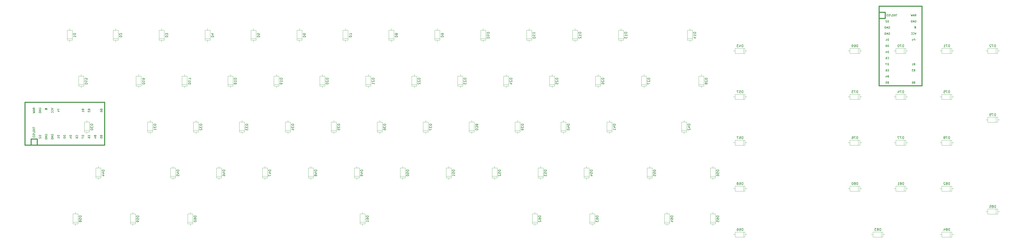
<source format=gbr>
G04 #@! TF.GenerationSoftware,KiCad,Pcbnew,(5.1.4)-1*
G04 #@! TF.CreationDate,2021-01-04T02:25:34-06:00*
G04 #@! TF.ProjectId,65Numpad,36354e75-6d70-4616-942e-6b696361645f,rev?*
G04 #@! TF.SameCoordinates,Original*
G04 #@! TF.FileFunction,Legend,Bot*
G04 #@! TF.FilePolarity,Positive*
%FSLAX46Y46*%
G04 Gerber Fmt 4.6, Leading zero omitted, Abs format (unit mm)*
G04 Created by KiCad (PCBNEW (5.1.4)-1) date 2021-01-04 02:25:34*
%MOMM*%
%LPD*%
G04 APERTURE LIST*
%ADD10C,0.381000*%
%ADD11C,0.150000*%
%ADD12C,0.120000*%
G04 APERTURE END LIST*
D10*
X351631250Y-50641250D02*
X349091250Y-50641250D01*
X366871250Y-48101250D02*
X349091250Y-48101250D01*
X349091250Y-48101250D02*
X349091250Y-81121250D01*
X349091250Y-81121250D02*
X366871250Y-81121250D01*
X366871250Y-81121250D02*
X366871250Y-48101250D01*
D11*
G36*
X363825885Y-56530280D02*
G01*
X363825885Y-56630280D01*
X364325885Y-56630280D01*
X364325885Y-56530280D01*
X363825885Y-56530280D01*
G37*
X363825885Y-56530280D02*
X363825885Y-56630280D01*
X364325885Y-56630280D01*
X364325885Y-56530280D01*
X363825885Y-56530280D01*
G36*
X363825885Y-56530280D02*
G01*
X363825885Y-56830280D01*
X363925885Y-56830280D01*
X363925885Y-56530280D01*
X363825885Y-56530280D01*
G37*
X363825885Y-56530280D02*
X363825885Y-56830280D01*
X363925885Y-56830280D01*
X363925885Y-56530280D01*
X363825885Y-56530280D01*
G36*
X363825885Y-57130280D02*
G01*
X363825885Y-57330280D01*
X363925885Y-57330280D01*
X363925885Y-57130280D01*
X363825885Y-57130280D01*
G37*
X363825885Y-57130280D02*
X363825885Y-57330280D01*
X363925885Y-57330280D01*
X363925885Y-57130280D01*
X363825885Y-57130280D01*
G36*
X364225885Y-56530280D02*
G01*
X364225885Y-57330280D01*
X364325885Y-57330280D01*
X364325885Y-56530280D01*
X364225885Y-56530280D01*
G37*
X364225885Y-56530280D02*
X364225885Y-57330280D01*
X364325885Y-57330280D01*
X364325885Y-56530280D01*
X364225885Y-56530280D01*
G36*
X364025885Y-56930280D02*
G01*
X364025885Y-57030280D01*
X364125885Y-57030280D01*
X364125885Y-56930280D01*
X364025885Y-56930280D01*
G37*
X364025885Y-56930280D02*
X364025885Y-57030280D01*
X364125885Y-57030280D01*
X364125885Y-56930280D01*
X364025885Y-56930280D01*
D10*
X351631250Y-50641250D02*
X351631250Y-53181250D01*
X351631250Y-53181250D02*
X349091250Y-53181250D01*
D12*
X398300000Y-132290000D02*
X398300000Y-134410000D01*
X398300000Y-134410000D02*
X394180000Y-134410000D01*
X394180000Y-134410000D02*
X394180000Y-132290000D01*
X394180000Y-132290000D02*
X398300000Y-132290000D01*
X399070000Y-133350000D02*
X398300000Y-133350000D01*
X393410000Y-133350000D02*
X394180000Y-133350000D01*
X397640000Y-132290000D02*
X397640000Y-134410000D01*
X379250000Y-141815000D02*
X379250000Y-143935000D01*
X379250000Y-143935000D02*
X375130000Y-143935000D01*
X375130000Y-143935000D02*
X375130000Y-141815000D01*
X375130000Y-141815000D02*
X379250000Y-141815000D01*
X380020000Y-142875000D02*
X379250000Y-142875000D01*
X374360000Y-142875000D02*
X375130000Y-142875000D01*
X378590000Y-141815000D02*
X378590000Y-143935000D01*
X350675000Y-141815000D02*
X350675000Y-143935000D01*
X350675000Y-143935000D02*
X346555000Y-143935000D01*
X346555000Y-143935000D02*
X346555000Y-141815000D01*
X346555000Y-141815000D02*
X350675000Y-141815000D01*
X351445000Y-142875000D02*
X350675000Y-142875000D01*
X345785000Y-142875000D02*
X346555000Y-142875000D01*
X350015000Y-141815000D02*
X350015000Y-143935000D01*
X379250000Y-122765000D02*
X379250000Y-124885000D01*
X379250000Y-124885000D02*
X375130000Y-124885000D01*
X375130000Y-124885000D02*
X375130000Y-122765000D01*
X375130000Y-122765000D02*
X379250000Y-122765000D01*
X380020000Y-123825000D02*
X379250000Y-123825000D01*
X374360000Y-123825000D02*
X375130000Y-123825000D01*
X378590000Y-122765000D02*
X378590000Y-124885000D01*
X360200000Y-122765000D02*
X360200000Y-124885000D01*
X360200000Y-124885000D02*
X356080000Y-124885000D01*
X356080000Y-124885000D02*
X356080000Y-122765000D01*
X356080000Y-122765000D02*
X360200000Y-122765000D01*
X360970000Y-123825000D02*
X360200000Y-123825000D01*
X355310000Y-123825000D02*
X356080000Y-123825000D01*
X359540000Y-122765000D02*
X359540000Y-124885000D01*
X341150000Y-122765000D02*
X341150000Y-124885000D01*
X341150000Y-124885000D02*
X337030000Y-124885000D01*
X337030000Y-124885000D02*
X337030000Y-122765000D01*
X337030000Y-122765000D02*
X341150000Y-122765000D01*
X341920000Y-123825000D02*
X341150000Y-123825000D01*
X336260000Y-123825000D02*
X337030000Y-123825000D01*
X340490000Y-122765000D02*
X340490000Y-124885000D01*
X398300000Y-94190000D02*
X398300000Y-96310000D01*
X398300000Y-96310000D02*
X394180000Y-96310000D01*
X394180000Y-96310000D02*
X394180000Y-94190000D01*
X394180000Y-94190000D02*
X398300000Y-94190000D01*
X399070000Y-95250000D02*
X398300000Y-95250000D01*
X393410000Y-95250000D02*
X394180000Y-95250000D01*
X397640000Y-94190000D02*
X397640000Y-96310000D01*
X379250000Y-103715000D02*
X379250000Y-105835000D01*
X379250000Y-105835000D02*
X375130000Y-105835000D01*
X375130000Y-105835000D02*
X375130000Y-103715000D01*
X375130000Y-103715000D02*
X379250000Y-103715000D01*
X380020000Y-104775000D02*
X379250000Y-104775000D01*
X374360000Y-104775000D02*
X375130000Y-104775000D01*
X378590000Y-103715000D02*
X378590000Y-105835000D01*
X360200000Y-103715000D02*
X360200000Y-105835000D01*
X360200000Y-105835000D02*
X356080000Y-105835000D01*
X356080000Y-105835000D02*
X356080000Y-103715000D01*
X356080000Y-103715000D02*
X360200000Y-103715000D01*
X360970000Y-104775000D02*
X360200000Y-104775000D01*
X355310000Y-104775000D02*
X356080000Y-104775000D01*
X359540000Y-103715000D02*
X359540000Y-105835000D01*
X341150000Y-103715000D02*
X341150000Y-105835000D01*
X341150000Y-105835000D02*
X337030000Y-105835000D01*
X337030000Y-105835000D02*
X337030000Y-103715000D01*
X337030000Y-103715000D02*
X341150000Y-103715000D01*
X341920000Y-104775000D02*
X341150000Y-104775000D01*
X336260000Y-104775000D02*
X337030000Y-104775000D01*
X340490000Y-103715000D02*
X340490000Y-105835000D01*
X379250000Y-84665000D02*
X379250000Y-86785000D01*
X379250000Y-86785000D02*
X375130000Y-86785000D01*
X375130000Y-86785000D02*
X375130000Y-84665000D01*
X375130000Y-84665000D02*
X379250000Y-84665000D01*
X380020000Y-85725000D02*
X379250000Y-85725000D01*
X374360000Y-85725000D02*
X375130000Y-85725000D01*
X378590000Y-84665000D02*
X378590000Y-86785000D01*
X360200000Y-84665000D02*
X360200000Y-86785000D01*
X360200000Y-86785000D02*
X356080000Y-86785000D01*
X356080000Y-86785000D02*
X356080000Y-84665000D01*
X356080000Y-84665000D02*
X360200000Y-84665000D01*
X360970000Y-85725000D02*
X360200000Y-85725000D01*
X355310000Y-85725000D02*
X356080000Y-85725000D01*
X359540000Y-84665000D02*
X359540000Y-86785000D01*
X341150000Y-84665000D02*
X341150000Y-86785000D01*
X341150000Y-86785000D02*
X337030000Y-86785000D01*
X337030000Y-86785000D02*
X337030000Y-84665000D01*
X337030000Y-84665000D02*
X341150000Y-84665000D01*
X341920000Y-85725000D02*
X341150000Y-85725000D01*
X336260000Y-85725000D02*
X337030000Y-85725000D01*
X340490000Y-84665000D02*
X340490000Y-86785000D01*
X398300000Y-65615000D02*
X398300000Y-67735000D01*
X398300000Y-67735000D02*
X394180000Y-67735000D01*
X394180000Y-67735000D02*
X394180000Y-65615000D01*
X394180000Y-65615000D02*
X398300000Y-65615000D01*
X399070000Y-66675000D02*
X398300000Y-66675000D01*
X393410000Y-66675000D02*
X394180000Y-66675000D01*
X397640000Y-65615000D02*
X397640000Y-67735000D01*
X379250000Y-65615000D02*
X379250000Y-67735000D01*
X379250000Y-67735000D02*
X375130000Y-67735000D01*
X375130000Y-67735000D02*
X375130000Y-65615000D01*
X375130000Y-65615000D02*
X379250000Y-65615000D01*
X380020000Y-66675000D02*
X379250000Y-66675000D01*
X374360000Y-66675000D02*
X375130000Y-66675000D01*
X378590000Y-65615000D02*
X378590000Y-67735000D01*
X360200000Y-65615000D02*
X360200000Y-67735000D01*
X360200000Y-67735000D02*
X356080000Y-67735000D01*
X356080000Y-67735000D02*
X356080000Y-65615000D01*
X356080000Y-65615000D02*
X360200000Y-65615000D01*
X360970000Y-66675000D02*
X360200000Y-66675000D01*
X355310000Y-66675000D02*
X356080000Y-66675000D01*
X359540000Y-65615000D02*
X359540000Y-67735000D01*
X341150000Y-65615000D02*
X341150000Y-67735000D01*
X341150000Y-67735000D02*
X337030000Y-67735000D01*
X337030000Y-67735000D02*
X337030000Y-65615000D01*
X337030000Y-65615000D02*
X341150000Y-65615000D01*
X341920000Y-66675000D02*
X341150000Y-66675000D01*
X336260000Y-66675000D02*
X337030000Y-66675000D01*
X340490000Y-65615000D02*
X340490000Y-67735000D01*
X293525000Y-122765000D02*
X293525000Y-124885000D01*
X293525000Y-124885000D02*
X289405000Y-124885000D01*
X289405000Y-124885000D02*
X289405000Y-122765000D01*
X289405000Y-122765000D02*
X293525000Y-122765000D01*
X294295000Y-123825000D02*
X293525000Y-123825000D01*
X288635000Y-123825000D02*
X289405000Y-123825000D01*
X292865000Y-122765000D02*
X292865000Y-124885000D01*
X293525000Y-103715000D02*
X293525000Y-105835000D01*
X293525000Y-105835000D02*
X289405000Y-105835000D01*
X289405000Y-105835000D02*
X289405000Y-103715000D01*
X289405000Y-103715000D02*
X293525000Y-103715000D01*
X294295000Y-104775000D02*
X293525000Y-104775000D01*
X288635000Y-104775000D02*
X289405000Y-104775000D01*
X292865000Y-103715000D02*
X292865000Y-105835000D01*
X293525000Y-141815000D02*
X293525000Y-143935000D01*
X293525000Y-143935000D02*
X289405000Y-143935000D01*
X289405000Y-143935000D02*
X289405000Y-141815000D01*
X289405000Y-141815000D02*
X293525000Y-141815000D01*
X294295000Y-142875000D02*
X293525000Y-142875000D01*
X288635000Y-142875000D02*
X289405000Y-142875000D01*
X292865000Y-141815000D02*
X292865000Y-143935000D01*
X281253750Y-138426250D02*
X279133750Y-138426250D01*
X279133750Y-138426250D02*
X279133750Y-134306250D01*
X279133750Y-134306250D02*
X281253750Y-134306250D01*
X281253750Y-134306250D02*
X281253750Y-138426250D01*
X280193750Y-139196250D02*
X280193750Y-138426250D01*
X280193750Y-133536250D02*
X280193750Y-134306250D01*
X281253750Y-137766250D02*
X279133750Y-137766250D01*
X262203750Y-138426250D02*
X260083750Y-138426250D01*
X260083750Y-138426250D02*
X260083750Y-134306250D01*
X260083750Y-134306250D02*
X262203750Y-134306250D01*
X262203750Y-134306250D02*
X262203750Y-138426250D01*
X261143750Y-139196250D02*
X261143750Y-138426250D01*
X261143750Y-133536250D02*
X261143750Y-134306250D01*
X262203750Y-137766250D02*
X260083750Y-137766250D01*
X231247500Y-138426250D02*
X229127500Y-138426250D01*
X229127500Y-138426250D02*
X229127500Y-134306250D01*
X229127500Y-134306250D02*
X231247500Y-134306250D01*
X231247500Y-134306250D02*
X231247500Y-138426250D01*
X230187500Y-139196250D02*
X230187500Y-138426250D01*
X230187500Y-133536250D02*
X230187500Y-134306250D01*
X231247500Y-137766250D02*
X229127500Y-137766250D01*
X207435000Y-138426250D02*
X205315000Y-138426250D01*
X205315000Y-138426250D02*
X205315000Y-134306250D01*
X205315000Y-134306250D02*
X207435000Y-134306250D01*
X207435000Y-134306250D02*
X207435000Y-138426250D01*
X206375000Y-139196250D02*
X206375000Y-138426250D01*
X206375000Y-133536250D02*
X206375000Y-134306250D01*
X207435000Y-137766250D02*
X205315000Y-137766250D01*
X135997500Y-138426250D02*
X133877500Y-138426250D01*
X133877500Y-138426250D02*
X133877500Y-134306250D01*
X133877500Y-134306250D02*
X135997500Y-134306250D01*
X135997500Y-134306250D02*
X135997500Y-138426250D01*
X134937500Y-139196250D02*
X134937500Y-138426250D01*
X134937500Y-133536250D02*
X134937500Y-134306250D01*
X135997500Y-137766250D02*
X133877500Y-137766250D01*
X64560000Y-138426250D02*
X62440000Y-138426250D01*
X62440000Y-138426250D02*
X62440000Y-134306250D01*
X62440000Y-134306250D02*
X64560000Y-134306250D01*
X64560000Y-134306250D02*
X64560000Y-138426250D01*
X63500000Y-139196250D02*
X63500000Y-138426250D01*
X63500000Y-133536250D02*
X63500000Y-134306250D01*
X64560000Y-137766250D02*
X62440000Y-137766250D01*
X40747500Y-138426250D02*
X38627500Y-138426250D01*
X38627500Y-138426250D02*
X38627500Y-134306250D01*
X38627500Y-134306250D02*
X40747500Y-134306250D01*
X40747500Y-134306250D02*
X40747500Y-138426250D01*
X39687500Y-139196250D02*
X39687500Y-138426250D01*
X39687500Y-133536250D02*
X39687500Y-134306250D01*
X40747500Y-137766250D02*
X38627500Y-137766250D01*
X16935000Y-138426250D02*
X14815000Y-138426250D01*
X14815000Y-138426250D02*
X14815000Y-134306250D01*
X14815000Y-134306250D02*
X16935000Y-134306250D01*
X16935000Y-134306250D02*
X16935000Y-138426250D01*
X15875000Y-139196250D02*
X15875000Y-138426250D01*
X15875000Y-133536250D02*
X15875000Y-134306250D01*
X16935000Y-137766250D02*
X14815000Y-137766250D01*
X293525000Y-84665000D02*
X293525000Y-86785000D01*
X293525000Y-86785000D02*
X289405000Y-86785000D01*
X289405000Y-86785000D02*
X289405000Y-84665000D01*
X289405000Y-84665000D02*
X293525000Y-84665000D01*
X294295000Y-85725000D02*
X293525000Y-85725000D01*
X288635000Y-85725000D02*
X289405000Y-85725000D01*
X292865000Y-84665000D02*
X292865000Y-86785000D01*
X281253750Y-119376250D02*
X279133750Y-119376250D01*
X279133750Y-119376250D02*
X279133750Y-115256250D01*
X279133750Y-115256250D02*
X281253750Y-115256250D01*
X281253750Y-115256250D02*
X281253750Y-119376250D01*
X280193750Y-120146250D02*
X280193750Y-119376250D01*
X280193750Y-114486250D02*
X280193750Y-115256250D01*
X281253750Y-118716250D02*
X279133750Y-118716250D01*
X255060000Y-119376250D02*
X252940000Y-119376250D01*
X252940000Y-119376250D02*
X252940000Y-115256250D01*
X252940000Y-115256250D02*
X255060000Y-115256250D01*
X255060000Y-115256250D02*
X255060000Y-119376250D01*
X254000000Y-120146250D02*
X254000000Y-119376250D01*
X254000000Y-114486250D02*
X254000000Y-115256250D01*
X255060000Y-118716250D02*
X252940000Y-118716250D01*
X228866250Y-119376250D02*
X226746250Y-119376250D01*
X226746250Y-119376250D02*
X226746250Y-115256250D01*
X226746250Y-115256250D02*
X228866250Y-115256250D01*
X228866250Y-115256250D02*
X228866250Y-119376250D01*
X227806250Y-120146250D02*
X227806250Y-119376250D01*
X227806250Y-114486250D02*
X227806250Y-115256250D01*
X228866250Y-118716250D02*
X226746250Y-118716250D01*
X209816250Y-119376250D02*
X207696250Y-119376250D01*
X207696250Y-119376250D02*
X207696250Y-115256250D01*
X207696250Y-115256250D02*
X209816250Y-115256250D01*
X209816250Y-115256250D02*
X209816250Y-119376250D01*
X208756250Y-120146250D02*
X208756250Y-119376250D01*
X208756250Y-114486250D02*
X208756250Y-115256250D01*
X209816250Y-118716250D02*
X207696250Y-118716250D01*
X190766250Y-119376250D02*
X188646250Y-119376250D01*
X188646250Y-119376250D02*
X188646250Y-115256250D01*
X188646250Y-115256250D02*
X190766250Y-115256250D01*
X190766250Y-115256250D02*
X190766250Y-119376250D01*
X189706250Y-120146250D02*
X189706250Y-119376250D01*
X189706250Y-114486250D02*
X189706250Y-115256250D01*
X190766250Y-118716250D02*
X188646250Y-118716250D01*
X171716250Y-119376250D02*
X169596250Y-119376250D01*
X169596250Y-119376250D02*
X169596250Y-115256250D01*
X169596250Y-115256250D02*
X171716250Y-115256250D01*
X171716250Y-115256250D02*
X171716250Y-119376250D01*
X170656250Y-120146250D02*
X170656250Y-119376250D01*
X170656250Y-114486250D02*
X170656250Y-115256250D01*
X171716250Y-118716250D02*
X169596250Y-118716250D01*
X152666250Y-119376250D02*
X150546250Y-119376250D01*
X150546250Y-119376250D02*
X150546250Y-115256250D01*
X150546250Y-115256250D02*
X152666250Y-115256250D01*
X152666250Y-115256250D02*
X152666250Y-119376250D01*
X151606250Y-120146250D02*
X151606250Y-119376250D01*
X151606250Y-114486250D02*
X151606250Y-115256250D01*
X152666250Y-118716250D02*
X150546250Y-118716250D01*
X133616250Y-119376250D02*
X131496250Y-119376250D01*
X131496250Y-119376250D02*
X131496250Y-115256250D01*
X131496250Y-115256250D02*
X133616250Y-115256250D01*
X133616250Y-115256250D02*
X133616250Y-119376250D01*
X132556250Y-120146250D02*
X132556250Y-119376250D01*
X132556250Y-114486250D02*
X132556250Y-115256250D01*
X133616250Y-118716250D02*
X131496250Y-118716250D01*
X114566250Y-119376250D02*
X112446250Y-119376250D01*
X112446250Y-119376250D02*
X112446250Y-115256250D01*
X112446250Y-115256250D02*
X114566250Y-115256250D01*
X114566250Y-115256250D02*
X114566250Y-119376250D01*
X113506250Y-120146250D02*
X113506250Y-119376250D01*
X113506250Y-114486250D02*
X113506250Y-115256250D01*
X114566250Y-118716250D02*
X112446250Y-118716250D01*
X95516250Y-119376250D02*
X93396250Y-119376250D01*
X93396250Y-119376250D02*
X93396250Y-115256250D01*
X93396250Y-115256250D02*
X95516250Y-115256250D01*
X95516250Y-115256250D02*
X95516250Y-119376250D01*
X94456250Y-120146250D02*
X94456250Y-119376250D01*
X94456250Y-114486250D02*
X94456250Y-115256250D01*
X95516250Y-118716250D02*
X93396250Y-118716250D01*
X76466250Y-119376250D02*
X74346250Y-119376250D01*
X74346250Y-119376250D02*
X74346250Y-115256250D01*
X74346250Y-115256250D02*
X76466250Y-115256250D01*
X76466250Y-115256250D02*
X76466250Y-119376250D01*
X75406250Y-120146250D02*
X75406250Y-119376250D01*
X75406250Y-114486250D02*
X75406250Y-115256250D01*
X76466250Y-118716250D02*
X74346250Y-118716250D01*
X57416250Y-119376250D02*
X55296250Y-119376250D01*
X55296250Y-119376250D02*
X55296250Y-115256250D01*
X55296250Y-115256250D02*
X57416250Y-115256250D01*
X57416250Y-115256250D02*
X57416250Y-119376250D01*
X56356250Y-120146250D02*
X56356250Y-119376250D01*
X56356250Y-114486250D02*
X56356250Y-115256250D01*
X57416250Y-118716250D02*
X55296250Y-118716250D01*
X26460000Y-119376250D02*
X24340000Y-119376250D01*
X24340000Y-119376250D02*
X24340000Y-115256250D01*
X24340000Y-115256250D02*
X26460000Y-115256250D01*
X26460000Y-115256250D02*
X26460000Y-119376250D01*
X25400000Y-120146250D02*
X25400000Y-119376250D01*
X25400000Y-114486250D02*
X25400000Y-115256250D01*
X26460000Y-118716250D02*
X24340000Y-118716250D01*
X293525000Y-65615000D02*
X293525000Y-67735000D01*
X293525000Y-67735000D02*
X289405000Y-67735000D01*
X289405000Y-67735000D02*
X289405000Y-65615000D01*
X289405000Y-65615000D02*
X293525000Y-65615000D01*
X294295000Y-66675000D02*
X293525000Y-66675000D01*
X288635000Y-66675000D02*
X289405000Y-66675000D01*
X292865000Y-65615000D02*
X292865000Y-67735000D01*
X269347500Y-100326250D02*
X267227500Y-100326250D01*
X267227500Y-100326250D02*
X267227500Y-96206250D01*
X267227500Y-96206250D02*
X269347500Y-96206250D01*
X269347500Y-96206250D02*
X269347500Y-100326250D01*
X268287500Y-101096250D02*
X268287500Y-100326250D01*
X268287500Y-95436250D02*
X268287500Y-96206250D01*
X269347500Y-99666250D02*
X267227500Y-99666250D01*
X238391250Y-100326250D02*
X236271250Y-100326250D01*
X236271250Y-100326250D02*
X236271250Y-96206250D01*
X236271250Y-96206250D02*
X238391250Y-96206250D01*
X238391250Y-96206250D02*
X238391250Y-100326250D01*
X237331250Y-101096250D02*
X237331250Y-100326250D01*
X237331250Y-95436250D02*
X237331250Y-96206250D01*
X238391250Y-99666250D02*
X236271250Y-99666250D01*
X219341250Y-100326250D02*
X217221250Y-100326250D01*
X217221250Y-100326250D02*
X217221250Y-96206250D01*
X217221250Y-96206250D02*
X219341250Y-96206250D01*
X219341250Y-96206250D02*
X219341250Y-100326250D01*
X218281250Y-101096250D02*
X218281250Y-100326250D01*
X218281250Y-95436250D02*
X218281250Y-96206250D01*
X219341250Y-99666250D02*
X217221250Y-99666250D01*
X200291250Y-100326250D02*
X198171250Y-100326250D01*
X198171250Y-100326250D02*
X198171250Y-96206250D01*
X198171250Y-96206250D02*
X200291250Y-96206250D01*
X200291250Y-96206250D02*
X200291250Y-100326250D01*
X199231250Y-101096250D02*
X199231250Y-100326250D01*
X199231250Y-95436250D02*
X199231250Y-96206250D01*
X200291250Y-99666250D02*
X198171250Y-99666250D01*
X181241250Y-100326250D02*
X179121250Y-100326250D01*
X179121250Y-100326250D02*
X179121250Y-96206250D01*
X179121250Y-96206250D02*
X181241250Y-96206250D01*
X181241250Y-96206250D02*
X181241250Y-100326250D01*
X180181250Y-101096250D02*
X180181250Y-100326250D01*
X180181250Y-95436250D02*
X180181250Y-96206250D01*
X181241250Y-99666250D02*
X179121250Y-99666250D01*
X162191250Y-100326250D02*
X160071250Y-100326250D01*
X160071250Y-100326250D02*
X160071250Y-96206250D01*
X160071250Y-96206250D02*
X162191250Y-96206250D01*
X162191250Y-96206250D02*
X162191250Y-100326250D01*
X161131250Y-101096250D02*
X161131250Y-100326250D01*
X161131250Y-95436250D02*
X161131250Y-96206250D01*
X162191250Y-99666250D02*
X160071250Y-99666250D01*
X143141250Y-100326250D02*
X141021250Y-100326250D01*
X141021250Y-100326250D02*
X141021250Y-96206250D01*
X141021250Y-96206250D02*
X143141250Y-96206250D01*
X143141250Y-96206250D02*
X143141250Y-100326250D01*
X142081250Y-101096250D02*
X142081250Y-100326250D01*
X142081250Y-95436250D02*
X142081250Y-96206250D01*
X143141250Y-99666250D02*
X141021250Y-99666250D01*
X124091250Y-100326250D02*
X121971250Y-100326250D01*
X121971250Y-100326250D02*
X121971250Y-96206250D01*
X121971250Y-96206250D02*
X124091250Y-96206250D01*
X124091250Y-96206250D02*
X124091250Y-100326250D01*
X123031250Y-101096250D02*
X123031250Y-100326250D01*
X123031250Y-95436250D02*
X123031250Y-96206250D01*
X124091250Y-99666250D02*
X121971250Y-99666250D01*
X105041250Y-100326250D02*
X102921250Y-100326250D01*
X102921250Y-100326250D02*
X102921250Y-96206250D01*
X102921250Y-96206250D02*
X105041250Y-96206250D01*
X105041250Y-96206250D02*
X105041250Y-100326250D01*
X103981250Y-101096250D02*
X103981250Y-100326250D01*
X103981250Y-95436250D02*
X103981250Y-96206250D01*
X105041250Y-99666250D02*
X102921250Y-99666250D01*
X85991250Y-100326250D02*
X83871250Y-100326250D01*
X83871250Y-100326250D02*
X83871250Y-96206250D01*
X83871250Y-96206250D02*
X85991250Y-96206250D01*
X85991250Y-96206250D02*
X85991250Y-100326250D01*
X84931250Y-101096250D02*
X84931250Y-100326250D01*
X84931250Y-95436250D02*
X84931250Y-96206250D01*
X85991250Y-99666250D02*
X83871250Y-99666250D01*
X66941250Y-100326250D02*
X64821250Y-100326250D01*
X64821250Y-100326250D02*
X64821250Y-96206250D01*
X64821250Y-96206250D02*
X66941250Y-96206250D01*
X66941250Y-96206250D02*
X66941250Y-100326250D01*
X65881250Y-101096250D02*
X65881250Y-100326250D01*
X65881250Y-95436250D02*
X65881250Y-96206250D01*
X66941250Y-99666250D02*
X64821250Y-99666250D01*
X47891250Y-100326250D02*
X45771250Y-100326250D01*
X45771250Y-100326250D02*
X45771250Y-96206250D01*
X45771250Y-96206250D02*
X47891250Y-96206250D01*
X47891250Y-96206250D02*
X47891250Y-100326250D01*
X46831250Y-101096250D02*
X46831250Y-100326250D01*
X46831250Y-95436250D02*
X46831250Y-96206250D01*
X47891250Y-99666250D02*
X45771250Y-99666250D01*
X21697500Y-100326250D02*
X19577500Y-100326250D01*
X19577500Y-100326250D02*
X19577500Y-96206250D01*
X19577500Y-96206250D02*
X21697500Y-96206250D01*
X21697500Y-96206250D02*
X21697500Y-100326250D01*
X20637500Y-101096250D02*
X20637500Y-100326250D01*
X20637500Y-95436250D02*
X20637500Y-96206250D01*
X21697500Y-99666250D02*
X19577500Y-99666250D01*
X276491250Y-81276250D02*
X274371250Y-81276250D01*
X274371250Y-81276250D02*
X274371250Y-77156250D01*
X274371250Y-77156250D02*
X276491250Y-77156250D01*
X276491250Y-77156250D02*
X276491250Y-81276250D01*
X275431250Y-82046250D02*
X275431250Y-81276250D01*
X275431250Y-76386250D02*
X275431250Y-77156250D01*
X276491250Y-80616250D02*
X274371250Y-80616250D01*
X252678750Y-81276250D02*
X250558750Y-81276250D01*
X250558750Y-81276250D02*
X250558750Y-77156250D01*
X250558750Y-77156250D02*
X252678750Y-77156250D01*
X252678750Y-77156250D02*
X252678750Y-81276250D01*
X251618750Y-82046250D02*
X251618750Y-81276250D01*
X251618750Y-76386250D02*
X251618750Y-77156250D01*
X252678750Y-80616250D02*
X250558750Y-80616250D01*
X233628750Y-81276250D02*
X231508750Y-81276250D01*
X231508750Y-81276250D02*
X231508750Y-77156250D01*
X231508750Y-77156250D02*
X233628750Y-77156250D01*
X233628750Y-77156250D02*
X233628750Y-81276250D01*
X232568750Y-82046250D02*
X232568750Y-81276250D01*
X232568750Y-76386250D02*
X232568750Y-77156250D01*
X233628750Y-80616250D02*
X231508750Y-80616250D01*
X214578750Y-81276250D02*
X212458750Y-81276250D01*
X212458750Y-81276250D02*
X212458750Y-77156250D01*
X212458750Y-77156250D02*
X214578750Y-77156250D01*
X214578750Y-77156250D02*
X214578750Y-81276250D01*
X213518750Y-82046250D02*
X213518750Y-81276250D01*
X213518750Y-76386250D02*
X213518750Y-77156250D01*
X214578750Y-80616250D02*
X212458750Y-80616250D01*
X195528750Y-81276250D02*
X193408750Y-81276250D01*
X193408750Y-81276250D02*
X193408750Y-77156250D01*
X193408750Y-77156250D02*
X195528750Y-77156250D01*
X195528750Y-77156250D02*
X195528750Y-81276250D01*
X194468750Y-82046250D02*
X194468750Y-81276250D01*
X194468750Y-76386250D02*
X194468750Y-77156250D01*
X195528750Y-80616250D02*
X193408750Y-80616250D01*
X176478750Y-81276250D02*
X174358750Y-81276250D01*
X174358750Y-81276250D02*
X174358750Y-77156250D01*
X174358750Y-77156250D02*
X176478750Y-77156250D01*
X176478750Y-77156250D02*
X176478750Y-81276250D01*
X175418750Y-82046250D02*
X175418750Y-81276250D01*
X175418750Y-76386250D02*
X175418750Y-77156250D01*
X176478750Y-80616250D02*
X174358750Y-80616250D01*
X157428750Y-81276250D02*
X155308750Y-81276250D01*
X155308750Y-81276250D02*
X155308750Y-77156250D01*
X155308750Y-77156250D02*
X157428750Y-77156250D01*
X157428750Y-77156250D02*
X157428750Y-81276250D01*
X156368750Y-82046250D02*
X156368750Y-81276250D01*
X156368750Y-76386250D02*
X156368750Y-77156250D01*
X157428750Y-80616250D02*
X155308750Y-80616250D01*
X138378750Y-81276250D02*
X136258750Y-81276250D01*
X136258750Y-81276250D02*
X136258750Y-77156250D01*
X136258750Y-77156250D02*
X138378750Y-77156250D01*
X138378750Y-77156250D02*
X138378750Y-81276250D01*
X137318750Y-82046250D02*
X137318750Y-81276250D01*
X137318750Y-76386250D02*
X137318750Y-77156250D01*
X138378750Y-80616250D02*
X136258750Y-80616250D01*
X119328750Y-81276250D02*
X117208750Y-81276250D01*
X117208750Y-81276250D02*
X117208750Y-77156250D01*
X117208750Y-77156250D02*
X119328750Y-77156250D01*
X119328750Y-77156250D02*
X119328750Y-81276250D01*
X118268750Y-82046250D02*
X118268750Y-81276250D01*
X118268750Y-76386250D02*
X118268750Y-77156250D01*
X119328750Y-80616250D02*
X117208750Y-80616250D01*
X100278750Y-81276250D02*
X98158750Y-81276250D01*
X98158750Y-81276250D02*
X98158750Y-77156250D01*
X98158750Y-77156250D02*
X100278750Y-77156250D01*
X100278750Y-77156250D02*
X100278750Y-81276250D01*
X99218750Y-82046250D02*
X99218750Y-81276250D01*
X99218750Y-76386250D02*
X99218750Y-77156250D01*
X100278750Y-80616250D02*
X98158750Y-80616250D01*
X81228750Y-81276250D02*
X79108750Y-81276250D01*
X79108750Y-81276250D02*
X79108750Y-77156250D01*
X79108750Y-77156250D02*
X81228750Y-77156250D01*
X81228750Y-77156250D02*
X81228750Y-81276250D01*
X80168750Y-82046250D02*
X80168750Y-81276250D01*
X80168750Y-76386250D02*
X80168750Y-77156250D01*
X81228750Y-80616250D02*
X79108750Y-80616250D01*
X62178750Y-81276250D02*
X60058750Y-81276250D01*
X60058750Y-81276250D02*
X60058750Y-77156250D01*
X60058750Y-77156250D02*
X62178750Y-77156250D01*
X62178750Y-77156250D02*
X62178750Y-81276250D01*
X61118750Y-82046250D02*
X61118750Y-81276250D01*
X61118750Y-76386250D02*
X61118750Y-77156250D01*
X62178750Y-80616250D02*
X60058750Y-80616250D01*
X43128750Y-81276250D02*
X41008750Y-81276250D01*
X41008750Y-81276250D02*
X41008750Y-77156250D01*
X41008750Y-77156250D02*
X43128750Y-77156250D01*
X43128750Y-77156250D02*
X43128750Y-81276250D01*
X42068750Y-82046250D02*
X42068750Y-81276250D01*
X42068750Y-76386250D02*
X42068750Y-77156250D01*
X43128750Y-80616250D02*
X41008750Y-80616250D01*
X19316250Y-81276250D02*
X17196250Y-81276250D01*
X17196250Y-81276250D02*
X17196250Y-77156250D01*
X17196250Y-77156250D02*
X19316250Y-77156250D01*
X19316250Y-77156250D02*
X19316250Y-81276250D01*
X18256250Y-82046250D02*
X18256250Y-81276250D01*
X18256250Y-76386250D02*
X18256250Y-77156250D01*
X19316250Y-80616250D02*
X17196250Y-80616250D01*
X271728750Y-62226250D02*
X269608750Y-62226250D01*
X269608750Y-62226250D02*
X269608750Y-58106250D01*
X269608750Y-58106250D02*
X271728750Y-58106250D01*
X271728750Y-58106250D02*
X271728750Y-62226250D01*
X270668750Y-62996250D02*
X270668750Y-62226250D01*
X270668750Y-57336250D02*
X270668750Y-58106250D01*
X271728750Y-61566250D02*
X269608750Y-61566250D01*
X243153750Y-62226250D02*
X241033750Y-62226250D01*
X241033750Y-62226250D02*
X241033750Y-58106250D01*
X241033750Y-58106250D02*
X243153750Y-58106250D01*
X243153750Y-58106250D02*
X243153750Y-62226250D01*
X242093750Y-62996250D02*
X242093750Y-62226250D01*
X242093750Y-57336250D02*
X242093750Y-58106250D01*
X243153750Y-61566250D02*
X241033750Y-61566250D01*
X224103750Y-62226250D02*
X221983750Y-62226250D01*
X221983750Y-62226250D02*
X221983750Y-58106250D01*
X221983750Y-58106250D02*
X224103750Y-58106250D01*
X224103750Y-58106250D02*
X224103750Y-62226250D01*
X223043750Y-62996250D02*
X223043750Y-62226250D01*
X223043750Y-57336250D02*
X223043750Y-58106250D01*
X224103750Y-61566250D02*
X221983750Y-61566250D01*
X205053750Y-62226250D02*
X202933750Y-62226250D01*
X202933750Y-62226250D02*
X202933750Y-58106250D01*
X202933750Y-58106250D02*
X205053750Y-58106250D01*
X205053750Y-58106250D02*
X205053750Y-62226250D01*
X203993750Y-62996250D02*
X203993750Y-62226250D01*
X203993750Y-57336250D02*
X203993750Y-58106250D01*
X205053750Y-61566250D02*
X202933750Y-61566250D01*
X186003750Y-62226250D02*
X183883750Y-62226250D01*
X183883750Y-62226250D02*
X183883750Y-58106250D01*
X183883750Y-58106250D02*
X186003750Y-58106250D01*
X186003750Y-58106250D02*
X186003750Y-62226250D01*
X184943750Y-62996250D02*
X184943750Y-62226250D01*
X184943750Y-57336250D02*
X184943750Y-58106250D01*
X186003750Y-61566250D02*
X183883750Y-61566250D01*
X166953750Y-62226250D02*
X164833750Y-62226250D01*
X164833750Y-62226250D02*
X164833750Y-58106250D01*
X164833750Y-58106250D02*
X166953750Y-58106250D01*
X166953750Y-58106250D02*
X166953750Y-62226250D01*
X165893750Y-62996250D02*
X165893750Y-62226250D01*
X165893750Y-57336250D02*
X165893750Y-58106250D01*
X166953750Y-61566250D02*
X164833750Y-61566250D01*
X147903750Y-62226250D02*
X145783750Y-62226250D01*
X145783750Y-62226250D02*
X145783750Y-58106250D01*
X145783750Y-58106250D02*
X147903750Y-58106250D01*
X147903750Y-58106250D02*
X147903750Y-62226250D01*
X146843750Y-62996250D02*
X146843750Y-62226250D01*
X146843750Y-57336250D02*
X146843750Y-58106250D01*
X147903750Y-61566250D02*
X145783750Y-61566250D01*
X128853750Y-62226250D02*
X126733750Y-62226250D01*
X126733750Y-62226250D02*
X126733750Y-58106250D01*
X126733750Y-58106250D02*
X128853750Y-58106250D01*
X128853750Y-58106250D02*
X128853750Y-62226250D01*
X127793750Y-62996250D02*
X127793750Y-62226250D01*
X127793750Y-57336250D02*
X127793750Y-58106250D01*
X128853750Y-61566250D02*
X126733750Y-61566250D01*
X109803750Y-62226250D02*
X107683750Y-62226250D01*
X107683750Y-62226250D02*
X107683750Y-58106250D01*
X107683750Y-58106250D02*
X109803750Y-58106250D01*
X109803750Y-58106250D02*
X109803750Y-62226250D01*
X108743750Y-62996250D02*
X108743750Y-62226250D01*
X108743750Y-57336250D02*
X108743750Y-58106250D01*
X109803750Y-61566250D02*
X107683750Y-61566250D01*
X90753750Y-62226250D02*
X88633750Y-62226250D01*
X88633750Y-62226250D02*
X88633750Y-58106250D01*
X88633750Y-58106250D02*
X90753750Y-58106250D01*
X90753750Y-58106250D02*
X90753750Y-62226250D01*
X89693750Y-62996250D02*
X89693750Y-62226250D01*
X89693750Y-57336250D02*
X89693750Y-58106250D01*
X90753750Y-61566250D02*
X88633750Y-61566250D01*
X71703750Y-62226250D02*
X69583750Y-62226250D01*
X69583750Y-62226250D02*
X69583750Y-58106250D01*
X69583750Y-58106250D02*
X71703750Y-58106250D01*
X71703750Y-58106250D02*
X71703750Y-62226250D01*
X70643750Y-62996250D02*
X70643750Y-62226250D01*
X70643750Y-57336250D02*
X70643750Y-58106250D01*
X71703750Y-61566250D02*
X69583750Y-61566250D01*
X52653750Y-62226250D02*
X50533750Y-62226250D01*
X50533750Y-62226250D02*
X50533750Y-58106250D01*
X50533750Y-58106250D02*
X52653750Y-58106250D01*
X52653750Y-58106250D02*
X52653750Y-62226250D01*
X51593750Y-62996250D02*
X51593750Y-62226250D01*
X51593750Y-57336250D02*
X51593750Y-58106250D01*
X52653750Y-61566250D02*
X50533750Y-61566250D01*
X33603750Y-62226250D02*
X31483750Y-62226250D01*
X31483750Y-62226250D02*
X31483750Y-58106250D01*
X31483750Y-58106250D02*
X33603750Y-58106250D01*
X33603750Y-58106250D02*
X33603750Y-62226250D01*
X32543750Y-62996250D02*
X32543750Y-62226250D01*
X32543750Y-57336250D02*
X32543750Y-58106250D01*
X33603750Y-61566250D02*
X31483750Y-61566250D01*
X14553750Y-62226250D02*
X12433750Y-62226250D01*
X12433750Y-62226250D02*
X12433750Y-58106250D01*
X12433750Y-58106250D02*
X14553750Y-58106250D01*
X14553750Y-58106250D02*
X14553750Y-62226250D01*
X13493750Y-62996250D02*
X13493750Y-62226250D01*
X13493750Y-57336250D02*
X13493750Y-58106250D01*
X14553750Y-61566250D02*
X12433750Y-61566250D01*
D10*
X-2540000Y-103187500D02*
X-2540000Y-105727500D01*
X-5080000Y-87947500D02*
X-5080000Y-105727500D01*
X-5080000Y-105727500D02*
X27940000Y-105727500D01*
X27940000Y-105727500D02*
X27940000Y-87947500D01*
X27940000Y-87947500D02*
X-5080000Y-87947500D01*
D11*
G36*
X3349030Y-90992865D02*
G01*
X3449030Y-90992865D01*
X3449030Y-90492865D01*
X3349030Y-90492865D01*
X3349030Y-90992865D01*
G37*
X3349030Y-90992865D02*
X3449030Y-90992865D01*
X3449030Y-90492865D01*
X3349030Y-90492865D01*
X3349030Y-90992865D01*
G36*
X3349030Y-90992865D02*
G01*
X3649030Y-90992865D01*
X3649030Y-90892865D01*
X3349030Y-90892865D01*
X3349030Y-90992865D01*
G37*
X3349030Y-90992865D02*
X3649030Y-90992865D01*
X3649030Y-90892865D01*
X3349030Y-90892865D01*
X3349030Y-90992865D01*
G36*
X3949030Y-90992865D02*
G01*
X4149030Y-90992865D01*
X4149030Y-90892865D01*
X3949030Y-90892865D01*
X3949030Y-90992865D01*
G37*
X3949030Y-90992865D02*
X4149030Y-90992865D01*
X4149030Y-90892865D01*
X3949030Y-90892865D01*
X3949030Y-90992865D01*
G36*
X3349030Y-90592865D02*
G01*
X4149030Y-90592865D01*
X4149030Y-90492865D01*
X3349030Y-90492865D01*
X3349030Y-90592865D01*
G37*
X3349030Y-90592865D02*
X4149030Y-90592865D01*
X4149030Y-90492865D01*
X3349030Y-90492865D01*
X3349030Y-90592865D01*
G36*
X3749030Y-90792865D02*
G01*
X3849030Y-90792865D01*
X3849030Y-90692865D01*
X3749030Y-90692865D01*
X3749030Y-90792865D01*
G37*
X3749030Y-90792865D02*
X3849030Y-90792865D01*
X3849030Y-90692865D01*
X3749030Y-90692865D01*
X3749030Y-90792865D01*
D10*
X-2540000Y-103187500D02*
X0Y-103187500D01*
X0Y-103187500D02*
X0Y-105727500D01*
D11*
X356599854Y-51473154D02*
X356142711Y-51473154D01*
X356371282Y-52273154D02*
X356371282Y-51473154D01*
X355952235Y-51473154D02*
X355418901Y-52273154D01*
X355418901Y-51473154D02*
X355952235Y-52273154D01*
X354961758Y-51473154D02*
X354885568Y-51473154D01*
X354809378Y-51511250D01*
X354771282Y-51549345D01*
X354733187Y-51625535D01*
X354695092Y-51777916D01*
X354695092Y-51968392D01*
X354733187Y-52120773D01*
X354771282Y-52196964D01*
X354809378Y-52235059D01*
X354885568Y-52273154D01*
X354961758Y-52273154D01*
X355037949Y-52235059D01*
X355076044Y-52196964D01*
X355114139Y-52120773D01*
X355152235Y-51968392D01*
X355152235Y-51777916D01*
X355114139Y-51625535D01*
X355076044Y-51549345D01*
X355037949Y-51511250D01*
X354961758Y-51473154D01*
X353780806Y-51435059D02*
X354466520Y-52463630D01*
X353514139Y-52273154D02*
X353514139Y-51473154D01*
X353323663Y-51473154D01*
X353209378Y-51511250D01*
X353133187Y-51587440D01*
X353095092Y-51663630D01*
X353056997Y-51816011D01*
X353056997Y-51930297D01*
X353095092Y-52082678D01*
X353133187Y-52158869D01*
X353209378Y-52235059D01*
X353323663Y-52273154D01*
X353514139Y-52273154D01*
X352790330Y-51473154D02*
X352295092Y-51473154D01*
X352561758Y-51777916D01*
X352447473Y-51777916D01*
X352371282Y-51816011D01*
X352333187Y-51854107D01*
X352295092Y-51930297D01*
X352295092Y-52120773D01*
X352333187Y-52196964D01*
X352371282Y-52235059D01*
X352447473Y-52273154D01*
X352676044Y-52273154D01*
X352752235Y-52235059D01*
X352790330Y-52196964D01*
X356599854Y-51473154D02*
X356142711Y-51473154D01*
X356371282Y-52273154D02*
X356371282Y-51473154D01*
X355952235Y-51473154D02*
X355418901Y-52273154D01*
X355418901Y-51473154D02*
X355952235Y-52273154D01*
X354961758Y-51473154D02*
X354885568Y-51473154D01*
X354809378Y-51511250D01*
X354771282Y-51549345D01*
X354733187Y-51625535D01*
X354695092Y-51777916D01*
X354695092Y-51968392D01*
X354733187Y-52120773D01*
X354771282Y-52196964D01*
X354809378Y-52235059D01*
X354885568Y-52273154D01*
X354961758Y-52273154D01*
X355037949Y-52235059D01*
X355076044Y-52196964D01*
X355114139Y-52120773D01*
X355152235Y-51968392D01*
X355152235Y-51777916D01*
X355114139Y-51625535D01*
X355076044Y-51549345D01*
X355037949Y-51511250D01*
X354961758Y-51473154D01*
X353780806Y-51435059D02*
X354466520Y-52463630D01*
X353514139Y-52273154D02*
X353514139Y-51473154D01*
X353323663Y-51473154D01*
X353209378Y-51511250D01*
X353133187Y-51587440D01*
X353095092Y-51663630D01*
X353056997Y-51816011D01*
X353056997Y-51930297D01*
X353095092Y-52082678D01*
X353133187Y-52158869D01*
X353209378Y-52235059D01*
X353323663Y-52273154D01*
X353514139Y-52273154D01*
X352790330Y-51473154D02*
X352295092Y-51473154D01*
X352561758Y-51777916D01*
X352447473Y-51777916D01*
X352371282Y-51816011D01*
X352333187Y-51854107D01*
X352295092Y-51930297D01*
X352295092Y-52120773D01*
X352333187Y-52196964D01*
X352371282Y-52235059D01*
X352447473Y-52273154D01*
X352676044Y-52273154D01*
X352752235Y-52235059D01*
X352790330Y-52196964D01*
X353110726Y-54813154D02*
X353110726Y-54013154D01*
X352920250Y-54013154D01*
X352805964Y-54051250D01*
X352729773Y-54127440D01*
X352691678Y-54203630D01*
X352653583Y-54356011D01*
X352653583Y-54470297D01*
X352691678Y-54622678D01*
X352729773Y-54698869D01*
X352805964Y-54775059D01*
X352920250Y-54813154D01*
X353110726Y-54813154D01*
X352348821Y-54089345D02*
X352310726Y-54051250D01*
X352234535Y-54013154D01*
X352044059Y-54013154D01*
X351967869Y-54051250D01*
X351929773Y-54089345D01*
X351891678Y-54165535D01*
X351891678Y-54241726D01*
X351929773Y-54356011D01*
X352386916Y-54813154D01*
X351891678Y-54813154D01*
X353110726Y-64973154D02*
X353110726Y-64173154D01*
X352920250Y-64173154D01*
X352805964Y-64211250D01*
X352729773Y-64287440D01*
X352691678Y-64363630D01*
X352653583Y-64516011D01*
X352653583Y-64630297D01*
X352691678Y-64782678D01*
X352729773Y-64858869D01*
X352805964Y-64935059D01*
X352920250Y-64973154D01*
X353110726Y-64973154D01*
X352158345Y-64173154D02*
X352082154Y-64173154D01*
X352005964Y-64211250D01*
X351967869Y-64249345D01*
X351929773Y-64325535D01*
X351891678Y-64477916D01*
X351891678Y-64668392D01*
X351929773Y-64820773D01*
X351967869Y-64896964D01*
X352005964Y-64935059D01*
X352082154Y-64973154D01*
X352158345Y-64973154D01*
X352234535Y-64935059D01*
X352272630Y-64896964D01*
X352310726Y-64820773D01*
X352348821Y-64668392D01*
X352348821Y-64477916D01*
X352310726Y-64325535D01*
X352272630Y-64249345D01*
X352234535Y-64211250D01*
X352158345Y-64173154D01*
X353110726Y-62433154D02*
X353110726Y-61633154D01*
X352920250Y-61633154D01*
X352805964Y-61671250D01*
X352729773Y-61747440D01*
X352691678Y-61823630D01*
X352653583Y-61976011D01*
X352653583Y-62090297D01*
X352691678Y-62242678D01*
X352729773Y-62318869D01*
X352805964Y-62395059D01*
X352920250Y-62433154D01*
X353110726Y-62433154D01*
X351891678Y-62433154D02*
X352348821Y-62433154D01*
X352120250Y-62433154D02*
X352120250Y-61633154D01*
X352196440Y-61747440D01*
X352272630Y-61823630D01*
X352348821Y-61861726D01*
X353129773Y-59131250D02*
X353205964Y-59093154D01*
X353320250Y-59093154D01*
X353434535Y-59131250D01*
X353510726Y-59207440D01*
X353548821Y-59283630D01*
X353586916Y-59436011D01*
X353586916Y-59550297D01*
X353548821Y-59702678D01*
X353510726Y-59778869D01*
X353434535Y-59855059D01*
X353320250Y-59893154D01*
X353244059Y-59893154D01*
X353129773Y-59855059D01*
X353091678Y-59816964D01*
X353091678Y-59550297D01*
X353244059Y-59550297D01*
X352748821Y-59893154D02*
X352748821Y-59093154D01*
X352291678Y-59893154D01*
X352291678Y-59093154D01*
X351910726Y-59893154D02*
X351910726Y-59093154D01*
X351720250Y-59093154D01*
X351605964Y-59131250D01*
X351529773Y-59207440D01*
X351491678Y-59283630D01*
X351453583Y-59436011D01*
X351453583Y-59550297D01*
X351491678Y-59702678D01*
X351529773Y-59778869D01*
X351605964Y-59855059D01*
X351720250Y-59893154D01*
X351910726Y-59893154D01*
X353110726Y-67513154D02*
X353110726Y-66713154D01*
X352920250Y-66713154D01*
X352805964Y-66751250D01*
X352729773Y-66827440D01*
X352691678Y-66903630D01*
X352653583Y-67056011D01*
X352653583Y-67170297D01*
X352691678Y-67322678D01*
X352729773Y-67398869D01*
X352805964Y-67475059D01*
X352920250Y-67513154D01*
X353110726Y-67513154D01*
X351967869Y-66979821D02*
X351967869Y-67513154D01*
X352158345Y-66675059D02*
X352348821Y-67246488D01*
X351853583Y-67246488D01*
X352653583Y-69976964D02*
X352691678Y-70015059D01*
X352805964Y-70053154D01*
X352882154Y-70053154D01*
X352996440Y-70015059D01*
X353072630Y-69938869D01*
X353110726Y-69862678D01*
X353148821Y-69710297D01*
X353148821Y-69596011D01*
X353110726Y-69443630D01*
X353072630Y-69367440D01*
X352996440Y-69291250D01*
X352882154Y-69253154D01*
X352805964Y-69253154D01*
X352691678Y-69291250D01*
X352653583Y-69329345D01*
X351967869Y-69253154D02*
X352120250Y-69253154D01*
X352196440Y-69291250D01*
X352234535Y-69329345D01*
X352310726Y-69443630D01*
X352348821Y-69596011D01*
X352348821Y-69900773D01*
X352310726Y-69976964D01*
X352272630Y-70015059D01*
X352196440Y-70053154D01*
X352044059Y-70053154D01*
X351967869Y-70015059D01*
X351929773Y-69976964D01*
X351891678Y-69900773D01*
X351891678Y-69710297D01*
X351929773Y-69634107D01*
X351967869Y-69596011D01*
X352044059Y-69557916D01*
X352196440Y-69557916D01*
X352272630Y-69596011D01*
X352310726Y-69634107D01*
X352348821Y-69710297D01*
X353110726Y-72593154D02*
X353110726Y-71793154D01*
X352920250Y-71793154D01*
X352805964Y-71831250D01*
X352729773Y-71907440D01*
X352691678Y-71983630D01*
X352653583Y-72136011D01*
X352653583Y-72250297D01*
X352691678Y-72402678D01*
X352729773Y-72478869D01*
X352805964Y-72555059D01*
X352920250Y-72593154D01*
X353110726Y-72593154D01*
X352386916Y-71793154D02*
X351853583Y-71793154D01*
X352196440Y-72593154D01*
X353072630Y-74714107D02*
X352805964Y-74714107D01*
X352691678Y-75133154D02*
X353072630Y-75133154D01*
X353072630Y-74333154D01*
X352691678Y-74333154D01*
X352005964Y-74333154D02*
X352158345Y-74333154D01*
X352234535Y-74371250D01*
X352272630Y-74409345D01*
X352348821Y-74523630D01*
X352386916Y-74676011D01*
X352386916Y-74980773D01*
X352348821Y-75056964D01*
X352310726Y-75095059D01*
X352234535Y-75133154D01*
X352082154Y-75133154D01*
X352005964Y-75095059D01*
X351967869Y-75056964D01*
X351929773Y-74980773D01*
X351929773Y-74790297D01*
X351967869Y-74714107D01*
X352005964Y-74676011D01*
X352082154Y-74637916D01*
X352234535Y-74637916D01*
X352310726Y-74676011D01*
X352348821Y-74714107D01*
X352386916Y-74790297D01*
X352844059Y-77254107D02*
X352729773Y-77292202D01*
X352691678Y-77330297D01*
X352653583Y-77406488D01*
X352653583Y-77520773D01*
X352691678Y-77596964D01*
X352729773Y-77635059D01*
X352805964Y-77673154D01*
X353110726Y-77673154D01*
X353110726Y-76873154D01*
X352844059Y-76873154D01*
X352767869Y-76911250D01*
X352729773Y-76949345D01*
X352691678Y-77025535D01*
X352691678Y-77101726D01*
X352729773Y-77177916D01*
X352767869Y-77216011D01*
X352844059Y-77254107D01*
X353110726Y-77254107D01*
X351967869Y-77139821D02*
X351967869Y-77673154D01*
X352158345Y-76835059D02*
X352348821Y-77406488D01*
X351853583Y-77406488D01*
X352844059Y-79794107D02*
X352729773Y-79832202D01*
X352691678Y-79870297D01*
X352653583Y-79946488D01*
X352653583Y-80060773D01*
X352691678Y-80136964D01*
X352729773Y-80175059D01*
X352805964Y-80213154D01*
X353110726Y-80213154D01*
X353110726Y-79413154D01*
X352844059Y-79413154D01*
X352767869Y-79451250D01*
X352729773Y-79489345D01*
X352691678Y-79565535D01*
X352691678Y-79641726D01*
X352729773Y-79717916D01*
X352767869Y-79756011D01*
X352844059Y-79794107D01*
X353110726Y-79794107D01*
X351929773Y-79413154D02*
X352310726Y-79413154D01*
X352348821Y-79794107D01*
X352310726Y-79756011D01*
X352234535Y-79717916D01*
X352044059Y-79717916D01*
X351967869Y-79756011D01*
X351929773Y-79794107D01*
X351891678Y-79870297D01*
X351891678Y-80060773D01*
X351929773Y-80136964D01*
X351967869Y-80175059D01*
X352044059Y-80213154D01*
X352234535Y-80213154D01*
X352310726Y-80175059D01*
X352348821Y-80136964D01*
X363766059Y-79794107D02*
X363651773Y-79832202D01*
X363613678Y-79870297D01*
X363575583Y-79946488D01*
X363575583Y-80060773D01*
X363613678Y-80136964D01*
X363651773Y-80175059D01*
X363727964Y-80213154D01*
X364032726Y-80213154D01*
X364032726Y-79413154D01*
X363766059Y-79413154D01*
X363689869Y-79451250D01*
X363651773Y-79489345D01*
X363613678Y-79565535D01*
X363613678Y-79641726D01*
X363651773Y-79717916D01*
X363689869Y-79756011D01*
X363766059Y-79794107D01*
X364032726Y-79794107D01*
X362889869Y-79413154D02*
X363042250Y-79413154D01*
X363118440Y-79451250D01*
X363156535Y-79489345D01*
X363232726Y-79603630D01*
X363270821Y-79756011D01*
X363270821Y-80060773D01*
X363232726Y-80136964D01*
X363194630Y-80175059D01*
X363118440Y-80213154D01*
X362966059Y-80213154D01*
X362889869Y-80175059D01*
X362851773Y-80136964D01*
X362813678Y-80060773D01*
X362813678Y-79870297D01*
X362851773Y-79794107D01*
X362889869Y-79756011D01*
X362966059Y-79717916D01*
X363118440Y-79717916D01*
X363194630Y-79756011D01*
X363232726Y-79794107D01*
X363270821Y-79870297D01*
X363766059Y-74714107D02*
X363651773Y-74752202D01*
X363613678Y-74790297D01*
X363575583Y-74866488D01*
X363575583Y-74980773D01*
X363613678Y-75056964D01*
X363651773Y-75095059D01*
X363727964Y-75133154D01*
X364032726Y-75133154D01*
X364032726Y-74333154D01*
X363766059Y-74333154D01*
X363689869Y-74371250D01*
X363651773Y-74409345D01*
X363613678Y-74485535D01*
X363613678Y-74561726D01*
X363651773Y-74637916D01*
X363689869Y-74676011D01*
X363766059Y-74714107D01*
X364032726Y-74714107D01*
X363308916Y-74333154D02*
X362813678Y-74333154D01*
X363080345Y-74637916D01*
X362966059Y-74637916D01*
X362889869Y-74676011D01*
X362851773Y-74714107D01*
X362813678Y-74790297D01*
X362813678Y-74980773D01*
X362851773Y-75056964D01*
X362889869Y-75095059D01*
X362966059Y-75133154D01*
X363194630Y-75133154D01*
X363270821Y-75095059D01*
X363308916Y-75056964D01*
X363766059Y-72174107D02*
X363651773Y-72212202D01*
X363613678Y-72250297D01*
X363575583Y-72326488D01*
X363575583Y-72440773D01*
X363613678Y-72516964D01*
X363651773Y-72555059D01*
X363727964Y-72593154D01*
X364032726Y-72593154D01*
X364032726Y-71793154D01*
X363766059Y-71793154D01*
X363689869Y-71831250D01*
X363651773Y-71869345D01*
X363613678Y-71945535D01*
X363613678Y-72021726D01*
X363651773Y-72097916D01*
X363689869Y-72136011D01*
X363766059Y-72174107D01*
X364032726Y-72174107D01*
X362813678Y-72593154D02*
X363270821Y-72593154D01*
X363042250Y-72593154D02*
X363042250Y-71793154D01*
X363118440Y-71907440D01*
X363194630Y-71983630D01*
X363270821Y-72021726D01*
X363708916Y-62014107D02*
X363975583Y-62014107D01*
X363975583Y-62433154D02*
X363975583Y-61633154D01*
X363594630Y-61633154D01*
X362947011Y-61899821D02*
X362947011Y-62433154D01*
X363137488Y-61595059D02*
X363327964Y-62166488D01*
X362832726Y-62166488D01*
X364508916Y-59093154D02*
X364242250Y-59893154D01*
X363975583Y-59093154D01*
X363251773Y-59816964D02*
X363289869Y-59855059D01*
X363404154Y-59893154D01*
X363480345Y-59893154D01*
X363594630Y-59855059D01*
X363670821Y-59778869D01*
X363708916Y-59702678D01*
X363747011Y-59550297D01*
X363747011Y-59436011D01*
X363708916Y-59283630D01*
X363670821Y-59207440D01*
X363594630Y-59131250D01*
X363480345Y-59093154D01*
X363404154Y-59093154D01*
X363289869Y-59131250D01*
X363251773Y-59169345D01*
X362451773Y-59816964D02*
X362489869Y-59855059D01*
X362604154Y-59893154D01*
X362680345Y-59893154D01*
X362794630Y-59855059D01*
X362870821Y-59778869D01*
X362908916Y-59702678D01*
X362947011Y-59550297D01*
X362947011Y-59436011D01*
X362908916Y-59283630D01*
X362870821Y-59207440D01*
X362794630Y-59131250D01*
X362680345Y-59093154D01*
X362604154Y-59093154D01*
X362489869Y-59131250D01*
X362451773Y-59169345D01*
X363994630Y-52273154D02*
X364261297Y-51892202D01*
X364451773Y-52273154D02*
X364451773Y-51473154D01*
X364147011Y-51473154D01*
X364070821Y-51511250D01*
X364032726Y-51549345D01*
X363994630Y-51625535D01*
X363994630Y-51739821D01*
X364032726Y-51816011D01*
X364070821Y-51854107D01*
X364147011Y-51892202D01*
X364451773Y-51892202D01*
X363689869Y-52044583D02*
X363308916Y-52044583D01*
X363766059Y-52273154D02*
X363499392Y-51473154D01*
X363232726Y-52273154D01*
X363042250Y-51473154D02*
X362851773Y-52273154D01*
X362699392Y-51701726D01*
X362547011Y-52273154D01*
X362356535Y-51473154D01*
X363994630Y-52273154D02*
X364261297Y-51892202D01*
X364451773Y-52273154D02*
X364451773Y-51473154D01*
X364147011Y-51473154D01*
X364070821Y-51511250D01*
X364032726Y-51549345D01*
X363994630Y-51625535D01*
X363994630Y-51739821D01*
X364032726Y-51816011D01*
X364070821Y-51854107D01*
X364147011Y-51892202D01*
X364451773Y-51892202D01*
X363689869Y-52044583D02*
X363308916Y-52044583D01*
X363766059Y-52273154D02*
X363499392Y-51473154D01*
X363232726Y-52273154D01*
X363042250Y-51473154D02*
X362851773Y-52273154D01*
X362699392Y-51701726D01*
X362547011Y-52273154D01*
X362356535Y-51473154D01*
X364051773Y-54051250D02*
X364127964Y-54013154D01*
X364242250Y-54013154D01*
X364356535Y-54051250D01*
X364432726Y-54127440D01*
X364470821Y-54203630D01*
X364508916Y-54356011D01*
X364508916Y-54470297D01*
X364470821Y-54622678D01*
X364432726Y-54698869D01*
X364356535Y-54775059D01*
X364242250Y-54813154D01*
X364166059Y-54813154D01*
X364051773Y-54775059D01*
X364013678Y-54736964D01*
X364013678Y-54470297D01*
X364166059Y-54470297D01*
X363670821Y-54813154D02*
X363670821Y-54013154D01*
X363213678Y-54813154D01*
X363213678Y-54013154D01*
X362832726Y-54813154D02*
X362832726Y-54013154D01*
X362642250Y-54013154D01*
X362527964Y-54051250D01*
X362451773Y-54127440D01*
X362413678Y-54203630D01*
X362375583Y-54356011D01*
X362375583Y-54470297D01*
X362413678Y-54622678D01*
X362451773Y-54698869D01*
X362527964Y-54775059D01*
X362642250Y-54813154D01*
X362832726Y-54813154D01*
X364508916Y-59093154D02*
X364242250Y-59893154D01*
X363975583Y-59093154D01*
X363251773Y-59816964D02*
X363289869Y-59855059D01*
X363404154Y-59893154D01*
X363480345Y-59893154D01*
X363594630Y-59855059D01*
X363670821Y-59778869D01*
X363708916Y-59702678D01*
X363747011Y-59550297D01*
X363747011Y-59436011D01*
X363708916Y-59283630D01*
X363670821Y-59207440D01*
X363594630Y-59131250D01*
X363480345Y-59093154D01*
X363404154Y-59093154D01*
X363289869Y-59131250D01*
X363251773Y-59169345D01*
X362451773Y-59816964D02*
X362489869Y-59855059D01*
X362604154Y-59893154D01*
X362680345Y-59893154D01*
X362794630Y-59855059D01*
X362870821Y-59778869D01*
X362908916Y-59702678D01*
X362947011Y-59550297D01*
X362947011Y-59436011D01*
X362908916Y-59283630D01*
X362870821Y-59207440D01*
X362794630Y-59131250D01*
X362680345Y-59093154D01*
X362604154Y-59093154D01*
X362489869Y-59131250D01*
X362451773Y-59169345D01*
X363708916Y-62014107D02*
X363975583Y-62014107D01*
X363975583Y-62433154D02*
X363975583Y-61633154D01*
X363594630Y-61633154D01*
X362947011Y-61899821D02*
X362947011Y-62433154D01*
X363137488Y-61595059D02*
X363327964Y-62166488D01*
X362832726Y-62166488D01*
X363766059Y-72174107D02*
X363651773Y-72212202D01*
X363613678Y-72250297D01*
X363575583Y-72326488D01*
X363575583Y-72440773D01*
X363613678Y-72516964D01*
X363651773Y-72555059D01*
X363727964Y-72593154D01*
X364032726Y-72593154D01*
X364032726Y-71793154D01*
X363766059Y-71793154D01*
X363689869Y-71831250D01*
X363651773Y-71869345D01*
X363613678Y-71945535D01*
X363613678Y-72021726D01*
X363651773Y-72097916D01*
X363689869Y-72136011D01*
X363766059Y-72174107D01*
X364032726Y-72174107D01*
X362813678Y-72593154D02*
X363270821Y-72593154D01*
X363042250Y-72593154D02*
X363042250Y-71793154D01*
X363118440Y-71907440D01*
X363194630Y-71983630D01*
X363270821Y-72021726D01*
X363766059Y-74714107D02*
X363651773Y-74752202D01*
X363613678Y-74790297D01*
X363575583Y-74866488D01*
X363575583Y-74980773D01*
X363613678Y-75056964D01*
X363651773Y-75095059D01*
X363727964Y-75133154D01*
X364032726Y-75133154D01*
X364032726Y-74333154D01*
X363766059Y-74333154D01*
X363689869Y-74371250D01*
X363651773Y-74409345D01*
X363613678Y-74485535D01*
X363613678Y-74561726D01*
X363651773Y-74637916D01*
X363689869Y-74676011D01*
X363766059Y-74714107D01*
X364032726Y-74714107D01*
X363308916Y-74333154D02*
X362813678Y-74333154D01*
X363080345Y-74637916D01*
X362966059Y-74637916D01*
X362889869Y-74676011D01*
X362851773Y-74714107D01*
X362813678Y-74790297D01*
X362813678Y-74980773D01*
X362851773Y-75056964D01*
X362889869Y-75095059D01*
X362966059Y-75133154D01*
X363194630Y-75133154D01*
X363270821Y-75095059D01*
X363308916Y-75056964D01*
X363766059Y-79794107D02*
X363651773Y-79832202D01*
X363613678Y-79870297D01*
X363575583Y-79946488D01*
X363575583Y-80060773D01*
X363613678Y-80136964D01*
X363651773Y-80175059D01*
X363727964Y-80213154D01*
X364032726Y-80213154D01*
X364032726Y-79413154D01*
X363766059Y-79413154D01*
X363689869Y-79451250D01*
X363651773Y-79489345D01*
X363613678Y-79565535D01*
X363613678Y-79641726D01*
X363651773Y-79717916D01*
X363689869Y-79756011D01*
X363766059Y-79794107D01*
X364032726Y-79794107D01*
X362889869Y-79413154D02*
X363042250Y-79413154D01*
X363118440Y-79451250D01*
X363156535Y-79489345D01*
X363232726Y-79603630D01*
X363270821Y-79756011D01*
X363270821Y-80060773D01*
X363232726Y-80136964D01*
X363194630Y-80175059D01*
X363118440Y-80213154D01*
X362966059Y-80213154D01*
X362889869Y-80175059D01*
X362851773Y-80136964D01*
X362813678Y-80060773D01*
X362813678Y-79870297D01*
X362851773Y-79794107D01*
X362889869Y-79756011D01*
X362966059Y-79717916D01*
X363118440Y-79717916D01*
X363194630Y-79756011D01*
X363232726Y-79794107D01*
X363270821Y-79870297D01*
X352844059Y-79794107D02*
X352729773Y-79832202D01*
X352691678Y-79870297D01*
X352653583Y-79946488D01*
X352653583Y-80060773D01*
X352691678Y-80136964D01*
X352729773Y-80175059D01*
X352805964Y-80213154D01*
X353110726Y-80213154D01*
X353110726Y-79413154D01*
X352844059Y-79413154D01*
X352767869Y-79451250D01*
X352729773Y-79489345D01*
X352691678Y-79565535D01*
X352691678Y-79641726D01*
X352729773Y-79717916D01*
X352767869Y-79756011D01*
X352844059Y-79794107D01*
X353110726Y-79794107D01*
X351929773Y-79413154D02*
X352310726Y-79413154D01*
X352348821Y-79794107D01*
X352310726Y-79756011D01*
X352234535Y-79717916D01*
X352044059Y-79717916D01*
X351967869Y-79756011D01*
X351929773Y-79794107D01*
X351891678Y-79870297D01*
X351891678Y-80060773D01*
X351929773Y-80136964D01*
X351967869Y-80175059D01*
X352044059Y-80213154D01*
X352234535Y-80213154D01*
X352310726Y-80175059D01*
X352348821Y-80136964D01*
X352844059Y-77254107D02*
X352729773Y-77292202D01*
X352691678Y-77330297D01*
X352653583Y-77406488D01*
X352653583Y-77520773D01*
X352691678Y-77596964D01*
X352729773Y-77635059D01*
X352805964Y-77673154D01*
X353110726Y-77673154D01*
X353110726Y-76873154D01*
X352844059Y-76873154D01*
X352767869Y-76911250D01*
X352729773Y-76949345D01*
X352691678Y-77025535D01*
X352691678Y-77101726D01*
X352729773Y-77177916D01*
X352767869Y-77216011D01*
X352844059Y-77254107D01*
X353110726Y-77254107D01*
X351967869Y-77139821D02*
X351967869Y-77673154D01*
X352158345Y-76835059D02*
X352348821Y-77406488D01*
X351853583Y-77406488D01*
X353072630Y-74714107D02*
X352805964Y-74714107D01*
X352691678Y-75133154D02*
X353072630Y-75133154D01*
X353072630Y-74333154D01*
X352691678Y-74333154D01*
X352005964Y-74333154D02*
X352158345Y-74333154D01*
X352234535Y-74371250D01*
X352272630Y-74409345D01*
X352348821Y-74523630D01*
X352386916Y-74676011D01*
X352386916Y-74980773D01*
X352348821Y-75056964D01*
X352310726Y-75095059D01*
X352234535Y-75133154D01*
X352082154Y-75133154D01*
X352005964Y-75095059D01*
X351967869Y-75056964D01*
X351929773Y-74980773D01*
X351929773Y-74790297D01*
X351967869Y-74714107D01*
X352005964Y-74676011D01*
X352082154Y-74637916D01*
X352234535Y-74637916D01*
X352310726Y-74676011D01*
X352348821Y-74714107D01*
X352386916Y-74790297D01*
X353110726Y-72593154D02*
X353110726Y-71793154D01*
X352920250Y-71793154D01*
X352805964Y-71831250D01*
X352729773Y-71907440D01*
X352691678Y-71983630D01*
X352653583Y-72136011D01*
X352653583Y-72250297D01*
X352691678Y-72402678D01*
X352729773Y-72478869D01*
X352805964Y-72555059D01*
X352920250Y-72593154D01*
X353110726Y-72593154D01*
X352386916Y-71793154D02*
X351853583Y-71793154D01*
X352196440Y-72593154D01*
X352653583Y-69976964D02*
X352691678Y-70015059D01*
X352805964Y-70053154D01*
X352882154Y-70053154D01*
X352996440Y-70015059D01*
X353072630Y-69938869D01*
X353110726Y-69862678D01*
X353148821Y-69710297D01*
X353148821Y-69596011D01*
X353110726Y-69443630D01*
X353072630Y-69367440D01*
X352996440Y-69291250D01*
X352882154Y-69253154D01*
X352805964Y-69253154D01*
X352691678Y-69291250D01*
X352653583Y-69329345D01*
X351967869Y-69253154D02*
X352120250Y-69253154D01*
X352196440Y-69291250D01*
X352234535Y-69329345D01*
X352310726Y-69443630D01*
X352348821Y-69596011D01*
X352348821Y-69900773D01*
X352310726Y-69976964D01*
X352272630Y-70015059D01*
X352196440Y-70053154D01*
X352044059Y-70053154D01*
X351967869Y-70015059D01*
X351929773Y-69976964D01*
X351891678Y-69900773D01*
X351891678Y-69710297D01*
X351929773Y-69634107D01*
X351967869Y-69596011D01*
X352044059Y-69557916D01*
X352196440Y-69557916D01*
X352272630Y-69596011D01*
X352310726Y-69634107D01*
X352348821Y-69710297D01*
X353110726Y-67513154D02*
X353110726Y-66713154D01*
X352920250Y-66713154D01*
X352805964Y-66751250D01*
X352729773Y-66827440D01*
X352691678Y-66903630D01*
X352653583Y-67056011D01*
X352653583Y-67170297D01*
X352691678Y-67322678D01*
X352729773Y-67398869D01*
X352805964Y-67475059D01*
X352920250Y-67513154D01*
X353110726Y-67513154D01*
X351967869Y-66979821D02*
X351967869Y-67513154D01*
X352158345Y-66675059D02*
X352348821Y-67246488D01*
X351853583Y-67246488D01*
X353129773Y-56591250D02*
X353205964Y-56553154D01*
X353320250Y-56553154D01*
X353434535Y-56591250D01*
X353510726Y-56667440D01*
X353548821Y-56743630D01*
X353586916Y-56896011D01*
X353586916Y-57010297D01*
X353548821Y-57162678D01*
X353510726Y-57238869D01*
X353434535Y-57315059D01*
X353320250Y-57353154D01*
X353244059Y-57353154D01*
X353129773Y-57315059D01*
X353091678Y-57276964D01*
X353091678Y-57010297D01*
X353244059Y-57010297D01*
X352748821Y-57353154D02*
X352748821Y-56553154D01*
X352291678Y-57353154D01*
X352291678Y-56553154D01*
X351910726Y-57353154D02*
X351910726Y-56553154D01*
X351720250Y-56553154D01*
X351605964Y-56591250D01*
X351529773Y-56667440D01*
X351491678Y-56743630D01*
X351453583Y-56896011D01*
X351453583Y-57010297D01*
X351491678Y-57162678D01*
X351529773Y-57238869D01*
X351605964Y-57315059D01*
X351720250Y-57353154D01*
X351910726Y-57353154D01*
X353129773Y-59131250D02*
X353205964Y-59093154D01*
X353320250Y-59093154D01*
X353434535Y-59131250D01*
X353510726Y-59207440D01*
X353548821Y-59283630D01*
X353586916Y-59436011D01*
X353586916Y-59550297D01*
X353548821Y-59702678D01*
X353510726Y-59778869D01*
X353434535Y-59855059D01*
X353320250Y-59893154D01*
X353244059Y-59893154D01*
X353129773Y-59855059D01*
X353091678Y-59816964D01*
X353091678Y-59550297D01*
X353244059Y-59550297D01*
X352748821Y-59893154D02*
X352748821Y-59093154D01*
X352291678Y-59893154D01*
X352291678Y-59093154D01*
X351910726Y-59893154D02*
X351910726Y-59093154D01*
X351720250Y-59093154D01*
X351605964Y-59131250D01*
X351529773Y-59207440D01*
X351491678Y-59283630D01*
X351453583Y-59436011D01*
X351453583Y-59550297D01*
X351491678Y-59702678D01*
X351529773Y-59778869D01*
X351605964Y-59855059D01*
X351720250Y-59893154D01*
X351910726Y-59893154D01*
X353110726Y-62433154D02*
X353110726Y-61633154D01*
X352920250Y-61633154D01*
X352805964Y-61671250D01*
X352729773Y-61747440D01*
X352691678Y-61823630D01*
X352653583Y-61976011D01*
X352653583Y-62090297D01*
X352691678Y-62242678D01*
X352729773Y-62318869D01*
X352805964Y-62395059D01*
X352920250Y-62433154D01*
X353110726Y-62433154D01*
X351891678Y-62433154D02*
X352348821Y-62433154D01*
X352120250Y-62433154D02*
X352120250Y-61633154D01*
X352196440Y-61747440D01*
X352272630Y-61823630D01*
X352348821Y-61861726D01*
X353110726Y-64973154D02*
X353110726Y-64173154D01*
X352920250Y-64173154D01*
X352805964Y-64211250D01*
X352729773Y-64287440D01*
X352691678Y-64363630D01*
X352653583Y-64516011D01*
X352653583Y-64630297D01*
X352691678Y-64782678D01*
X352729773Y-64858869D01*
X352805964Y-64935059D01*
X352920250Y-64973154D01*
X353110726Y-64973154D01*
X352158345Y-64173154D02*
X352082154Y-64173154D01*
X352005964Y-64211250D01*
X351967869Y-64249345D01*
X351929773Y-64325535D01*
X351891678Y-64477916D01*
X351891678Y-64668392D01*
X351929773Y-64820773D01*
X351967869Y-64896964D01*
X352005964Y-64935059D01*
X352082154Y-64973154D01*
X352158345Y-64973154D01*
X352234535Y-64935059D01*
X352272630Y-64896964D01*
X352310726Y-64820773D01*
X352348821Y-64668392D01*
X352348821Y-64477916D01*
X352310726Y-64325535D01*
X352272630Y-64249345D01*
X352234535Y-64211250D01*
X352158345Y-64173154D01*
X353110726Y-54813154D02*
X353110726Y-54013154D01*
X352920250Y-54013154D01*
X352805964Y-54051250D01*
X352729773Y-54127440D01*
X352691678Y-54203630D01*
X352653583Y-54356011D01*
X352653583Y-54470297D01*
X352691678Y-54622678D01*
X352729773Y-54698869D01*
X352805964Y-54775059D01*
X352920250Y-54813154D01*
X353110726Y-54813154D01*
X352348821Y-54089345D02*
X352310726Y-54051250D01*
X352234535Y-54013154D01*
X352044059Y-54013154D01*
X351967869Y-54051250D01*
X351929773Y-54089345D01*
X351891678Y-54165535D01*
X351891678Y-54241726D01*
X351929773Y-54356011D01*
X352386916Y-54813154D01*
X351891678Y-54813154D01*
X397454285Y-131742380D02*
X397454285Y-130742380D01*
X397216190Y-130742380D01*
X397073333Y-130790000D01*
X396978095Y-130885238D01*
X396930476Y-130980476D01*
X396882857Y-131170952D01*
X396882857Y-131313809D01*
X396930476Y-131504285D01*
X396978095Y-131599523D01*
X397073333Y-131694761D01*
X397216190Y-131742380D01*
X397454285Y-131742380D01*
X396311428Y-131170952D02*
X396406666Y-131123333D01*
X396454285Y-131075714D01*
X396501904Y-130980476D01*
X396501904Y-130932857D01*
X396454285Y-130837619D01*
X396406666Y-130790000D01*
X396311428Y-130742380D01*
X396120952Y-130742380D01*
X396025714Y-130790000D01*
X395978095Y-130837619D01*
X395930476Y-130932857D01*
X395930476Y-130980476D01*
X395978095Y-131075714D01*
X396025714Y-131123333D01*
X396120952Y-131170952D01*
X396311428Y-131170952D01*
X396406666Y-131218571D01*
X396454285Y-131266190D01*
X396501904Y-131361428D01*
X396501904Y-131551904D01*
X396454285Y-131647142D01*
X396406666Y-131694761D01*
X396311428Y-131742380D01*
X396120952Y-131742380D01*
X396025714Y-131694761D01*
X395978095Y-131647142D01*
X395930476Y-131551904D01*
X395930476Y-131361428D01*
X395978095Y-131266190D01*
X396025714Y-131218571D01*
X396120952Y-131170952D01*
X395025714Y-130742380D02*
X395501904Y-130742380D01*
X395549523Y-131218571D01*
X395501904Y-131170952D01*
X395406666Y-131123333D01*
X395168571Y-131123333D01*
X395073333Y-131170952D01*
X395025714Y-131218571D01*
X394978095Y-131313809D01*
X394978095Y-131551904D01*
X395025714Y-131647142D01*
X395073333Y-131694761D01*
X395168571Y-131742380D01*
X395406666Y-131742380D01*
X395501904Y-131694761D01*
X395549523Y-131647142D01*
X378404285Y-141267380D02*
X378404285Y-140267380D01*
X378166190Y-140267380D01*
X378023333Y-140315000D01*
X377928095Y-140410238D01*
X377880476Y-140505476D01*
X377832857Y-140695952D01*
X377832857Y-140838809D01*
X377880476Y-141029285D01*
X377928095Y-141124523D01*
X378023333Y-141219761D01*
X378166190Y-141267380D01*
X378404285Y-141267380D01*
X377261428Y-140695952D02*
X377356666Y-140648333D01*
X377404285Y-140600714D01*
X377451904Y-140505476D01*
X377451904Y-140457857D01*
X377404285Y-140362619D01*
X377356666Y-140315000D01*
X377261428Y-140267380D01*
X377070952Y-140267380D01*
X376975714Y-140315000D01*
X376928095Y-140362619D01*
X376880476Y-140457857D01*
X376880476Y-140505476D01*
X376928095Y-140600714D01*
X376975714Y-140648333D01*
X377070952Y-140695952D01*
X377261428Y-140695952D01*
X377356666Y-140743571D01*
X377404285Y-140791190D01*
X377451904Y-140886428D01*
X377451904Y-141076904D01*
X377404285Y-141172142D01*
X377356666Y-141219761D01*
X377261428Y-141267380D01*
X377070952Y-141267380D01*
X376975714Y-141219761D01*
X376928095Y-141172142D01*
X376880476Y-141076904D01*
X376880476Y-140886428D01*
X376928095Y-140791190D01*
X376975714Y-140743571D01*
X377070952Y-140695952D01*
X376023333Y-140600714D02*
X376023333Y-141267380D01*
X376261428Y-140219761D02*
X376499523Y-140934047D01*
X375880476Y-140934047D01*
X349829285Y-141267380D02*
X349829285Y-140267380D01*
X349591190Y-140267380D01*
X349448333Y-140315000D01*
X349353095Y-140410238D01*
X349305476Y-140505476D01*
X349257857Y-140695952D01*
X349257857Y-140838809D01*
X349305476Y-141029285D01*
X349353095Y-141124523D01*
X349448333Y-141219761D01*
X349591190Y-141267380D01*
X349829285Y-141267380D01*
X348686428Y-140695952D02*
X348781666Y-140648333D01*
X348829285Y-140600714D01*
X348876904Y-140505476D01*
X348876904Y-140457857D01*
X348829285Y-140362619D01*
X348781666Y-140315000D01*
X348686428Y-140267380D01*
X348495952Y-140267380D01*
X348400714Y-140315000D01*
X348353095Y-140362619D01*
X348305476Y-140457857D01*
X348305476Y-140505476D01*
X348353095Y-140600714D01*
X348400714Y-140648333D01*
X348495952Y-140695952D01*
X348686428Y-140695952D01*
X348781666Y-140743571D01*
X348829285Y-140791190D01*
X348876904Y-140886428D01*
X348876904Y-141076904D01*
X348829285Y-141172142D01*
X348781666Y-141219761D01*
X348686428Y-141267380D01*
X348495952Y-141267380D01*
X348400714Y-141219761D01*
X348353095Y-141172142D01*
X348305476Y-141076904D01*
X348305476Y-140886428D01*
X348353095Y-140791190D01*
X348400714Y-140743571D01*
X348495952Y-140695952D01*
X347972142Y-140267380D02*
X347353095Y-140267380D01*
X347686428Y-140648333D01*
X347543571Y-140648333D01*
X347448333Y-140695952D01*
X347400714Y-140743571D01*
X347353095Y-140838809D01*
X347353095Y-141076904D01*
X347400714Y-141172142D01*
X347448333Y-141219761D01*
X347543571Y-141267380D01*
X347829285Y-141267380D01*
X347924523Y-141219761D01*
X347972142Y-141172142D01*
X378404285Y-122217380D02*
X378404285Y-121217380D01*
X378166190Y-121217380D01*
X378023333Y-121265000D01*
X377928095Y-121360238D01*
X377880476Y-121455476D01*
X377832857Y-121645952D01*
X377832857Y-121788809D01*
X377880476Y-121979285D01*
X377928095Y-122074523D01*
X378023333Y-122169761D01*
X378166190Y-122217380D01*
X378404285Y-122217380D01*
X377261428Y-121645952D02*
X377356666Y-121598333D01*
X377404285Y-121550714D01*
X377451904Y-121455476D01*
X377451904Y-121407857D01*
X377404285Y-121312619D01*
X377356666Y-121265000D01*
X377261428Y-121217380D01*
X377070952Y-121217380D01*
X376975714Y-121265000D01*
X376928095Y-121312619D01*
X376880476Y-121407857D01*
X376880476Y-121455476D01*
X376928095Y-121550714D01*
X376975714Y-121598333D01*
X377070952Y-121645952D01*
X377261428Y-121645952D01*
X377356666Y-121693571D01*
X377404285Y-121741190D01*
X377451904Y-121836428D01*
X377451904Y-122026904D01*
X377404285Y-122122142D01*
X377356666Y-122169761D01*
X377261428Y-122217380D01*
X377070952Y-122217380D01*
X376975714Y-122169761D01*
X376928095Y-122122142D01*
X376880476Y-122026904D01*
X376880476Y-121836428D01*
X376928095Y-121741190D01*
X376975714Y-121693571D01*
X377070952Y-121645952D01*
X376499523Y-121312619D02*
X376451904Y-121265000D01*
X376356666Y-121217380D01*
X376118571Y-121217380D01*
X376023333Y-121265000D01*
X375975714Y-121312619D01*
X375928095Y-121407857D01*
X375928095Y-121503095D01*
X375975714Y-121645952D01*
X376547142Y-122217380D01*
X375928095Y-122217380D01*
X359354285Y-122217380D02*
X359354285Y-121217380D01*
X359116190Y-121217380D01*
X358973333Y-121265000D01*
X358878095Y-121360238D01*
X358830476Y-121455476D01*
X358782857Y-121645952D01*
X358782857Y-121788809D01*
X358830476Y-121979285D01*
X358878095Y-122074523D01*
X358973333Y-122169761D01*
X359116190Y-122217380D01*
X359354285Y-122217380D01*
X358211428Y-121645952D02*
X358306666Y-121598333D01*
X358354285Y-121550714D01*
X358401904Y-121455476D01*
X358401904Y-121407857D01*
X358354285Y-121312619D01*
X358306666Y-121265000D01*
X358211428Y-121217380D01*
X358020952Y-121217380D01*
X357925714Y-121265000D01*
X357878095Y-121312619D01*
X357830476Y-121407857D01*
X357830476Y-121455476D01*
X357878095Y-121550714D01*
X357925714Y-121598333D01*
X358020952Y-121645952D01*
X358211428Y-121645952D01*
X358306666Y-121693571D01*
X358354285Y-121741190D01*
X358401904Y-121836428D01*
X358401904Y-122026904D01*
X358354285Y-122122142D01*
X358306666Y-122169761D01*
X358211428Y-122217380D01*
X358020952Y-122217380D01*
X357925714Y-122169761D01*
X357878095Y-122122142D01*
X357830476Y-122026904D01*
X357830476Y-121836428D01*
X357878095Y-121741190D01*
X357925714Y-121693571D01*
X358020952Y-121645952D01*
X356878095Y-122217380D02*
X357449523Y-122217380D01*
X357163809Y-122217380D02*
X357163809Y-121217380D01*
X357259047Y-121360238D01*
X357354285Y-121455476D01*
X357449523Y-121503095D01*
X340304285Y-122217380D02*
X340304285Y-121217380D01*
X340066190Y-121217380D01*
X339923333Y-121265000D01*
X339828095Y-121360238D01*
X339780476Y-121455476D01*
X339732857Y-121645952D01*
X339732857Y-121788809D01*
X339780476Y-121979285D01*
X339828095Y-122074523D01*
X339923333Y-122169761D01*
X340066190Y-122217380D01*
X340304285Y-122217380D01*
X339161428Y-121645952D02*
X339256666Y-121598333D01*
X339304285Y-121550714D01*
X339351904Y-121455476D01*
X339351904Y-121407857D01*
X339304285Y-121312619D01*
X339256666Y-121265000D01*
X339161428Y-121217380D01*
X338970952Y-121217380D01*
X338875714Y-121265000D01*
X338828095Y-121312619D01*
X338780476Y-121407857D01*
X338780476Y-121455476D01*
X338828095Y-121550714D01*
X338875714Y-121598333D01*
X338970952Y-121645952D01*
X339161428Y-121645952D01*
X339256666Y-121693571D01*
X339304285Y-121741190D01*
X339351904Y-121836428D01*
X339351904Y-122026904D01*
X339304285Y-122122142D01*
X339256666Y-122169761D01*
X339161428Y-122217380D01*
X338970952Y-122217380D01*
X338875714Y-122169761D01*
X338828095Y-122122142D01*
X338780476Y-122026904D01*
X338780476Y-121836428D01*
X338828095Y-121741190D01*
X338875714Y-121693571D01*
X338970952Y-121645952D01*
X338161428Y-121217380D02*
X338066190Y-121217380D01*
X337970952Y-121265000D01*
X337923333Y-121312619D01*
X337875714Y-121407857D01*
X337828095Y-121598333D01*
X337828095Y-121836428D01*
X337875714Y-122026904D01*
X337923333Y-122122142D01*
X337970952Y-122169761D01*
X338066190Y-122217380D01*
X338161428Y-122217380D01*
X338256666Y-122169761D01*
X338304285Y-122122142D01*
X338351904Y-122026904D01*
X338399523Y-121836428D01*
X338399523Y-121598333D01*
X338351904Y-121407857D01*
X338304285Y-121312619D01*
X338256666Y-121265000D01*
X338161428Y-121217380D01*
X397454285Y-93642380D02*
X397454285Y-92642380D01*
X397216190Y-92642380D01*
X397073333Y-92690000D01*
X396978095Y-92785238D01*
X396930476Y-92880476D01*
X396882857Y-93070952D01*
X396882857Y-93213809D01*
X396930476Y-93404285D01*
X396978095Y-93499523D01*
X397073333Y-93594761D01*
X397216190Y-93642380D01*
X397454285Y-93642380D01*
X396549523Y-92642380D02*
X395882857Y-92642380D01*
X396311428Y-93642380D01*
X395454285Y-93642380D02*
X395263809Y-93642380D01*
X395168571Y-93594761D01*
X395120952Y-93547142D01*
X395025714Y-93404285D01*
X394978095Y-93213809D01*
X394978095Y-92832857D01*
X395025714Y-92737619D01*
X395073333Y-92690000D01*
X395168571Y-92642380D01*
X395359047Y-92642380D01*
X395454285Y-92690000D01*
X395501904Y-92737619D01*
X395549523Y-92832857D01*
X395549523Y-93070952D01*
X395501904Y-93166190D01*
X395454285Y-93213809D01*
X395359047Y-93261428D01*
X395168571Y-93261428D01*
X395073333Y-93213809D01*
X395025714Y-93166190D01*
X394978095Y-93070952D01*
X378404285Y-103167380D02*
X378404285Y-102167380D01*
X378166190Y-102167380D01*
X378023333Y-102215000D01*
X377928095Y-102310238D01*
X377880476Y-102405476D01*
X377832857Y-102595952D01*
X377832857Y-102738809D01*
X377880476Y-102929285D01*
X377928095Y-103024523D01*
X378023333Y-103119761D01*
X378166190Y-103167380D01*
X378404285Y-103167380D01*
X377499523Y-102167380D02*
X376832857Y-102167380D01*
X377261428Y-103167380D01*
X376309047Y-102595952D02*
X376404285Y-102548333D01*
X376451904Y-102500714D01*
X376499523Y-102405476D01*
X376499523Y-102357857D01*
X376451904Y-102262619D01*
X376404285Y-102215000D01*
X376309047Y-102167380D01*
X376118571Y-102167380D01*
X376023333Y-102215000D01*
X375975714Y-102262619D01*
X375928095Y-102357857D01*
X375928095Y-102405476D01*
X375975714Y-102500714D01*
X376023333Y-102548333D01*
X376118571Y-102595952D01*
X376309047Y-102595952D01*
X376404285Y-102643571D01*
X376451904Y-102691190D01*
X376499523Y-102786428D01*
X376499523Y-102976904D01*
X376451904Y-103072142D01*
X376404285Y-103119761D01*
X376309047Y-103167380D01*
X376118571Y-103167380D01*
X376023333Y-103119761D01*
X375975714Y-103072142D01*
X375928095Y-102976904D01*
X375928095Y-102786428D01*
X375975714Y-102691190D01*
X376023333Y-102643571D01*
X376118571Y-102595952D01*
X359354285Y-103167380D02*
X359354285Y-102167380D01*
X359116190Y-102167380D01*
X358973333Y-102215000D01*
X358878095Y-102310238D01*
X358830476Y-102405476D01*
X358782857Y-102595952D01*
X358782857Y-102738809D01*
X358830476Y-102929285D01*
X358878095Y-103024523D01*
X358973333Y-103119761D01*
X359116190Y-103167380D01*
X359354285Y-103167380D01*
X358449523Y-102167380D02*
X357782857Y-102167380D01*
X358211428Y-103167380D01*
X357497142Y-102167380D02*
X356830476Y-102167380D01*
X357259047Y-103167380D01*
X340304285Y-103167380D02*
X340304285Y-102167380D01*
X340066190Y-102167380D01*
X339923333Y-102215000D01*
X339828095Y-102310238D01*
X339780476Y-102405476D01*
X339732857Y-102595952D01*
X339732857Y-102738809D01*
X339780476Y-102929285D01*
X339828095Y-103024523D01*
X339923333Y-103119761D01*
X340066190Y-103167380D01*
X340304285Y-103167380D01*
X339399523Y-102167380D02*
X338732857Y-102167380D01*
X339161428Y-103167380D01*
X337923333Y-102167380D02*
X338113809Y-102167380D01*
X338209047Y-102215000D01*
X338256666Y-102262619D01*
X338351904Y-102405476D01*
X338399523Y-102595952D01*
X338399523Y-102976904D01*
X338351904Y-103072142D01*
X338304285Y-103119761D01*
X338209047Y-103167380D01*
X338018571Y-103167380D01*
X337923333Y-103119761D01*
X337875714Y-103072142D01*
X337828095Y-102976904D01*
X337828095Y-102738809D01*
X337875714Y-102643571D01*
X337923333Y-102595952D01*
X338018571Y-102548333D01*
X338209047Y-102548333D01*
X338304285Y-102595952D01*
X338351904Y-102643571D01*
X338399523Y-102738809D01*
X378404285Y-84117380D02*
X378404285Y-83117380D01*
X378166190Y-83117380D01*
X378023333Y-83165000D01*
X377928095Y-83260238D01*
X377880476Y-83355476D01*
X377832857Y-83545952D01*
X377832857Y-83688809D01*
X377880476Y-83879285D01*
X377928095Y-83974523D01*
X378023333Y-84069761D01*
X378166190Y-84117380D01*
X378404285Y-84117380D01*
X377499523Y-83117380D02*
X376832857Y-83117380D01*
X377261428Y-84117380D01*
X375975714Y-83117380D02*
X376451904Y-83117380D01*
X376499523Y-83593571D01*
X376451904Y-83545952D01*
X376356666Y-83498333D01*
X376118571Y-83498333D01*
X376023333Y-83545952D01*
X375975714Y-83593571D01*
X375928095Y-83688809D01*
X375928095Y-83926904D01*
X375975714Y-84022142D01*
X376023333Y-84069761D01*
X376118571Y-84117380D01*
X376356666Y-84117380D01*
X376451904Y-84069761D01*
X376499523Y-84022142D01*
X359354285Y-84117380D02*
X359354285Y-83117380D01*
X359116190Y-83117380D01*
X358973333Y-83165000D01*
X358878095Y-83260238D01*
X358830476Y-83355476D01*
X358782857Y-83545952D01*
X358782857Y-83688809D01*
X358830476Y-83879285D01*
X358878095Y-83974523D01*
X358973333Y-84069761D01*
X359116190Y-84117380D01*
X359354285Y-84117380D01*
X358449523Y-83117380D02*
X357782857Y-83117380D01*
X358211428Y-84117380D01*
X356973333Y-83450714D02*
X356973333Y-84117380D01*
X357211428Y-83069761D02*
X357449523Y-83784047D01*
X356830476Y-83784047D01*
X340304285Y-84117380D02*
X340304285Y-83117380D01*
X340066190Y-83117380D01*
X339923333Y-83165000D01*
X339828095Y-83260238D01*
X339780476Y-83355476D01*
X339732857Y-83545952D01*
X339732857Y-83688809D01*
X339780476Y-83879285D01*
X339828095Y-83974523D01*
X339923333Y-84069761D01*
X340066190Y-84117380D01*
X340304285Y-84117380D01*
X339399523Y-83117380D02*
X338732857Y-83117380D01*
X339161428Y-84117380D01*
X338447142Y-83117380D02*
X337828095Y-83117380D01*
X338161428Y-83498333D01*
X338018571Y-83498333D01*
X337923333Y-83545952D01*
X337875714Y-83593571D01*
X337828095Y-83688809D01*
X337828095Y-83926904D01*
X337875714Y-84022142D01*
X337923333Y-84069761D01*
X338018571Y-84117380D01*
X338304285Y-84117380D01*
X338399523Y-84069761D01*
X338447142Y-84022142D01*
X397454285Y-65067380D02*
X397454285Y-64067380D01*
X397216190Y-64067380D01*
X397073333Y-64115000D01*
X396978095Y-64210238D01*
X396930476Y-64305476D01*
X396882857Y-64495952D01*
X396882857Y-64638809D01*
X396930476Y-64829285D01*
X396978095Y-64924523D01*
X397073333Y-65019761D01*
X397216190Y-65067380D01*
X397454285Y-65067380D01*
X396549523Y-64067380D02*
X395882857Y-64067380D01*
X396311428Y-65067380D01*
X395549523Y-64162619D02*
X395501904Y-64115000D01*
X395406666Y-64067380D01*
X395168571Y-64067380D01*
X395073333Y-64115000D01*
X395025714Y-64162619D01*
X394978095Y-64257857D01*
X394978095Y-64353095D01*
X395025714Y-64495952D01*
X395597142Y-65067380D01*
X394978095Y-65067380D01*
X378404285Y-65067380D02*
X378404285Y-64067380D01*
X378166190Y-64067380D01*
X378023333Y-64115000D01*
X377928095Y-64210238D01*
X377880476Y-64305476D01*
X377832857Y-64495952D01*
X377832857Y-64638809D01*
X377880476Y-64829285D01*
X377928095Y-64924523D01*
X378023333Y-65019761D01*
X378166190Y-65067380D01*
X378404285Y-65067380D01*
X377499523Y-64067380D02*
X376832857Y-64067380D01*
X377261428Y-65067380D01*
X375928095Y-65067380D02*
X376499523Y-65067380D01*
X376213809Y-65067380D02*
X376213809Y-64067380D01*
X376309047Y-64210238D01*
X376404285Y-64305476D01*
X376499523Y-64353095D01*
X359354285Y-65067380D02*
X359354285Y-64067380D01*
X359116190Y-64067380D01*
X358973333Y-64115000D01*
X358878095Y-64210238D01*
X358830476Y-64305476D01*
X358782857Y-64495952D01*
X358782857Y-64638809D01*
X358830476Y-64829285D01*
X358878095Y-64924523D01*
X358973333Y-65019761D01*
X359116190Y-65067380D01*
X359354285Y-65067380D01*
X358449523Y-64067380D02*
X357782857Y-64067380D01*
X358211428Y-65067380D01*
X357211428Y-64067380D02*
X357116190Y-64067380D01*
X357020952Y-64115000D01*
X356973333Y-64162619D01*
X356925714Y-64257857D01*
X356878095Y-64448333D01*
X356878095Y-64686428D01*
X356925714Y-64876904D01*
X356973333Y-64972142D01*
X357020952Y-65019761D01*
X357116190Y-65067380D01*
X357211428Y-65067380D01*
X357306666Y-65019761D01*
X357354285Y-64972142D01*
X357401904Y-64876904D01*
X357449523Y-64686428D01*
X357449523Y-64448333D01*
X357401904Y-64257857D01*
X357354285Y-64162619D01*
X357306666Y-64115000D01*
X357211428Y-64067380D01*
X340304285Y-65067380D02*
X340304285Y-64067380D01*
X340066190Y-64067380D01*
X339923333Y-64115000D01*
X339828095Y-64210238D01*
X339780476Y-64305476D01*
X339732857Y-64495952D01*
X339732857Y-64638809D01*
X339780476Y-64829285D01*
X339828095Y-64924523D01*
X339923333Y-65019761D01*
X340066190Y-65067380D01*
X340304285Y-65067380D01*
X338875714Y-64067380D02*
X339066190Y-64067380D01*
X339161428Y-64115000D01*
X339209047Y-64162619D01*
X339304285Y-64305476D01*
X339351904Y-64495952D01*
X339351904Y-64876904D01*
X339304285Y-64972142D01*
X339256666Y-65019761D01*
X339161428Y-65067380D01*
X338970952Y-65067380D01*
X338875714Y-65019761D01*
X338828095Y-64972142D01*
X338780476Y-64876904D01*
X338780476Y-64638809D01*
X338828095Y-64543571D01*
X338875714Y-64495952D01*
X338970952Y-64448333D01*
X339161428Y-64448333D01*
X339256666Y-64495952D01*
X339304285Y-64543571D01*
X339351904Y-64638809D01*
X338304285Y-65067380D02*
X338113809Y-65067380D01*
X338018571Y-65019761D01*
X337970952Y-64972142D01*
X337875714Y-64829285D01*
X337828095Y-64638809D01*
X337828095Y-64257857D01*
X337875714Y-64162619D01*
X337923333Y-64115000D01*
X338018571Y-64067380D01*
X338209047Y-64067380D01*
X338304285Y-64115000D01*
X338351904Y-64162619D01*
X338399523Y-64257857D01*
X338399523Y-64495952D01*
X338351904Y-64591190D01*
X338304285Y-64638809D01*
X338209047Y-64686428D01*
X338018571Y-64686428D01*
X337923333Y-64638809D01*
X337875714Y-64591190D01*
X337828095Y-64495952D01*
X292679285Y-122217380D02*
X292679285Y-121217380D01*
X292441190Y-121217380D01*
X292298333Y-121265000D01*
X292203095Y-121360238D01*
X292155476Y-121455476D01*
X292107857Y-121645952D01*
X292107857Y-121788809D01*
X292155476Y-121979285D01*
X292203095Y-122074523D01*
X292298333Y-122169761D01*
X292441190Y-122217380D01*
X292679285Y-122217380D01*
X291250714Y-121217380D02*
X291441190Y-121217380D01*
X291536428Y-121265000D01*
X291584047Y-121312619D01*
X291679285Y-121455476D01*
X291726904Y-121645952D01*
X291726904Y-122026904D01*
X291679285Y-122122142D01*
X291631666Y-122169761D01*
X291536428Y-122217380D01*
X291345952Y-122217380D01*
X291250714Y-122169761D01*
X291203095Y-122122142D01*
X291155476Y-122026904D01*
X291155476Y-121788809D01*
X291203095Y-121693571D01*
X291250714Y-121645952D01*
X291345952Y-121598333D01*
X291536428Y-121598333D01*
X291631666Y-121645952D01*
X291679285Y-121693571D01*
X291726904Y-121788809D01*
X290584047Y-121645952D02*
X290679285Y-121598333D01*
X290726904Y-121550714D01*
X290774523Y-121455476D01*
X290774523Y-121407857D01*
X290726904Y-121312619D01*
X290679285Y-121265000D01*
X290584047Y-121217380D01*
X290393571Y-121217380D01*
X290298333Y-121265000D01*
X290250714Y-121312619D01*
X290203095Y-121407857D01*
X290203095Y-121455476D01*
X290250714Y-121550714D01*
X290298333Y-121598333D01*
X290393571Y-121645952D01*
X290584047Y-121645952D01*
X290679285Y-121693571D01*
X290726904Y-121741190D01*
X290774523Y-121836428D01*
X290774523Y-122026904D01*
X290726904Y-122122142D01*
X290679285Y-122169761D01*
X290584047Y-122217380D01*
X290393571Y-122217380D01*
X290298333Y-122169761D01*
X290250714Y-122122142D01*
X290203095Y-122026904D01*
X290203095Y-121836428D01*
X290250714Y-121741190D01*
X290298333Y-121693571D01*
X290393571Y-121645952D01*
X292679285Y-103167380D02*
X292679285Y-102167380D01*
X292441190Y-102167380D01*
X292298333Y-102215000D01*
X292203095Y-102310238D01*
X292155476Y-102405476D01*
X292107857Y-102595952D01*
X292107857Y-102738809D01*
X292155476Y-102929285D01*
X292203095Y-103024523D01*
X292298333Y-103119761D01*
X292441190Y-103167380D01*
X292679285Y-103167380D01*
X291250714Y-102167380D02*
X291441190Y-102167380D01*
X291536428Y-102215000D01*
X291584047Y-102262619D01*
X291679285Y-102405476D01*
X291726904Y-102595952D01*
X291726904Y-102976904D01*
X291679285Y-103072142D01*
X291631666Y-103119761D01*
X291536428Y-103167380D01*
X291345952Y-103167380D01*
X291250714Y-103119761D01*
X291203095Y-103072142D01*
X291155476Y-102976904D01*
X291155476Y-102738809D01*
X291203095Y-102643571D01*
X291250714Y-102595952D01*
X291345952Y-102548333D01*
X291536428Y-102548333D01*
X291631666Y-102595952D01*
X291679285Y-102643571D01*
X291726904Y-102738809D01*
X290822142Y-102167380D02*
X290155476Y-102167380D01*
X290584047Y-103167380D01*
X292679285Y-141267380D02*
X292679285Y-140267380D01*
X292441190Y-140267380D01*
X292298333Y-140315000D01*
X292203095Y-140410238D01*
X292155476Y-140505476D01*
X292107857Y-140695952D01*
X292107857Y-140838809D01*
X292155476Y-141029285D01*
X292203095Y-141124523D01*
X292298333Y-141219761D01*
X292441190Y-141267380D01*
X292679285Y-141267380D01*
X291250714Y-140267380D02*
X291441190Y-140267380D01*
X291536428Y-140315000D01*
X291584047Y-140362619D01*
X291679285Y-140505476D01*
X291726904Y-140695952D01*
X291726904Y-141076904D01*
X291679285Y-141172142D01*
X291631666Y-141219761D01*
X291536428Y-141267380D01*
X291345952Y-141267380D01*
X291250714Y-141219761D01*
X291203095Y-141172142D01*
X291155476Y-141076904D01*
X291155476Y-140838809D01*
X291203095Y-140743571D01*
X291250714Y-140695952D01*
X291345952Y-140648333D01*
X291536428Y-140648333D01*
X291631666Y-140695952D01*
X291679285Y-140743571D01*
X291726904Y-140838809D01*
X290298333Y-140267380D02*
X290488809Y-140267380D01*
X290584047Y-140315000D01*
X290631666Y-140362619D01*
X290726904Y-140505476D01*
X290774523Y-140695952D01*
X290774523Y-141076904D01*
X290726904Y-141172142D01*
X290679285Y-141219761D01*
X290584047Y-141267380D01*
X290393571Y-141267380D01*
X290298333Y-141219761D01*
X290250714Y-141172142D01*
X290203095Y-141076904D01*
X290203095Y-140838809D01*
X290250714Y-140743571D01*
X290298333Y-140695952D01*
X290393571Y-140648333D01*
X290584047Y-140648333D01*
X290679285Y-140695952D01*
X290726904Y-140743571D01*
X290774523Y-140838809D01*
X282706130Y-135151964D02*
X281706130Y-135151964D01*
X281706130Y-135390059D01*
X281753750Y-135532916D01*
X281848988Y-135628154D01*
X281944226Y-135675773D01*
X282134702Y-135723392D01*
X282277559Y-135723392D01*
X282468035Y-135675773D01*
X282563273Y-135628154D01*
X282658511Y-135532916D01*
X282706130Y-135390059D01*
X282706130Y-135151964D01*
X281706130Y-136580535D02*
X281706130Y-136390059D01*
X281753750Y-136294821D01*
X281801369Y-136247202D01*
X281944226Y-136151964D01*
X282134702Y-136104345D01*
X282515654Y-136104345D01*
X282610892Y-136151964D01*
X282658511Y-136199583D01*
X282706130Y-136294821D01*
X282706130Y-136485297D01*
X282658511Y-136580535D01*
X282610892Y-136628154D01*
X282515654Y-136675773D01*
X282277559Y-136675773D01*
X282182321Y-136628154D01*
X282134702Y-136580535D01*
X282087083Y-136485297D01*
X282087083Y-136294821D01*
X282134702Y-136199583D01*
X282182321Y-136151964D01*
X282277559Y-136104345D01*
X281706130Y-137580535D02*
X281706130Y-137104345D01*
X282182321Y-137056726D01*
X282134702Y-137104345D01*
X282087083Y-137199583D01*
X282087083Y-137437678D01*
X282134702Y-137532916D01*
X282182321Y-137580535D01*
X282277559Y-137628154D01*
X282515654Y-137628154D01*
X282610892Y-137580535D01*
X282658511Y-137532916D01*
X282706130Y-137437678D01*
X282706130Y-137199583D01*
X282658511Y-137104345D01*
X282610892Y-137056726D01*
X263656130Y-135151964D02*
X262656130Y-135151964D01*
X262656130Y-135390059D01*
X262703750Y-135532916D01*
X262798988Y-135628154D01*
X262894226Y-135675773D01*
X263084702Y-135723392D01*
X263227559Y-135723392D01*
X263418035Y-135675773D01*
X263513273Y-135628154D01*
X263608511Y-135532916D01*
X263656130Y-135390059D01*
X263656130Y-135151964D01*
X262656130Y-136580535D02*
X262656130Y-136390059D01*
X262703750Y-136294821D01*
X262751369Y-136247202D01*
X262894226Y-136151964D01*
X263084702Y-136104345D01*
X263465654Y-136104345D01*
X263560892Y-136151964D01*
X263608511Y-136199583D01*
X263656130Y-136294821D01*
X263656130Y-136485297D01*
X263608511Y-136580535D01*
X263560892Y-136628154D01*
X263465654Y-136675773D01*
X263227559Y-136675773D01*
X263132321Y-136628154D01*
X263084702Y-136580535D01*
X263037083Y-136485297D01*
X263037083Y-136294821D01*
X263084702Y-136199583D01*
X263132321Y-136151964D01*
X263227559Y-136104345D01*
X262989464Y-137532916D02*
X263656130Y-137532916D01*
X262608511Y-137294821D02*
X263322797Y-137056726D01*
X263322797Y-137675773D01*
X232699880Y-135151964D02*
X231699880Y-135151964D01*
X231699880Y-135390059D01*
X231747500Y-135532916D01*
X231842738Y-135628154D01*
X231937976Y-135675773D01*
X232128452Y-135723392D01*
X232271309Y-135723392D01*
X232461785Y-135675773D01*
X232557023Y-135628154D01*
X232652261Y-135532916D01*
X232699880Y-135390059D01*
X232699880Y-135151964D01*
X231699880Y-136580535D02*
X231699880Y-136390059D01*
X231747500Y-136294821D01*
X231795119Y-136247202D01*
X231937976Y-136151964D01*
X232128452Y-136104345D01*
X232509404Y-136104345D01*
X232604642Y-136151964D01*
X232652261Y-136199583D01*
X232699880Y-136294821D01*
X232699880Y-136485297D01*
X232652261Y-136580535D01*
X232604642Y-136628154D01*
X232509404Y-136675773D01*
X232271309Y-136675773D01*
X232176071Y-136628154D01*
X232128452Y-136580535D01*
X232080833Y-136485297D01*
X232080833Y-136294821D01*
X232128452Y-136199583D01*
X232176071Y-136151964D01*
X232271309Y-136104345D01*
X231699880Y-137009107D02*
X231699880Y-137628154D01*
X232080833Y-137294821D01*
X232080833Y-137437678D01*
X232128452Y-137532916D01*
X232176071Y-137580535D01*
X232271309Y-137628154D01*
X232509404Y-137628154D01*
X232604642Y-137580535D01*
X232652261Y-137532916D01*
X232699880Y-137437678D01*
X232699880Y-137151964D01*
X232652261Y-137056726D01*
X232604642Y-137009107D01*
X208887380Y-135151964D02*
X207887380Y-135151964D01*
X207887380Y-135390059D01*
X207935000Y-135532916D01*
X208030238Y-135628154D01*
X208125476Y-135675773D01*
X208315952Y-135723392D01*
X208458809Y-135723392D01*
X208649285Y-135675773D01*
X208744523Y-135628154D01*
X208839761Y-135532916D01*
X208887380Y-135390059D01*
X208887380Y-135151964D01*
X207887380Y-136580535D02*
X207887380Y-136390059D01*
X207935000Y-136294821D01*
X207982619Y-136247202D01*
X208125476Y-136151964D01*
X208315952Y-136104345D01*
X208696904Y-136104345D01*
X208792142Y-136151964D01*
X208839761Y-136199583D01*
X208887380Y-136294821D01*
X208887380Y-136485297D01*
X208839761Y-136580535D01*
X208792142Y-136628154D01*
X208696904Y-136675773D01*
X208458809Y-136675773D01*
X208363571Y-136628154D01*
X208315952Y-136580535D01*
X208268333Y-136485297D01*
X208268333Y-136294821D01*
X208315952Y-136199583D01*
X208363571Y-136151964D01*
X208458809Y-136104345D01*
X207982619Y-137056726D02*
X207935000Y-137104345D01*
X207887380Y-137199583D01*
X207887380Y-137437678D01*
X207935000Y-137532916D01*
X207982619Y-137580535D01*
X208077857Y-137628154D01*
X208173095Y-137628154D01*
X208315952Y-137580535D01*
X208887380Y-137009107D01*
X208887380Y-137628154D01*
X137449880Y-135151964D02*
X136449880Y-135151964D01*
X136449880Y-135390059D01*
X136497500Y-135532916D01*
X136592738Y-135628154D01*
X136687976Y-135675773D01*
X136878452Y-135723392D01*
X137021309Y-135723392D01*
X137211785Y-135675773D01*
X137307023Y-135628154D01*
X137402261Y-135532916D01*
X137449880Y-135390059D01*
X137449880Y-135151964D01*
X136449880Y-136580535D02*
X136449880Y-136390059D01*
X136497500Y-136294821D01*
X136545119Y-136247202D01*
X136687976Y-136151964D01*
X136878452Y-136104345D01*
X137259404Y-136104345D01*
X137354642Y-136151964D01*
X137402261Y-136199583D01*
X137449880Y-136294821D01*
X137449880Y-136485297D01*
X137402261Y-136580535D01*
X137354642Y-136628154D01*
X137259404Y-136675773D01*
X137021309Y-136675773D01*
X136926071Y-136628154D01*
X136878452Y-136580535D01*
X136830833Y-136485297D01*
X136830833Y-136294821D01*
X136878452Y-136199583D01*
X136926071Y-136151964D01*
X137021309Y-136104345D01*
X137449880Y-137628154D02*
X137449880Y-137056726D01*
X137449880Y-137342440D02*
X136449880Y-137342440D01*
X136592738Y-137247202D01*
X136687976Y-137151964D01*
X136735595Y-137056726D01*
X66012380Y-135151964D02*
X65012380Y-135151964D01*
X65012380Y-135390059D01*
X65060000Y-135532916D01*
X65155238Y-135628154D01*
X65250476Y-135675773D01*
X65440952Y-135723392D01*
X65583809Y-135723392D01*
X65774285Y-135675773D01*
X65869523Y-135628154D01*
X65964761Y-135532916D01*
X66012380Y-135390059D01*
X66012380Y-135151964D01*
X65012380Y-136580535D02*
X65012380Y-136390059D01*
X65060000Y-136294821D01*
X65107619Y-136247202D01*
X65250476Y-136151964D01*
X65440952Y-136104345D01*
X65821904Y-136104345D01*
X65917142Y-136151964D01*
X65964761Y-136199583D01*
X66012380Y-136294821D01*
X66012380Y-136485297D01*
X65964761Y-136580535D01*
X65917142Y-136628154D01*
X65821904Y-136675773D01*
X65583809Y-136675773D01*
X65488571Y-136628154D01*
X65440952Y-136580535D01*
X65393333Y-136485297D01*
X65393333Y-136294821D01*
X65440952Y-136199583D01*
X65488571Y-136151964D01*
X65583809Y-136104345D01*
X65012380Y-137294821D02*
X65012380Y-137390059D01*
X65060000Y-137485297D01*
X65107619Y-137532916D01*
X65202857Y-137580535D01*
X65393333Y-137628154D01*
X65631428Y-137628154D01*
X65821904Y-137580535D01*
X65917142Y-137532916D01*
X65964761Y-137485297D01*
X66012380Y-137390059D01*
X66012380Y-137294821D01*
X65964761Y-137199583D01*
X65917142Y-137151964D01*
X65821904Y-137104345D01*
X65631428Y-137056726D01*
X65393333Y-137056726D01*
X65202857Y-137104345D01*
X65107619Y-137151964D01*
X65060000Y-137199583D01*
X65012380Y-137294821D01*
X42199880Y-135151964D02*
X41199880Y-135151964D01*
X41199880Y-135390059D01*
X41247500Y-135532916D01*
X41342738Y-135628154D01*
X41437976Y-135675773D01*
X41628452Y-135723392D01*
X41771309Y-135723392D01*
X41961785Y-135675773D01*
X42057023Y-135628154D01*
X42152261Y-135532916D01*
X42199880Y-135390059D01*
X42199880Y-135151964D01*
X41199880Y-136628154D02*
X41199880Y-136151964D01*
X41676071Y-136104345D01*
X41628452Y-136151964D01*
X41580833Y-136247202D01*
X41580833Y-136485297D01*
X41628452Y-136580535D01*
X41676071Y-136628154D01*
X41771309Y-136675773D01*
X42009404Y-136675773D01*
X42104642Y-136628154D01*
X42152261Y-136580535D01*
X42199880Y-136485297D01*
X42199880Y-136247202D01*
X42152261Y-136151964D01*
X42104642Y-136104345D01*
X42199880Y-137151964D02*
X42199880Y-137342440D01*
X42152261Y-137437678D01*
X42104642Y-137485297D01*
X41961785Y-137580535D01*
X41771309Y-137628154D01*
X41390357Y-137628154D01*
X41295119Y-137580535D01*
X41247500Y-137532916D01*
X41199880Y-137437678D01*
X41199880Y-137247202D01*
X41247500Y-137151964D01*
X41295119Y-137104345D01*
X41390357Y-137056726D01*
X41628452Y-137056726D01*
X41723690Y-137104345D01*
X41771309Y-137151964D01*
X41818928Y-137247202D01*
X41818928Y-137437678D01*
X41771309Y-137532916D01*
X41723690Y-137580535D01*
X41628452Y-137628154D01*
X18387380Y-135151964D02*
X17387380Y-135151964D01*
X17387380Y-135390059D01*
X17435000Y-135532916D01*
X17530238Y-135628154D01*
X17625476Y-135675773D01*
X17815952Y-135723392D01*
X17958809Y-135723392D01*
X18149285Y-135675773D01*
X18244523Y-135628154D01*
X18339761Y-135532916D01*
X18387380Y-135390059D01*
X18387380Y-135151964D01*
X17387380Y-136628154D02*
X17387380Y-136151964D01*
X17863571Y-136104345D01*
X17815952Y-136151964D01*
X17768333Y-136247202D01*
X17768333Y-136485297D01*
X17815952Y-136580535D01*
X17863571Y-136628154D01*
X17958809Y-136675773D01*
X18196904Y-136675773D01*
X18292142Y-136628154D01*
X18339761Y-136580535D01*
X18387380Y-136485297D01*
X18387380Y-136247202D01*
X18339761Y-136151964D01*
X18292142Y-136104345D01*
X17815952Y-137247202D02*
X17768333Y-137151964D01*
X17720714Y-137104345D01*
X17625476Y-137056726D01*
X17577857Y-137056726D01*
X17482619Y-137104345D01*
X17435000Y-137151964D01*
X17387380Y-137247202D01*
X17387380Y-137437678D01*
X17435000Y-137532916D01*
X17482619Y-137580535D01*
X17577857Y-137628154D01*
X17625476Y-137628154D01*
X17720714Y-137580535D01*
X17768333Y-137532916D01*
X17815952Y-137437678D01*
X17815952Y-137247202D01*
X17863571Y-137151964D01*
X17911190Y-137104345D01*
X18006428Y-137056726D01*
X18196904Y-137056726D01*
X18292142Y-137104345D01*
X18339761Y-137151964D01*
X18387380Y-137247202D01*
X18387380Y-137437678D01*
X18339761Y-137532916D01*
X18292142Y-137580535D01*
X18196904Y-137628154D01*
X18006428Y-137628154D01*
X17911190Y-137580535D01*
X17863571Y-137532916D01*
X17815952Y-137437678D01*
X292679285Y-84117380D02*
X292679285Y-83117380D01*
X292441190Y-83117380D01*
X292298333Y-83165000D01*
X292203095Y-83260238D01*
X292155476Y-83355476D01*
X292107857Y-83545952D01*
X292107857Y-83688809D01*
X292155476Y-83879285D01*
X292203095Y-83974523D01*
X292298333Y-84069761D01*
X292441190Y-84117380D01*
X292679285Y-84117380D01*
X291203095Y-83117380D02*
X291679285Y-83117380D01*
X291726904Y-83593571D01*
X291679285Y-83545952D01*
X291584047Y-83498333D01*
X291345952Y-83498333D01*
X291250714Y-83545952D01*
X291203095Y-83593571D01*
X291155476Y-83688809D01*
X291155476Y-83926904D01*
X291203095Y-84022142D01*
X291250714Y-84069761D01*
X291345952Y-84117380D01*
X291584047Y-84117380D01*
X291679285Y-84069761D01*
X291726904Y-84022142D01*
X290822142Y-83117380D02*
X290155476Y-83117380D01*
X290584047Y-84117380D01*
X282706130Y-116101964D02*
X281706130Y-116101964D01*
X281706130Y-116340059D01*
X281753750Y-116482916D01*
X281848988Y-116578154D01*
X281944226Y-116625773D01*
X282134702Y-116673392D01*
X282277559Y-116673392D01*
X282468035Y-116625773D01*
X282563273Y-116578154D01*
X282658511Y-116482916D01*
X282706130Y-116340059D01*
X282706130Y-116101964D01*
X281706130Y-117578154D02*
X281706130Y-117101964D01*
X282182321Y-117054345D01*
X282134702Y-117101964D01*
X282087083Y-117197202D01*
X282087083Y-117435297D01*
X282134702Y-117530535D01*
X282182321Y-117578154D01*
X282277559Y-117625773D01*
X282515654Y-117625773D01*
X282610892Y-117578154D01*
X282658511Y-117530535D01*
X282706130Y-117435297D01*
X282706130Y-117197202D01*
X282658511Y-117101964D01*
X282610892Y-117054345D01*
X281706130Y-118482916D02*
X281706130Y-118292440D01*
X281753750Y-118197202D01*
X281801369Y-118149583D01*
X281944226Y-118054345D01*
X282134702Y-118006726D01*
X282515654Y-118006726D01*
X282610892Y-118054345D01*
X282658511Y-118101964D01*
X282706130Y-118197202D01*
X282706130Y-118387678D01*
X282658511Y-118482916D01*
X282610892Y-118530535D01*
X282515654Y-118578154D01*
X282277559Y-118578154D01*
X282182321Y-118530535D01*
X282134702Y-118482916D01*
X282087083Y-118387678D01*
X282087083Y-118197202D01*
X282134702Y-118101964D01*
X282182321Y-118054345D01*
X282277559Y-118006726D01*
X256512380Y-116101964D02*
X255512380Y-116101964D01*
X255512380Y-116340059D01*
X255560000Y-116482916D01*
X255655238Y-116578154D01*
X255750476Y-116625773D01*
X255940952Y-116673392D01*
X256083809Y-116673392D01*
X256274285Y-116625773D01*
X256369523Y-116578154D01*
X256464761Y-116482916D01*
X256512380Y-116340059D01*
X256512380Y-116101964D01*
X255512380Y-117578154D02*
X255512380Y-117101964D01*
X255988571Y-117054345D01*
X255940952Y-117101964D01*
X255893333Y-117197202D01*
X255893333Y-117435297D01*
X255940952Y-117530535D01*
X255988571Y-117578154D01*
X256083809Y-117625773D01*
X256321904Y-117625773D01*
X256417142Y-117578154D01*
X256464761Y-117530535D01*
X256512380Y-117435297D01*
X256512380Y-117197202D01*
X256464761Y-117101964D01*
X256417142Y-117054345D01*
X255512380Y-118530535D02*
X255512380Y-118054345D01*
X255988571Y-118006726D01*
X255940952Y-118054345D01*
X255893333Y-118149583D01*
X255893333Y-118387678D01*
X255940952Y-118482916D01*
X255988571Y-118530535D01*
X256083809Y-118578154D01*
X256321904Y-118578154D01*
X256417142Y-118530535D01*
X256464761Y-118482916D01*
X256512380Y-118387678D01*
X256512380Y-118149583D01*
X256464761Y-118054345D01*
X256417142Y-118006726D01*
X230318630Y-116101964D02*
X229318630Y-116101964D01*
X229318630Y-116340059D01*
X229366250Y-116482916D01*
X229461488Y-116578154D01*
X229556726Y-116625773D01*
X229747202Y-116673392D01*
X229890059Y-116673392D01*
X230080535Y-116625773D01*
X230175773Y-116578154D01*
X230271011Y-116482916D01*
X230318630Y-116340059D01*
X230318630Y-116101964D01*
X229318630Y-117578154D02*
X229318630Y-117101964D01*
X229794821Y-117054345D01*
X229747202Y-117101964D01*
X229699583Y-117197202D01*
X229699583Y-117435297D01*
X229747202Y-117530535D01*
X229794821Y-117578154D01*
X229890059Y-117625773D01*
X230128154Y-117625773D01*
X230223392Y-117578154D01*
X230271011Y-117530535D01*
X230318630Y-117435297D01*
X230318630Y-117197202D01*
X230271011Y-117101964D01*
X230223392Y-117054345D01*
X229651964Y-118482916D02*
X230318630Y-118482916D01*
X229271011Y-118244821D02*
X229985297Y-118006726D01*
X229985297Y-118625773D01*
X211268630Y-116101964D02*
X210268630Y-116101964D01*
X210268630Y-116340059D01*
X210316250Y-116482916D01*
X210411488Y-116578154D01*
X210506726Y-116625773D01*
X210697202Y-116673392D01*
X210840059Y-116673392D01*
X211030535Y-116625773D01*
X211125773Y-116578154D01*
X211221011Y-116482916D01*
X211268630Y-116340059D01*
X211268630Y-116101964D01*
X210268630Y-117578154D02*
X210268630Y-117101964D01*
X210744821Y-117054345D01*
X210697202Y-117101964D01*
X210649583Y-117197202D01*
X210649583Y-117435297D01*
X210697202Y-117530535D01*
X210744821Y-117578154D01*
X210840059Y-117625773D01*
X211078154Y-117625773D01*
X211173392Y-117578154D01*
X211221011Y-117530535D01*
X211268630Y-117435297D01*
X211268630Y-117197202D01*
X211221011Y-117101964D01*
X211173392Y-117054345D01*
X210268630Y-117959107D02*
X210268630Y-118578154D01*
X210649583Y-118244821D01*
X210649583Y-118387678D01*
X210697202Y-118482916D01*
X210744821Y-118530535D01*
X210840059Y-118578154D01*
X211078154Y-118578154D01*
X211173392Y-118530535D01*
X211221011Y-118482916D01*
X211268630Y-118387678D01*
X211268630Y-118101964D01*
X211221011Y-118006726D01*
X211173392Y-117959107D01*
X192218630Y-116101964D02*
X191218630Y-116101964D01*
X191218630Y-116340059D01*
X191266250Y-116482916D01*
X191361488Y-116578154D01*
X191456726Y-116625773D01*
X191647202Y-116673392D01*
X191790059Y-116673392D01*
X191980535Y-116625773D01*
X192075773Y-116578154D01*
X192171011Y-116482916D01*
X192218630Y-116340059D01*
X192218630Y-116101964D01*
X191218630Y-117578154D02*
X191218630Y-117101964D01*
X191694821Y-117054345D01*
X191647202Y-117101964D01*
X191599583Y-117197202D01*
X191599583Y-117435297D01*
X191647202Y-117530535D01*
X191694821Y-117578154D01*
X191790059Y-117625773D01*
X192028154Y-117625773D01*
X192123392Y-117578154D01*
X192171011Y-117530535D01*
X192218630Y-117435297D01*
X192218630Y-117197202D01*
X192171011Y-117101964D01*
X192123392Y-117054345D01*
X191313869Y-118006726D02*
X191266250Y-118054345D01*
X191218630Y-118149583D01*
X191218630Y-118387678D01*
X191266250Y-118482916D01*
X191313869Y-118530535D01*
X191409107Y-118578154D01*
X191504345Y-118578154D01*
X191647202Y-118530535D01*
X192218630Y-117959107D01*
X192218630Y-118578154D01*
X173168630Y-116101964D02*
X172168630Y-116101964D01*
X172168630Y-116340059D01*
X172216250Y-116482916D01*
X172311488Y-116578154D01*
X172406726Y-116625773D01*
X172597202Y-116673392D01*
X172740059Y-116673392D01*
X172930535Y-116625773D01*
X173025773Y-116578154D01*
X173121011Y-116482916D01*
X173168630Y-116340059D01*
X173168630Y-116101964D01*
X172168630Y-117578154D02*
X172168630Y-117101964D01*
X172644821Y-117054345D01*
X172597202Y-117101964D01*
X172549583Y-117197202D01*
X172549583Y-117435297D01*
X172597202Y-117530535D01*
X172644821Y-117578154D01*
X172740059Y-117625773D01*
X172978154Y-117625773D01*
X173073392Y-117578154D01*
X173121011Y-117530535D01*
X173168630Y-117435297D01*
X173168630Y-117197202D01*
X173121011Y-117101964D01*
X173073392Y-117054345D01*
X173168630Y-118578154D02*
X173168630Y-118006726D01*
X173168630Y-118292440D02*
X172168630Y-118292440D01*
X172311488Y-118197202D01*
X172406726Y-118101964D01*
X172454345Y-118006726D01*
X154118630Y-116101964D02*
X153118630Y-116101964D01*
X153118630Y-116340059D01*
X153166250Y-116482916D01*
X153261488Y-116578154D01*
X153356726Y-116625773D01*
X153547202Y-116673392D01*
X153690059Y-116673392D01*
X153880535Y-116625773D01*
X153975773Y-116578154D01*
X154071011Y-116482916D01*
X154118630Y-116340059D01*
X154118630Y-116101964D01*
X153118630Y-117578154D02*
X153118630Y-117101964D01*
X153594821Y-117054345D01*
X153547202Y-117101964D01*
X153499583Y-117197202D01*
X153499583Y-117435297D01*
X153547202Y-117530535D01*
X153594821Y-117578154D01*
X153690059Y-117625773D01*
X153928154Y-117625773D01*
X154023392Y-117578154D01*
X154071011Y-117530535D01*
X154118630Y-117435297D01*
X154118630Y-117197202D01*
X154071011Y-117101964D01*
X154023392Y-117054345D01*
X153118630Y-118244821D02*
X153118630Y-118340059D01*
X153166250Y-118435297D01*
X153213869Y-118482916D01*
X153309107Y-118530535D01*
X153499583Y-118578154D01*
X153737678Y-118578154D01*
X153928154Y-118530535D01*
X154023392Y-118482916D01*
X154071011Y-118435297D01*
X154118630Y-118340059D01*
X154118630Y-118244821D01*
X154071011Y-118149583D01*
X154023392Y-118101964D01*
X153928154Y-118054345D01*
X153737678Y-118006726D01*
X153499583Y-118006726D01*
X153309107Y-118054345D01*
X153213869Y-118101964D01*
X153166250Y-118149583D01*
X153118630Y-118244821D01*
X135068630Y-116101964D02*
X134068630Y-116101964D01*
X134068630Y-116340059D01*
X134116250Y-116482916D01*
X134211488Y-116578154D01*
X134306726Y-116625773D01*
X134497202Y-116673392D01*
X134640059Y-116673392D01*
X134830535Y-116625773D01*
X134925773Y-116578154D01*
X135021011Y-116482916D01*
X135068630Y-116340059D01*
X135068630Y-116101964D01*
X134401964Y-117530535D02*
X135068630Y-117530535D01*
X134021011Y-117292440D02*
X134735297Y-117054345D01*
X134735297Y-117673392D01*
X135068630Y-118101964D02*
X135068630Y-118292440D01*
X135021011Y-118387678D01*
X134973392Y-118435297D01*
X134830535Y-118530535D01*
X134640059Y-118578154D01*
X134259107Y-118578154D01*
X134163869Y-118530535D01*
X134116250Y-118482916D01*
X134068630Y-118387678D01*
X134068630Y-118197202D01*
X134116250Y-118101964D01*
X134163869Y-118054345D01*
X134259107Y-118006726D01*
X134497202Y-118006726D01*
X134592440Y-118054345D01*
X134640059Y-118101964D01*
X134687678Y-118197202D01*
X134687678Y-118387678D01*
X134640059Y-118482916D01*
X134592440Y-118530535D01*
X134497202Y-118578154D01*
X116018630Y-116101964D02*
X115018630Y-116101964D01*
X115018630Y-116340059D01*
X115066250Y-116482916D01*
X115161488Y-116578154D01*
X115256726Y-116625773D01*
X115447202Y-116673392D01*
X115590059Y-116673392D01*
X115780535Y-116625773D01*
X115875773Y-116578154D01*
X115971011Y-116482916D01*
X116018630Y-116340059D01*
X116018630Y-116101964D01*
X115351964Y-117530535D02*
X116018630Y-117530535D01*
X114971011Y-117292440D02*
X115685297Y-117054345D01*
X115685297Y-117673392D01*
X115447202Y-118197202D02*
X115399583Y-118101964D01*
X115351964Y-118054345D01*
X115256726Y-118006726D01*
X115209107Y-118006726D01*
X115113869Y-118054345D01*
X115066250Y-118101964D01*
X115018630Y-118197202D01*
X115018630Y-118387678D01*
X115066250Y-118482916D01*
X115113869Y-118530535D01*
X115209107Y-118578154D01*
X115256726Y-118578154D01*
X115351964Y-118530535D01*
X115399583Y-118482916D01*
X115447202Y-118387678D01*
X115447202Y-118197202D01*
X115494821Y-118101964D01*
X115542440Y-118054345D01*
X115637678Y-118006726D01*
X115828154Y-118006726D01*
X115923392Y-118054345D01*
X115971011Y-118101964D01*
X116018630Y-118197202D01*
X116018630Y-118387678D01*
X115971011Y-118482916D01*
X115923392Y-118530535D01*
X115828154Y-118578154D01*
X115637678Y-118578154D01*
X115542440Y-118530535D01*
X115494821Y-118482916D01*
X115447202Y-118387678D01*
X96968630Y-116101964D02*
X95968630Y-116101964D01*
X95968630Y-116340059D01*
X96016250Y-116482916D01*
X96111488Y-116578154D01*
X96206726Y-116625773D01*
X96397202Y-116673392D01*
X96540059Y-116673392D01*
X96730535Y-116625773D01*
X96825773Y-116578154D01*
X96921011Y-116482916D01*
X96968630Y-116340059D01*
X96968630Y-116101964D01*
X96301964Y-117530535D02*
X96968630Y-117530535D01*
X95921011Y-117292440D02*
X96635297Y-117054345D01*
X96635297Y-117673392D01*
X95968630Y-117959107D02*
X95968630Y-118625773D01*
X96968630Y-118197202D01*
X77918630Y-116101964D02*
X76918630Y-116101964D01*
X76918630Y-116340059D01*
X76966250Y-116482916D01*
X77061488Y-116578154D01*
X77156726Y-116625773D01*
X77347202Y-116673392D01*
X77490059Y-116673392D01*
X77680535Y-116625773D01*
X77775773Y-116578154D01*
X77871011Y-116482916D01*
X77918630Y-116340059D01*
X77918630Y-116101964D01*
X77251964Y-117530535D02*
X77918630Y-117530535D01*
X76871011Y-117292440D02*
X77585297Y-117054345D01*
X77585297Y-117673392D01*
X76918630Y-118482916D02*
X76918630Y-118292440D01*
X76966250Y-118197202D01*
X77013869Y-118149583D01*
X77156726Y-118054345D01*
X77347202Y-118006726D01*
X77728154Y-118006726D01*
X77823392Y-118054345D01*
X77871011Y-118101964D01*
X77918630Y-118197202D01*
X77918630Y-118387678D01*
X77871011Y-118482916D01*
X77823392Y-118530535D01*
X77728154Y-118578154D01*
X77490059Y-118578154D01*
X77394821Y-118530535D01*
X77347202Y-118482916D01*
X77299583Y-118387678D01*
X77299583Y-118197202D01*
X77347202Y-118101964D01*
X77394821Y-118054345D01*
X77490059Y-118006726D01*
X58868630Y-116101964D02*
X57868630Y-116101964D01*
X57868630Y-116340059D01*
X57916250Y-116482916D01*
X58011488Y-116578154D01*
X58106726Y-116625773D01*
X58297202Y-116673392D01*
X58440059Y-116673392D01*
X58630535Y-116625773D01*
X58725773Y-116578154D01*
X58821011Y-116482916D01*
X58868630Y-116340059D01*
X58868630Y-116101964D01*
X58201964Y-117530535D02*
X58868630Y-117530535D01*
X57821011Y-117292440D02*
X58535297Y-117054345D01*
X58535297Y-117673392D01*
X57868630Y-118530535D02*
X57868630Y-118054345D01*
X58344821Y-118006726D01*
X58297202Y-118054345D01*
X58249583Y-118149583D01*
X58249583Y-118387678D01*
X58297202Y-118482916D01*
X58344821Y-118530535D01*
X58440059Y-118578154D01*
X58678154Y-118578154D01*
X58773392Y-118530535D01*
X58821011Y-118482916D01*
X58868630Y-118387678D01*
X58868630Y-118149583D01*
X58821011Y-118054345D01*
X58773392Y-118006726D01*
X27912380Y-116101964D02*
X26912380Y-116101964D01*
X26912380Y-116340059D01*
X26960000Y-116482916D01*
X27055238Y-116578154D01*
X27150476Y-116625773D01*
X27340952Y-116673392D01*
X27483809Y-116673392D01*
X27674285Y-116625773D01*
X27769523Y-116578154D01*
X27864761Y-116482916D01*
X27912380Y-116340059D01*
X27912380Y-116101964D01*
X27245714Y-117530535D02*
X27912380Y-117530535D01*
X26864761Y-117292440D02*
X27579047Y-117054345D01*
X27579047Y-117673392D01*
X27245714Y-118482916D02*
X27912380Y-118482916D01*
X26864761Y-118244821D02*
X27579047Y-118006726D01*
X27579047Y-118625773D01*
X292679285Y-65067380D02*
X292679285Y-64067380D01*
X292441190Y-64067380D01*
X292298333Y-64115000D01*
X292203095Y-64210238D01*
X292155476Y-64305476D01*
X292107857Y-64495952D01*
X292107857Y-64638809D01*
X292155476Y-64829285D01*
X292203095Y-64924523D01*
X292298333Y-65019761D01*
X292441190Y-65067380D01*
X292679285Y-65067380D01*
X291250714Y-64400714D02*
X291250714Y-65067380D01*
X291488809Y-64019761D02*
X291726904Y-64734047D01*
X291107857Y-64734047D01*
X290822142Y-64067380D02*
X290203095Y-64067380D01*
X290536428Y-64448333D01*
X290393571Y-64448333D01*
X290298333Y-64495952D01*
X290250714Y-64543571D01*
X290203095Y-64638809D01*
X290203095Y-64876904D01*
X290250714Y-64972142D01*
X290298333Y-65019761D01*
X290393571Y-65067380D01*
X290679285Y-65067380D01*
X290774523Y-65019761D01*
X290822142Y-64972142D01*
X270799880Y-97051964D02*
X269799880Y-97051964D01*
X269799880Y-97290059D01*
X269847500Y-97432916D01*
X269942738Y-97528154D01*
X270037976Y-97575773D01*
X270228452Y-97623392D01*
X270371309Y-97623392D01*
X270561785Y-97575773D01*
X270657023Y-97528154D01*
X270752261Y-97432916D01*
X270799880Y-97290059D01*
X270799880Y-97051964D01*
X270133214Y-98480535D02*
X270799880Y-98480535D01*
X269752261Y-98242440D02*
X270466547Y-98004345D01*
X270466547Y-98623392D01*
X269895119Y-98956726D02*
X269847500Y-99004345D01*
X269799880Y-99099583D01*
X269799880Y-99337678D01*
X269847500Y-99432916D01*
X269895119Y-99480535D01*
X269990357Y-99528154D01*
X270085595Y-99528154D01*
X270228452Y-99480535D01*
X270799880Y-98909107D01*
X270799880Y-99528154D01*
X239843630Y-97051964D02*
X238843630Y-97051964D01*
X238843630Y-97290059D01*
X238891250Y-97432916D01*
X238986488Y-97528154D01*
X239081726Y-97575773D01*
X239272202Y-97623392D01*
X239415059Y-97623392D01*
X239605535Y-97575773D01*
X239700773Y-97528154D01*
X239796011Y-97432916D01*
X239843630Y-97290059D01*
X239843630Y-97051964D01*
X239176964Y-98480535D02*
X239843630Y-98480535D01*
X238796011Y-98242440D02*
X239510297Y-98004345D01*
X239510297Y-98623392D01*
X239843630Y-99528154D02*
X239843630Y-98956726D01*
X239843630Y-99242440D02*
X238843630Y-99242440D01*
X238986488Y-99147202D01*
X239081726Y-99051964D01*
X239129345Y-98956726D01*
X220793630Y-97051964D02*
X219793630Y-97051964D01*
X219793630Y-97290059D01*
X219841250Y-97432916D01*
X219936488Y-97528154D01*
X220031726Y-97575773D01*
X220222202Y-97623392D01*
X220365059Y-97623392D01*
X220555535Y-97575773D01*
X220650773Y-97528154D01*
X220746011Y-97432916D01*
X220793630Y-97290059D01*
X220793630Y-97051964D01*
X220126964Y-98480535D02*
X220793630Y-98480535D01*
X219746011Y-98242440D02*
X220460297Y-98004345D01*
X220460297Y-98623392D01*
X219793630Y-99194821D02*
X219793630Y-99290059D01*
X219841250Y-99385297D01*
X219888869Y-99432916D01*
X219984107Y-99480535D01*
X220174583Y-99528154D01*
X220412678Y-99528154D01*
X220603154Y-99480535D01*
X220698392Y-99432916D01*
X220746011Y-99385297D01*
X220793630Y-99290059D01*
X220793630Y-99194821D01*
X220746011Y-99099583D01*
X220698392Y-99051964D01*
X220603154Y-99004345D01*
X220412678Y-98956726D01*
X220174583Y-98956726D01*
X219984107Y-99004345D01*
X219888869Y-99051964D01*
X219841250Y-99099583D01*
X219793630Y-99194821D01*
X201743630Y-97051964D02*
X200743630Y-97051964D01*
X200743630Y-97290059D01*
X200791250Y-97432916D01*
X200886488Y-97528154D01*
X200981726Y-97575773D01*
X201172202Y-97623392D01*
X201315059Y-97623392D01*
X201505535Y-97575773D01*
X201600773Y-97528154D01*
X201696011Y-97432916D01*
X201743630Y-97290059D01*
X201743630Y-97051964D01*
X200743630Y-97956726D02*
X200743630Y-98575773D01*
X201124583Y-98242440D01*
X201124583Y-98385297D01*
X201172202Y-98480535D01*
X201219821Y-98528154D01*
X201315059Y-98575773D01*
X201553154Y-98575773D01*
X201648392Y-98528154D01*
X201696011Y-98480535D01*
X201743630Y-98385297D01*
X201743630Y-98099583D01*
X201696011Y-98004345D01*
X201648392Y-97956726D01*
X201743630Y-99051964D02*
X201743630Y-99242440D01*
X201696011Y-99337678D01*
X201648392Y-99385297D01*
X201505535Y-99480535D01*
X201315059Y-99528154D01*
X200934107Y-99528154D01*
X200838869Y-99480535D01*
X200791250Y-99432916D01*
X200743630Y-99337678D01*
X200743630Y-99147202D01*
X200791250Y-99051964D01*
X200838869Y-99004345D01*
X200934107Y-98956726D01*
X201172202Y-98956726D01*
X201267440Y-99004345D01*
X201315059Y-99051964D01*
X201362678Y-99147202D01*
X201362678Y-99337678D01*
X201315059Y-99432916D01*
X201267440Y-99480535D01*
X201172202Y-99528154D01*
X181788869Y-99480535D02*
X182788869Y-99480535D01*
X182788869Y-99242440D01*
X182741250Y-99099583D01*
X182646011Y-99004345D01*
X182550773Y-98956726D01*
X182360297Y-98909107D01*
X182217440Y-98909107D01*
X182026964Y-98956726D01*
X181931726Y-99004345D01*
X181836488Y-99099583D01*
X181788869Y-99242440D01*
X181788869Y-99480535D01*
X182788869Y-98575773D02*
X182788869Y-97956726D01*
X182407916Y-98290059D01*
X182407916Y-98147202D01*
X182360297Y-98051964D01*
X182312678Y-98004345D01*
X182217440Y-97956726D01*
X181979345Y-97956726D01*
X181884107Y-98004345D01*
X181836488Y-98051964D01*
X181788869Y-98147202D01*
X181788869Y-98432916D01*
X181836488Y-98528154D01*
X181884107Y-98575773D01*
X182360297Y-97385297D02*
X182407916Y-97480535D01*
X182455535Y-97528154D01*
X182550773Y-97575773D01*
X182598392Y-97575773D01*
X182693630Y-97528154D01*
X182741250Y-97480535D01*
X182788869Y-97385297D01*
X182788869Y-97194821D01*
X182741250Y-97099583D01*
X182693630Y-97051964D01*
X182598392Y-97004345D01*
X182550773Y-97004345D01*
X182455535Y-97051964D01*
X182407916Y-97099583D01*
X182360297Y-97194821D01*
X182360297Y-97385297D01*
X182312678Y-97480535D01*
X182265059Y-97528154D01*
X182169821Y-97575773D01*
X181979345Y-97575773D01*
X181884107Y-97528154D01*
X181836488Y-97480535D01*
X181788869Y-97385297D01*
X181788869Y-97194821D01*
X181836488Y-97099583D01*
X181884107Y-97051964D01*
X181979345Y-97004345D01*
X182169821Y-97004345D01*
X182265059Y-97051964D01*
X182312678Y-97099583D01*
X182360297Y-97194821D01*
X163643630Y-97051964D02*
X162643630Y-97051964D01*
X162643630Y-97290059D01*
X162691250Y-97432916D01*
X162786488Y-97528154D01*
X162881726Y-97575773D01*
X163072202Y-97623392D01*
X163215059Y-97623392D01*
X163405535Y-97575773D01*
X163500773Y-97528154D01*
X163596011Y-97432916D01*
X163643630Y-97290059D01*
X163643630Y-97051964D01*
X162643630Y-97956726D02*
X162643630Y-98575773D01*
X163024583Y-98242440D01*
X163024583Y-98385297D01*
X163072202Y-98480535D01*
X163119821Y-98528154D01*
X163215059Y-98575773D01*
X163453154Y-98575773D01*
X163548392Y-98528154D01*
X163596011Y-98480535D01*
X163643630Y-98385297D01*
X163643630Y-98099583D01*
X163596011Y-98004345D01*
X163548392Y-97956726D01*
X162643630Y-98909107D02*
X162643630Y-99575773D01*
X163643630Y-99147202D01*
X144593630Y-97051964D02*
X143593630Y-97051964D01*
X143593630Y-97290059D01*
X143641250Y-97432916D01*
X143736488Y-97528154D01*
X143831726Y-97575773D01*
X144022202Y-97623392D01*
X144165059Y-97623392D01*
X144355535Y-97575773D01*
X144450773Y-97528154D01*
X144546011Y-97432916D01*
X144593630Y-97290059D01*
X144593630Y-97051964D01*
X143593630Y-97956726D02*
X143593630Y-98575773D01*
X143974583Y-98242440D01*
X143974583Y-98385297D01*
X144022202Y-98480535D01*
X144069821Y-98528154D01*
X144165059Y-98575773D01*
X144403154Y-98575773D01*
X144498392Y-98528154D01*
X144546011Y-98480535D01*
X144593630Y-98385297D01*
X144593630Y-98099583D01*
X144546011Y-98004345D01*
X144498392Y-97956726D01*
X143593630Y-99432916D02*
X143593630Y-99242440D01*
X143641250Y-99147202D01*
X143688869Y-99099583D01*
X143831726Y-99004345D01*
X144022202Y-98956726D01*
X144403154Y-98956726D01*
X144498392Y-99004345D01*
X144546011Y-99051964D01*
X144593630Y-99147202D01*
X144593630Y-99337678D01*
X144546011Y-99432916D01*
X144498392Y-99480535D01*
X144403154Y-99528154D01*
X144165059Y-99528154D01*
X144069821Y-99480535D01*
X144022202Y-99432916D01*
X143974583Y-99337678D01*
X143974583Y-99147202D01*
X144022202Y-99051964D01*
X144069821Y-99004345D01*
X144165059Y-98956726D01*
X125543630Y-97051964D02*
X124543630Y-97051964D01*
X124543630Y-97290059D01*
X124591250Y-97432916D01*
X124686488Y-97528154D01*
X124781726Y-97575773D01*
X124972202Y-97623392D01*
X125115059Y-97623392D01*
X125305535Y-97575773D01*
X125400773Y-97528154D01*
X125496011Y-97432916D01*
X125543630Y-97290059D01*
X125543630Y-97051964D01*
X124543630Y-97956726D02*
X124543630Y-98575773D01*
X124924583Y-98242440D01*
X124924583Y-98385297D01*
X124972202Y-98480535D01*
X125019821Y-98528154D01*
X125115059Y-98575773D01*
X125353154Y-98575773D01*
X125448392Y-98528154D01*
X125496011Y-98480535D01*
X125543630Y-98385297D01*
X125543630Y-98099583D01*
X125496011Y-98004345D01*
X125448392Y-97956726D01*
X124543630Y-99480535D02*
X124543630Y-99004345D01*
X125019821Y-98956726D01*
X124972202Y-99004345D01*
X124924583Y-99099583D01*
X124924583Y-99337678D01*
X124972202Y-99432916D01*
X125019821Y-99480535D01*
X125115059Y-99528154D01*
X125353154Y-99528154D01*
X125448392Y-99480535D01*
X125496011Y-99432916D01*
X125543630Y-99337678D01*
X125543630Y-99099583D01*
X125496011Y-99004345D01*
X125448392Y-98956726D01*
X106493630Y-97051964D02*
X105493630Y-97051964D01*
X105493630Y-97290059D01*
X105541250Y-97432916D01*
X105636488Y-97528154D01*
X105731726Y-97575773D01*
X105922202Y-97623392D01*
X106065059Y-97623392D01*
X106255535Y-97575773D01*
X106350773Y-97528154D01*
X106446011Y-97432916D01*
X106493630Y-97290059D01*
X106493630Y-97051964D01*
X105493630Y-97956726D02*
X105493630Y-98575773D01*
X105874583Y-98242440D01*
X105874583Y-98385297D01*
X105922202Y-98480535D01*
X105969821Y-98528154D01*
X106065059Y-98575773D01*
X106303154Y-98575773D01*
X106398392Y-98528154D01*
X106446011Y-98480535D01*
X106493630Y-98385297D01*
X106493630Y-98099583D01*
X106446011Y-98004345D01*
X106398392Y-97956726D01*
X105826964Y-99432916D02*
X106493630Y-99432916D01*
X105446011Y-99194821D02*
X106160297Y-98956726D01*
X106160297Y-99575773D01*
X87443630Y-97051964D02*
X86443630Y-97051964D01*
X86443630Y-97290059D01*
X86491250Y-97432916D01*
X86586488Y-97528154D01*
X86681726Y-97575773D01*
X86872202Y-97623392D01*
X87015059Y-97623392D01*
X87205535Y-97575773D01*
X87300773Y-97528154D01*
X87396011Y-97432916D01*
X87443630Y-97290059D01*
X87443630Y-97051964D01*
X86443630Y-97956726D02*
X86443630Y-98575773D01*
X86824583Y-98242440D01*
X86824583Y-98385297D01*
X86872202Y-98480535D01*
X86919821Y-98528154D01*
X87015059Y-98575773D01*
X87253154Y-98575773D01*
X87348392Y-98528154D01*
X87396011Y-98480535D01*
X87443630Y-98385297D01*
X87443630Y-98099583D01*
X87396011Y-98004345D01*
X87348392Y-97956726D01*
X86443630Y-98909107D02*
X86443630Y-99528154D01*
X86824583Y-99194821D01*
X86824583Y-99337678D01*
X86872202Y-99432916D01*
X86919821Y-99480535D01*
X87015059Y-99528154D01*
X87253154Y-99528154D01*
X87348392Y-99480535D01*
X87396011Y-99432916D01*
X87443630Y-99337678D01*
X87443630Y-99051964D01*
X87396011Y-98956726D01*
X87348392Y-98909107D01*
X68393630Y-97051964D02*
X67393630Y-97051964D01*
X67393630Y-97290059D01*
X67441250Y-97432916D01*
X67536488Y-97528154D01*
X67631726Y-97575773D01*
X67822202Y-97623392D01*
X67965059Y-97623392D01*
X68155535Y-97575773D01*
X68250773Y-97528154D01*
X68346011Y-97432916D01*
X68393630Y-97290059D01*
X68393630Y-97051964D01*
X67393630Y-97956726D02*
X67393630Y-98575773D01*
X67774583Y-98242440D01*
X67774583Y-98385297D01*
X67822202Y-98480535D01*
X67869821Y-98528154D01*
X67965059Y-98575773D01*
X68203154Y-98575773D01*
X68298392Y-98528154D01*
X68346011Y-98480535D01*
X68393630Y-98385297D01*
X68393630Y-98099583D01*
X68346011Y-98004345D01*
X68298392Y-97956726D01*
X67488869Y-98956726D02*
X67441250Y-99004345D01*
X67393630Y-99099583D01*
X67393630Y-99337678D01*
X67441250Y-99432916D01*
X67488869Y-99480535D01*
X67584107Y-99528154D01*
X67679345Y-99528154D01*
X67822202Y-99480535D01*
X68393630Y-98909107D01*
X68393630Y-99528154D01*
X49343630Y-97051964D02*
X48343630Y-97051964D01*
X48343630Y-97290059D01*
X48391250Y-97432916D01*
X48486488Y-97528154D01*
X48581726Y-97575773D01*
X48772202Y-97623392D01*
X48915059Y-97623392D01*
X49105535Y-97575773D01*
X49200773Y-97528154D01*
X49296011Y-97432916D01*
X49343630Y-97290059D01*
X49343630Y-97051964D01*
X48343630Y-97956726D02*
X48343630Y-98575773D01*
X48724583Y-98242440D01*
X48724583Y-98385297D01*
X48772202Y-98480535D01*
X48819821Y-98528154D01*
X48915059Y-98575773D01*
X49153154Y-98575773D01*
X49248392Y-98528154D01*
X49296011Y-98480535D01*
X49343630Y-98385297D01*
X49343630Y-98099583D01*
X49296011Y-98004345D01*
X49248392Y-97956726D01*
X49343630Y-99528154D02*
X49343630Y-98956726D01*
X49343630Y-99242440D02*
X48343630Y-99242440D01*
X48486488Y-99147202D01*
X48581726Y-99051964D01*
X48629345Y-98956726D01*
X23149880Y-97051964D02*
X22149880Y-97051964D01*
X22149880Y-97290059D01*
X22197500Y-97432916D01*
X22292738Y-97528154D01*
X22387976Y-97575773D01*
X22578452Y-97623392D01*
X22721309Y-97623392D01*
X22911785Y-97575773D01*
X23007023Y-97528154D01*
X23102261Y-97432916D01*
X23149880Y-97290059D01*
X23149880Y-97051964D01*
X22149880Y-97956726D02*
X22149880Y-98575773D01*
X22530833Y-98242440D01*
X22530833Y-98385297D01*
X22578452Y-98480535D01*
X22626071Y-98528154D01*
X22721309Y-98575773D01*
X22959404Y-98575773D01*
X23054642Y-98528154D01*
X23102261Y-98480535D01*
X23149880Y-98385297D01*
X23149880Y-98099583D01*
X23102261Y-98004345D01*
X23054642Y-97956726D01*
X22149880Y-99194821D02*
X22149880Y-99290059D01*
X22197500Y-99385297D01*
X22245119Y-99432916D01*
X22340357Y-99480535D01*
X22530833Y-99528154D01*
X22768928Y-99528154D01*
X22959404Y-99480535D01*
X23054642Y-99432916D01*
X23102261Y-99385297D01*
X23149880Y-99290059D01*
X23149880Y-99194821D01*
X23102261Y-99099583D01*
X23054642Y-99051964D01*
X22959404Y-99004345D01*
X22768928Y-98956726D01*
X22530833Y-98956726D01*
X22340357Y-99004345D01*
X22245119Y-99051964D01*
X22197500Y-99099583D01*
X22149880Y-99194821D01*
X277943630Y-78001964D02*
X276943630Y-78001964D01*
X276943630Y-78240059D01*
X276991250Y-78382916D01*
X277086488Y-78478154D01*
X277181726Y-78525773D01*
X277372202Y-78573392D01*
X277515059Y-78573392D01*
X277705535Y-78525773D01*
X277800773Y-78478154D01*
X277896011Y-78382916D01*
X277943630Y-78240059D01*
X277943630Y-78001964D01*
X277038869Y-78954345D02*
X276991250Y-79001964D01*
X276943630Y-79097202D01*
X276943630Y-79335297D01*
X276991250Y-79430535D01*
X277038869Y-79478154D01*
X277134107Y-79525773D01*
X277229345Y-79525773D01*
X277372202Y-79478154D01*
X277943630Y-78906726D01*
X277943630Y-79525773D01*
X277372202Y-80097202D02*
X277324583Y-80001964D01*
X277276964Y-79954345D01*
X277181726Y-79906726D01*
X277134107Y-79906726D01*
X277038869Y-79954345D01*
X276991250Y-80001964D01*
X276943630Y-80097202D01*
X276943630Y-80287678D01*
X276991250Y-80382916D01*
X277038869Y-80430535D01*
X277134107Y-80478154D01*
X277181726Y-80478154D01*
X277276964Y-80430535D01*
X277324583Y-80382916D01*
X277372202Y-80287678D01*
X277372202Y-80097202D01*
X277419821Y-80001964D01*
X277467440Y-79954345D01*
X277562678Y-79906726D01*
X277753154Y-79906726D01*
X277848392Y-79954345D01*
X277896011Y-80001964D01*
X277943630Y-80097202D01*
X277943630Y-80287678D01*
X277896011Y-80382916D01*
X277848392Y-80430535D01*
X277753154Y-80478154D01*
X277562678Y-80478154D01*
X277467440Y-80430535D01*
X277419821Y-80382916D01*
X277372202Y-80287678D01*
X254131130Y-78001964D02*
X253131130Y-78001964D01*
X253131130Y-78240059D01*
X253178750Y-78382916D01*
X253273988Y-78478154D01*
X253369226Y-78525773D01*
X253559702Y-78573392D01*
X253702559Y-78573392D01*
X253893035Y-78525773D01*
X253988273Y-78478154D01*
X254083511Y-78382916D01*
X254131130Y-78240059D01*
X254131130Y-78001964D01*
X253226369Y-78954345D02*
X253178750Y-79001964D01*
X253131130Y-79097202D01*
X253131130Y-79335297D01*
X253178750Y-79430535D01*
X253226369Y-79478154D01*
X253321607Y-79525773D01*
X253416845Y-79525773D01*
X253559702Y-79478154D01*
X254131130Y-78906726D01*
X254131130Y-79525773D01*
X253131130Y-79859107D02*
X253131130Y-80525773D01*
X254131130Y-80097202D01*
X235081130Y-78001964D02*
X234081130Y-78001964D01*
X234081130Y-78240059D01*
X234128750Y-78382916D01*
X234223988Y-78478154D01*
X234319226Y-78525773D01*
X234509702Y-78573392D01*
X234652559Y-78573392D01*
X234843035Y-78525773D01*
X234938273Y-78478154D01*
X235033511Y-78382916D01*
X235081130Y-78240059D01*
X235081130Y-78001964D01*
X234176369Y-78954345D02*
X234128750Y-79001964D01*
X234081130Y-79097202D01*
X234081130Y-79335297D01*
X234128750Y-79430535D01*
X234176369Y-79478154D01*
X234271607Y-79525773D01*
X234366845Y-79525773D01*
X234509702Y-79478154D01*
X235081130Y-78906726D01*
X235081130Y-79525773D01*
X234081130Y-80382916D02*
X234081130Y-80192440D01*
X234128750Y-80097202D01*
X234176369Y-80049583D01*
X234319226Y-79954345D01*
X234509702Y-79906726D01*
X234890654Y-79906726D01*
X234985892Y-79954345D01*
X235033511Y-80001964D01*
X235081130Y-80097202D01*
X235081130Y-80287678D01*
X235033511Y-80382916D01*
X234985892Y-80430535D01*
X234890654Y-80478154D01*
X234652559Y-80478154D01*
X234557321Y-80430535D01*
X234509702Y-80382916D01*
X234462083Y-80287678D01*
X234462083Y-80097202D01*
X234509702Y-80001964D01*
X234557321Y-79954345D01*
X234652559Y-79906726D01*
X216031130Y-78001964D02*
X215031130Y-78001964D01*
X215031130Y-78240059D01*
X215078750Y-78382916D01*
X215173988Y-78478154D01*
X215269226Y-78525773D01*
X215459702Y-78573392D01*
X215602559Y-78573392D01*
X215793035Y-78525773D01*
X215888273Y-78478154D01*
X215983511Y-78382916D01*
X216031130Y-78240059D01*
X216031130Y-78001964D01*
X215126369Y-78954345D02*
X215078750Y-79001964D01*
X215031130Y-79097202D01*
X215031130Y-79335297D01*
X215078750Y-79430535D01*
X215126369Y-79478154D01*
X215221607Y-79525773D01*
X215316845Y-79525773D01*
X215459702Y-79478154D01*
X216031130Y-78906726D01*
X216031130Y-79525773D01*
X215031130Y-80430535D02*
X215031130Y-79954345D01*
X215507321Y-79906726D01*
X215459702Y-79954345D01*
X215412083Y-80049583D01*
X215412083Y-80287678D01*
X215459702Y-80382916D01*
X215507321Y-80430535D01*
X215602559Y-80478154D01*
X215840654Y-80478154D01*
X215935892Y-80430535D01*
X215983511Y-80382916D01*
X216031130Y-80287678D01*
X216031130Y-80049583D01*
X215983511Y-79954345D01*
X215935892Y-79906726D01*
X196981130Y-78001964D02*
X195981130Y-78001964D01*
X195981130Y-78240059D01*
X196028750Y-78382916D01*
X196123988Y-78478154D01*
X196219226Y-78525773D01*
X196409702Y-78573392D01*
X196552559Y-78573392D01*
X196743035Y-78525773D01*
X196838273Y-78478154D01*
X196933511Y-78382916D01*
X196981130Y-78240059D01*
X196981130Y-78001964D01*
X196076369Y-78954345D02*
X196028750Y-79001964D01*
X195981130Y-79097202D01*
X195981130Y-79335297D01*
X196028750Y-79430535D01*
X196076369Y-79478154D01*
X196171607Y-79525773D01*
X196266845Y-79525773D01*
X196409702Y-79478154D01*
X196981130Y-78906726D01*
X196981130Y-79525773D01*
X196314464Y-80382916D02*
X196981130Y-80382916D01*
X195933511Y-80144821D02*
X196647797Y-79906726D01*
X196647797Y-80525773D01*
X177931130Y-78001964D02*
X176931130Y-78001964D01*
X176931130Y-78240059D01*
X176978750Y-78382916D01*
X177073988Y-78478154D01*
X177169226Y-78525773D01*
X177359702Y-78573392D01*
X177502559Y-78573392D01*
X177693035Y-78525773D01*
X177788273Y-78478154D01*
X177883511Y-78382916D01*
X177931130Y-78240059D01*
X177931130Y-78001964D01*
X177026369Y-78954345D02*
X176978750Y-79001964D01*
X176931130Y-79097202D01*
X176931130Y-79335297D01*
X176978750Y-79430535D01*
X177026369Y-79478154D01*
X177121607Y-79525773D01*
X177216845Y-79525773D01*
X177359702Y-79478154D01*
X177931130Y-78906726D01*
X177931130Y-79525773D01*
X176931130Y-79859107D02*
X176931130Y-80478154D01*
X177312083Y-80144821D01*
X177312083Y-80287678D01*
X177359702Y-80382916D01*
X177407321Y-80430535D01*
X177502559Y-80478154D01*
X177740654Y-80478154D01*
X177835892Y-80430535D01*
X177883511Y-80382916D01*
X177931130Y-80287678D01*
X177931130Y-80001964D01*
X177883511Y-79906726D01*
X177835892Y-79859107D01*
X158881130Y-78001964D02*
X157881130Y-78001964D01*
X157881130Y-78240059D01*
X157928750Y-78382916D01*
X158023988Y-78478154D01*
X158119226Y-78525773D01*
X158309702Y-78573392D01*
X158452559Y-78573392D01*
X158643035Y-78525773D01*
X158738273Y-78478154D01*
X158833511Y-78382916D01*
X158881130Y-78240059D01*
X158881130Y-78001964D01*
X157976369Y-78954345D02*
X157928750Y-79001964D01*
X157881130Y-79097202D01*
X157881130Y-79335297D01*
X157928750Y-79430535D01*
X157976369Y-79478154D01*
X158071607Y-79525773D01*
X158166845Y-79525773D01*
X158309702Y-79478154D01*
X158881130Y-78906726D01*
X158881130Y-79525773D01*
X157976369Y-79906726D02*
X157928750Y-79954345D01*
X157881130Y-80049583D01*
X157881130Y-80287678D01*
X157928750Y-80382916D01*
X157976369Y-80430535D01*
X158071607Y-80478154D01*
X158166845Y-80478154D01*
X158309702Y-80430535D01*
X158881130Y-79859107D01*
X158881130Y-80478154D01*
X139831130Y-78001964D02*
X138831130Y-78001964D01*
X138831130Y-78240059D01*
X138878750Y-78382916D01*
X138973988Y-78478154D01*
X139069226Y-78525773D01*
X139259702Y-78573392D01*
X139402559Y-78573392D01*
X139593035Y-78525773D01*
X139688273Y-78478154D01*
X139783511Y-78382916D01*
X139831130Y-78240059D01*
X139831130Y-78001964D01*
X138926369Y-78954345D02*
X138878750Y-79001964D01*
X138831130Y-79097202D01*
X138831130Y-79335297D01*
X138878750Y-79430535D01*
X138926369Y-79478154D01*
X139021607Y-79525773D01*
X139116845Y-79525773D01*
X139259702Y-79478154D01*
X139831130Y-78906726D01*
X139831130Y-79525773D01*
X139831130Y-80478154D02*
X139831130Y-79906726D01*
X139831130Y-80192440D02*
X138831130Y-80192440D01*
X138973988Y-80097202D01*
X139069226Y-80001964D01*
X139116845Y-79906726D01*
X120781130Y-78001964D02*
X119781130Y-78001964D01*
X119781130Y-78240059D01*
X119828750Y-78382916D01*
X119923988Y-78478154D01*
X120019226Y-78525773D01*
X120209702Y-78573392D01*
X120352559Y-78573392D01*
X120543035Y-78525773D01*
X120638273Y-78478154D01*
X120733511Y-78382916D01*
X120781130Y-78240059D01*
X120781130Y-78001964D01*
X119876369Y-78954345D02*
X119828750Y-79001964D01*
X119781130Y-79097202D01*
X119781130Y-79335297D01*
X119828750Y-79430535D01*
X119876369Y-79478154D01*
X119971607Y-79525773D01*
X120066845Y-79525773D01*
X120209702Y-79478154D01*
X120781130Y-78906726D01*
X120781130Y-79525773D01*
X119781130Y-80144821D02*
X119781130Y-80240059D01*
X119828750Y-80335297D01*
X119876369Y-80382916D01*
X119971607Y-80430535D01*
X120162083Y-80478154D01*
X120400178Y-80478154D01*
X120590654Y-80430535D01*
X120685892Y-80382916D01*
X120733511Y-80335297D01*
X120781130Y-80240059D01*
X120781130Y-80144821D01*
X120733511Y-80049583D01*
X120685892Y-80001964D01*
X120590654Y-79954345D01*
X120400178Y-79906726D01*
X120162083Y-79906726D01*
X119971607Y-79954345D01*
X119876369Y-80001964D01*
X119828750Y-80049583D01*
X119781130Y-80144821D01*
X101731130Y-78001964D02*
X100731130Y-78001964D01*
X100731130Y-78240059D01*
X100778750Y-78382916D01*
X100873988Y-78478154D01*
X100969226Y-78525773D01*
X101159702Y-78573392D01*
X101302559Y-78573392D01*
X101493035Y-78525773D01*
X101588273Y-78478154D01*
X101683511Y-78382916D01*
X101731130Y-78240059D01*
X101731130Y-78001964D01*
X101731130Y-79525773D02*
X101731130Y-78954345D01*
X101731130Y-79240059D02*
X100731130Y-79240059D01*
X100873988Y-79144821D01*
X100969226Y-79049583D01*
X101016845Y-78954345D01*
X101731130Y-80001964D02*
X101731130Y-80192440D01*
X101683511Y-80287678D01*
X101635892Y-80335297D01*
X101493035Y-80430535D01*
X101302559Y-80478154D01*
X100921607Y-80478154D01*
X100826369Y-80430535D01*
X100778750Y-80382916D01*
X100731130Y-80287678D01*
X100731130Y-80097202D01*
X100778750Y-80001964D01*
X100826369Y-79954345D01*
X100921607Y-79906726D01*
X101159702Y-79906726D01*
X101254940Y-79954345D01*
X101302559Y-80001964D01*
X101350178Y-80097202D01*
X101350178Y-80287678D01*
X101302559Y-80382916D01*
X101254940Y-80430535D01*
X101159702Y-80478154D01*
X82681130Y-78001964D02*
X81681130Y-78001964D01*
X81681130Y-78240059D01*
X81728750Y-78382916D01*
X81823988Y-78478154D01*
X81919226Y-78525773D01*
X82109702Y-78573392D01*
X82252559Y-78573392D01*
X82443035Y-78525773D01*
X82538273Y-78478154D01*
X82633511Y-78382916D01*
X82681130Y-78240059D01*
X82681130Y-78001964D01*
X82681130Y-79525773D02*
X82681130Y-78954345D01*
X82681130Y-79240059D02*
X81681130Y-79240059D01*
X81823988Y-79144821D01*
X81919226Y-79049583D01*
X81966845Y-78954345D01*
X82109702Y-80097202D02*
X82062083Y-80001964D01*
X82014464Y-79954345D01*
X81919226Y-79906726D01*
X81871607Y-79906726D01*
X81776369Y-79954345D01*
X81728750Y-80001964D01*
X81681130Y-80097202D01*
X81681130Y-80287678D01*
X81728750Y-80382916D01*
X81776369Y-80430535D01*
X81871607Y-80478154D01*
X81919226Y-80478154D01*
X82014464Y-80430535D01*
X82062083Y-80382916D01*
X82109702Y-80287678D01*
X82109702Y-80097202D01*
X82157321Y-80001964D01*
X82204940Y-79954345D01*
X82300178Y-79906726D01*
X82490654Y-79906726D01*
X82585892Y-79954345D01*
X82633511Y-80001964D01*
X82681130Y-80097202D01*
X82681130Y-80287678D01*
X82633511Y-80382916D01*
X82585892Y-80430535D01*
X82490654Y-80478154D01*
X82300178Y-80478154D01*
X82204940Y-80430535D01*
X82157321Y-80382916D01*
X82109702Y-80287678D01*
X62726369Y-80430535D02*
X63726369Y-80430535D01*
X63726369Y-80192440D01*
X63678750Y-80049583D01*
X63583511Y-79954345D01*
X63488273Y-79906726D01*
X63297797Y-79859107D01*
X63154940Y-79859107D01*
X62964464Y-79906726D01*
X62869226Y-79954345D01*
X62773988Y-80049583D01*
X62726369Y-80192440D01*
X62726369Y-80430535D01*
X62726369Y-78906726D02*
X62726369Y-79478154D01*
X62726369Y-79192440D02*
X63726369Y-79192440D01*
X63583511Y-79287678D01*
X63488273Y-79382916D01*
X63440654Y-79478154D01*
X63726369Y-78573392D02*
X63726369Y-77906726D01*
X62726369Y-78335297D01*
X43676369Y-80430535D02*
X44676369Y-80430535D01*
X44676369Y-80192440D01*
X44628750Y-80049583D01*
X44533511Y-79954345D01*
X44438273Y-79906726D01*
X44247797Y-79859107D01*
X44104940Y-79859107D01*
X43914464Y-79906726D01*
X43819226Y-79954345D01*
X43723988Y-80049583D01*
X43676369Y-80192440D01*
X43676369Y-80430535D01*
X43676369Y-78906726D02*
X43676369Y-79478154D01*
X43676369Y-79192440D02*
X44676369Y-79192440D01*
X44533511Y-79287678D01*
X44438273Y-79382916D01*
X44390654Y-79478154D01*
X44676369Y-78049583D02*
X44676369Y-78240059D01*
X44628750Y-78335297D01*
X44581130Y-78382916D01*
X44438273Y-78478154D01*
X44247797Y-78525773D01*
X43866845Y-78525773D01*
X43771607Y-78478154D01*
X43723988Y-78430535D01*
X43676369Y-78335297D01*
X43676369Y-78144821D01*
X43723988Y-78049583D01*
X43771607Y-78001964D01*
X43866845Y-77954345D01*
X44104940Y-77954345D01*
X44200178Y-78001964D01*
X44247797Y-78049583D01*
X44295416Y-78144821D01*
X44295416Y-78335297D01*
X44247797Y-78430535D01*
X44200178Y-78478154D01*
X44104940Y-78525773D01*
X19863869Y-80430535D02*
X20863869Y-80430535D01*
X20863869Y-80192440D01*
X20816250Y-80049583D01*
X20721011Y-79954345D01*
X20625773Y-79906726D01*
X20435297Y-79859107D01*
X20292440Y-79859107D01*
X20101964Y-79906726D01*
X20006726Y-79954345D01*
X19911488Y-80049583D01*
X19863869Y-80192440D01*
X19863869Y-80430535D01*
X19863869Y-78906726D02*
X19863869Y-79478154D01*
X19863869Y-79192440D02*
X20863869Y-79192440D01*
X20721011Y-79287678D01*
X20625773Y-79382916D01*
X20578154Y-79478154D01*
X20863869Y-78001964D02*
X20863869Y-78478154D01*
X20387678Y-78525773D01*
X20435297Y-78478154D01*
X20482916Y-78382916D01*
X20482916Y-78144821D01*
X20435297Y-78049583D01*
X20387678Y-78001964D01*
X20292440Y-77954345D01*
X20054345Y-77954345D01*
X19959107Y-78001964D01*
X19911488Y-78049583D01*
X19863869Y-78144821D01*
X19863869Y-78382916D01*
X19911488Y-78478154D01*
X19959107Y-78525773D01*
X273181130Y-58951964D02*
X272181130Y-58951964D01*
X272181130Y-59190059D01*
X272228750Y-59332916D01*
X272323988Y-59428154D01*
X272419226Y-59475773D01*
X272609702Y-59523392D01*
X272752559Y-59523392D01*
X272943035Y-59475773D01*
X273038273Y-59428154D01*
X273133511Y-59332916D01*
X273181130Y-59190059D01*
X273181130Y-58951964D01*
X273181130Y-60475773D02*
X273181130Y-59904345D01*
X273181130Y-60190059D02*
X272181130Y-60190059D01*
X272323988Y-60094821D01*
X272419226Y-59999583D01*
X272466845Y-59904345D01*
X272514464Y-61332916D02*
X273181130Y-61332916D01*
X272133511Y-61094821D02*
X272847797Y-60856726D01*
X272847797Y-61475773D01*
X244606130Y-58951964D02*
X243606130Y-58951964D01*
X243606130Y-59190059D01*
X243653750Y-59332916D01*
X243748988Y-59428154D01*
X243844226Y-59475773D01*
X244034702Y-59523392D01*
X244177559Y-59523392D01*
X244368035Y-59475773D01*
X244463273Y-59428154D01*
X244558511Y-59332916D01*
X244606130Y-59190059D01*
X244606130Y-58951964D01*
X244606130Y-60475773D02*
X244606130Y-59904345D01*
X244606130Y-60190059D02*
X243606130Y-60190059D01*
X243748988Y-60094821D01*
X243844226Y-59999583D01*
X243891845Y-59904345D01*
X243606130Y-60809107D02*
X243606130Y-61428154D01*
X243987083Y-61094821D01*
X243987083Y-61237678D01*
X244034702Y-61332916D01*
X244082321Y-61380535D01*
X244177559Y-61428154D01*
X244415654Y-61428154D01*
X244510892Y-61380535D01*
X244558511Y-61332916D01*
X244606130Y-61237678D01*
X244606130Y-60951964D01*
X244558511Y-60856726D01*
X244510892Y-60809107D01*
X225556130Y-58951964D02*
X224556130Y-58951964D01*
X224556130Y-59190059D01*
X224603750Y-59332916D01*
X224698988Y-59428154D01*
X224794226Y-59475773D01*
X224984702Y-59523392D01*
X225127559Y-59523392D01*
X225318035Y-59475773D01*
X225413273Y-59428154D01*
X225508511Y-59332916D01*
X225556130Y-59190059D01*
X225556130Y-58951964D01*
X225556130Y-60475773D02*
X225556130Y-59904345D01*
X225556130Y-60190059D02*
X224556130Y-60190059D01*
X224698988Y-60094821D01*
X224794226Y-59999583D01*
X224841845Y-59904345D01*
X224651369Y-60856726D02*
X224603750Y-60904345D01*
X224556130Y-60999583D01*
X224556130Y-61237678D01*
X224603750Y-61332916D01*
X224651369Y-61380535D01*
X224746607Y-61428154D01*
X224841845Y-61428154D01*
X224984702Y-61380535D01*
X225556130Y-60809107D01*
X225556130Y-61428154D01*
X205601369Y-61380535D02*
X206601369Y-61380535D01*
X206601369Y-61142440D01*
X206553750Y-60999583D01*
X206458511Y-60904345D01*
X206363273Y-60856726D01*
X206172797Y-60809107D01*
X206029940Y-60809107D01*
X205839464Y-60856726D01*
X205744226Y-60904345D01*
X205648988Y-60999583D01*
X205601369Y-61142440D01*
X205601369Y-61380535D01*
X205601369Y-59856726D02*
X205601369Y-60428154D01*
X205601369Y-60142440D02*
X206601369Y-60142440D01*
X206458511Y-60237678D01*
X206363273Y-60332916D01*
X206315654Y-60428154D01*
X205601369Y-58904345D02*
X205601369Y-59475773D01*
X205601369Y-59190059D02*
X206601369Y-59190059D01*
X206458511Y-59285297D01*
X206363273Y-59380535D01*
X206315654Y-59475773D01*
X186551369Y-61380535D02*
X187551369Y-61380535D01*
X187551369Y-61142440D01*
X187503750Y-60999583D01*
X187408511Y-60904345D01*
X187313273Y-60856726D01*
X187122797Y-60809107D01*
X186979940Y-60809107D01*
X186789464Y-60856726D01*
X186694226Y-60904345D01*
X186598988Y-60999583D01*
X186551369Y-61142440D01*
X186551369Y-61380535D01*
X186551369Y-59856726D02*
X186551369Y-60428154D01*
X186551369Y-60142440D02*
X187551369Y-60142440D01*
X187408511Y-60237678D01*
X187313273Y-60332916D01*
X187265654Y-60428154D01*
X187551369Y-59237678D02*
X187551369Y-59142440D01*
X187503750Y-59047202D01*
X187456130Y-58999583D01*
X187360892Y-58951964D01*
X187170416Y-58904345D01*
X186932321Y-58904345D01*
X186741845Y-58951964D01*
X186646607Y-58999583D01*
X186598988Y-59047202D01*
X186551369Y-59142440D01*
X186551369Y-59237678D01*
X186598988Y-59332916D01*
X186646607Y-59380535D01*
X186741845Y-59428154D01*
X186932321Y-59475773D01*
X187170416Y-59475773D01*
X187360892Y-59428154D01*
X187456130Y-59380535D01*
X187503750Y-59332916D01*
X187551369Y-59237678D01*
X167501369Y-60904345D02*
X168501369Y-60904345D01*
X168501369Y-60666250D01*
X168453750Y-60523392D01*
X168358511Y-60428154D01*
X168263273Y-60380535D01*
X168072797Y-60332916D01*
X167929940Y-60332916D01*
X167739464Y-60380535D01*
X167644226Y-60428154D01*
X167548988Y-60523392D01*
X167501369Y-60666250D01*
X167501369Y-60904345D01*
X167501369Y-59856726D02*
X167501369Y-59666250D01*
X167548988Y-59571011D01*
X167596607Y-59523392D01*
X167739464Y-59428154D01*
X167929940Y-59380535D01*
X168310892Y-59380535D01*
X168406130Y-59428154D01*
X168453750Y-59475773D01*
X168501369Y-59571011D01*
X168501369Y-59761488D01*
X168453750Y-59856726D01*
X168406130Y-59904345D01*
X168310892Y-59951964D01*
X168072797Y-59951964D01*
X167977559Y-59904345D01*
X167929940Y-59856726D01*
X167882321Y-59761488D01*
X167882321Y-59571011D01*
X167929940Y-59475773D01*
X167977559Y-59428154D01*
X168072797Y-59380535D01*
X148451369Y-60904345D02*
X149451369Y-60904345D01*
X149451369Y-60666250D01*
X149403750Y-60523392D01*
X149308511Y-60428154D01*
X149213273Y-60380535D01*
X149022797Y-60332916D01*
X148879940Y-60332916D01*
X148689464Y-60380535D01*
X148594226Y-60428154D01*
X148498988Y-60523392D01*
X148451369Y-60666250D01*
X148451369Y-60904345D01*
X149022797Y-59761488D02*
X149070416Y-59856726D01*
X149118035Y-59904345D01*
X149213273Y-59951964D01*
X149260892Y-59951964D01*
X149356130Y-59904345D01*
X149403750Y-59856726D01*
X149451369Y-59761488D01*
X149451369Y-59571011D01*
X149403750Y-59475773D01*
X149356130Y-59428154D01*
X149260892Y-59380535D01*
X149213273Y-59380535D01*
X149118035Y-59428154D01*
X149070416Y-59475773D01*
X149022797Y-59571011D01*
X149022797Y-59761488D01*
X148975178Y-59856726D01*
X148927559Y-59904345D01*
X148832321Y-59951964D01*
X148641845Y-59951964D01*
X148546607Y-59904345D01*
X148498988Y-59856726D01*
X148451369Y-59761488D01*
X148451369Y-59571011D01*
X148498988Y-59475773D01*
X148546607Y-59428154D01*
X148641845Y-59380535D01*
X148832321Y-59380535D01*
X148927559Y-59428154D01*
X148975178Y-59475773D01*
X149022797Y-59571011D01*
X129401369Y-60904345D02*
X130401369Y-60904345D01*
X130401369Y-60666250D01*
X130353750Y-60523392D01*
X130258511Y-60428154D01*
X130163273Y-60380535D01*
X129972797Y-60332916D01*
X129829940Y-60332916D01*
X129639464Y-60380535D01*
X129544226Y-60428154D01*
X129448988Y-60523392D01*
X129401369Y-60666250D01*
X129401369Y-60904345D01*
X130401369Y-59999583D02*
X130401369Y-59332916D01*
X129401369Y-59761488D01*
X110351369Y-60904345D02*
X111351369Y-60904345D01*
X111351369Y-60666250D01*
X111303750Y-60523392D01*
X111208511Y-60428154D01*
X111113273Y-60380535D01*
X110922797Y-60332916D01*
X110779940Y-60332916D01*
X110589464Y-60380535D01*
X110494226Y-60428154D01*
X110398988Y-60523392D01*
X110351369Y-60666250D01*
X110351369Y-60904345D01*
X111351369Y-59475773D02*
X111351369Y-59666250D01*
X111303750Y-59761488D01*
X111256130Y-59809107D01*
X111113273Y-59904345D01*
X110922797Y-59951964D01*
X110541845Y-59951964D01*
X110446607Y-59904345D01*
X110398988Y-59856726D01*
X110351369Y-59761488D01*
X110351369Y-59571011D01*
X110398988Y-59475773D01*
X110446607Y-59428154D01*
X110541845Y-59380535D01*
X110779940Y-59380535D01*
X110875178Y-59428154D01*
X110922797Y-59475773D01*
X110970416Y-59571011D01*
X110970416Y-59761488D01*
X110922797Y-59856726D01*
X110875178Y-59904345D01*
X110779940Y-59951964D01*
X91301369Y-60904345D02*
X92301369Y-60904345D01*
X92301369Y-60666250D01*
X92253750Y-60523392D01*
X92158511Y-60428154D01*
X92063273Y-60380535D01*
X91872797Y-60332916D01*
X91729940Y-60332916D01*
X91539464Y-60380535D01*
X91444226Y-60428154D01*
X91348988Y-60523392D01*
X91301369Y-60666250D01*
X91301369Y-60904345D01*
X92301369Y-59428154D02*
X92301369Y-59904345D01*
X91825178Y-59951964D01*
X91872797Y-59904345D01*
X91920416Y-59809107D01*
X91920416Y-59571011D01*
X91872797Y-59475773D01*
X91825178Y-59428154D01*
X91729940Y-59380535D01*
X91491845Y-59380535D01*
X91396607Y-59428154D01*
X91348988Y-59475773D01*
X91301369Y-59571011D01*
X91301369Y-59809107D01*
X91348988Y-59904345D01*
X91396607Y-59951964D01*
X72251369Y-60904345D02*
X73251369Y-60904345D01*
X73251369Y-60666250D01*
X73203750Y-60523392D01*
X73108511Y-60428154D01*
X73013273Y-60380535D01*
X72822797Y-60332916D01*
X72679940Y-60332916D01*
X72489464Y-60380535D01*
X72394226Y-60428154D01*
X72298988Y-60523392D01*
X72251369Y-60666250D01*
X72251369Y-60904345D01*
X72918035Y-59475773D02*
X72251369Y-59475773D01*
X73298988Y-59713869D02*
X72584702Y-59951964D01*
X72584702Y-59332916D01*
X53201369Y-60904345D02*
X54201369Y-60904345D01*
X54201369Y-60666250D01*
X54153750Y-60523392D01*
X54058511Y-60428154D01*
X53963273Y-60380535D01*
X53772797Y-60332916D01*
X53629940Y-60332916D01*
X53439464Y-60380535D01*
X53344226Y-60428154D01*
X53248988Y-60523392D01*
X53201369Y-60666250D01*
X53201369Y-60904345D01*
X54201369Y-59999583D02*
X54201369Y-59380535D01*
X53820416Y-59713869D01*
X53820416Y-59571011D01*
X53772797Y-59475773D01*
X53725178Y-59428154D01*
X53629940Y-59380535D01*
X53391845Y-59380535D01*
X53296607Y-59428154D01*
X53248988Y-59475773D01*
X53201369Y-59571011D01*
X53201369Y-59856726D01*
X53248988Y-59951964D01*
X53296607Y-59999583D01*
X34151369Y-60904345D02*
X35151369Y-60904345D01*
X35151369Y-60666250D01*
X35103750Y-60523392D01*
X35008511Y-60428154D01*
X34913273Y-60380535D01*
X34722797Y-60332916D01*
X34579940Y-60332916D01*
X34389464Y-60380535D01*
X34294226Y-60428154D01*
X34198988Y-60523392D01*
X34151369Y-60666250D01*
X34151369Y-60904345D01*
X35056130Y-59951964D02*
X35103750Y-59904345D01*
X35151369Y-59809107D01*
X35151369Y-59571011D01*
X35103750Y-59475773D01*
X35056130Y-59428154D01*
X34960892Y-59380535D01*
X34865654Y-59380535D01*
X34722797Y-59428154D01*
X34151369Y-59999583D01*
X34151369Y-59380535D01*
X16006130Y-59428154D02*
X15006130Y-59428154D01*
X15006130Y-59666250D01*
X15053750Y-59809107D01*
X15148988Y-59904345D01*
X15244226Y-59951964D01*
X15434702Y-59999583D01*
X15577559Y-59999583D01*
X15768035Y-59951964D01*
X15863273Y-59904345D01*
X15958511Y-59809107D01*
X16006130Y-59666250D01*
X16006130Y-59428154D01*
X16006130Y-60951964D02*
X16006130Y-60380535D01*
X16006130Y-60666250D02*
X15006130Y-60666250D01*
X15148988Y-60571011D01*
X15244226Y-60475773D01*
X15291845Y-60380535D01*
X-1708095Y-98218895D02*
X-1708095Y-98676038D01*
X-908095Y-98447467D02*
X-1708095Y-98447467D01*
X-1708095Y-98866514D02*
X-908095Y-99399848D01*
X-1708095Y-99399848D02*
X-908095Y-98866514D01*
X-1708095Y-99856991D02*
X-1708095Y-99933181D01*
X-1670000Y-100009372D01*
X-1631904Y-100047467D01*
X-1555714Y-100085562D01*
X-1403333Y-100123657D01*
X-1212857Y-100123657D01*
X-1060476Y-100085562D01*
X-984285Y-100047467D01*
X-946190Y-100009372D01*
X-908095Y-99933181D01*
X-908095Y-99856991D01*
X-946190Y-99780800D01*
X-984285Y-99742705D01*
X-1060476Y-99704610D01*
X-1212857Y-99666514D01*
X-1403333Y-99666514D01*
X-1555714Y-99704610D01*
X-1631904Y-99742705D01*
X-1670000Y-99780800D01*
X-1708095Y-99856991D01*
X-1746190Y-101037943D02*
X-717619Y-100352229D01*
X-908095Y-101304610D02*
X-1708095Y-101304610D01*
X-1708095Y-101495086D01*
X-1670000Y-101609372D01*
X-1593809Y-101685562D01*
X-1517619Y-101723657D01*
X-1365238Y-101761752D01*
X-1250952Y-101761752D01*
X-1098571Y-101723657D01*
X-1022380Y-101685562D01*
X-946190Y-101609372D01*
X-908095Y-101495086D01*
X-908095Y-101304610D01*
X-1708095Y-102028419D02*
X-1708095Y-102523657D01*
X-1403333Y-102256991D01*
X-1403333Y-102371276D01*
X-1365238Y-102447467D01*
X-1327142Y-102485562D01*
X-1250952Y-102523657D01*
X-1060476Y-102523657D01*
X-984285Y-102485562D01*
X-946190Y-102447467D01*
X-908095Y-102371276D01*
X-908095Y-102142705D01*
X-946190Y-102066514D01*
X-984285Y-102028419D01*
X-1708095Y-98218895D02*
X-1708095Y-98676038D01*
X-908095Y-98447467D02*
X-1708095Y-98447467D01*
X-1708095Y-98866514D02*
X-908095Y-99399848D01*
X-1708095Y-99399848D02*
X-908095Y-98866514D01*
X-1708095Y-99856991D02*
X-1708095Y-99933181D01*
X-1670000Y-100009372D01*
X-1631904Y-100047467D01*
X-1555714Y-100085562D01*
X-1403333Y-100123657D01*
X-1212857Y-100123657D01*
X-1060476Y-100085562D01*
X-984285Y-100047467D01*
X-946190Y-100009372D01*
X-908095Y-99933181D01*
X-908095Y-99856991D01*
X-946190Y-99780800D01*
X-984285Y-99742705D01*
X-1060476Y-99704610D01*
X-1212857Y-99666514D01*
X-1403333Y-99666514D01*
X-1555714Y-99704610D01*
X-1631904Y-99742705D01*
X-1670000Y-99780800D01*
X-1708095Y-99856991D01*
X-1746190Y-101037943D02*
X-717619Y-100352229D01*
X-908095Y-101304610D02*
X-1708095Y-101304610D01*
X-1708095Y-101495086D01*
X-1670000Y-101609372D01*
X-1593809Y-101685562D01*
X-1517619Y-101723657D01*
X-1365238Y-101761752D01*
X-1250952Y-101761752D01*
X-1098571Y-101723657D01*
X-1022380Y-101685562D01*
X-946190Y-101609372D01*
X-908095Y-101495086D01*
X-908095Y-101304610D01*
X-1708095Y-102028419D02*
X-1708095Y-102523657D01*
X-1403333Y-102256991D01*
X-1403333Y-102371276D01*
X-1365238Y-102447467D01*
X-1327142Y-102485562D01*
X-1250952Y-102523657D01*
X-1060476Y-102523657D01*
X-984285Y-102485562D01*
X-946190Y-102447467D01*
X-908095Y-102371276D01*
X-908095Y-102142705D01*
X-946190Y-102066514D01*
X-984285Y-102028419D01*
X1631904Y-101708023D02*
X831904Y-101708023D01*
X831904Y-101898500D01*
X870000Y-102012785D01*
X946190Y-102088976D01*
X1022380Y-102127071D01*
X1174761Y-102165166D01*
X1289047Y-102165166D01*
X1441428Y-102127071D01*
X1517619Y-102088976D01*
X1593809Y-102012785D01*
X1631904Y-101898500D01*
X1631904Y-101708023D01*
X908095Y-102469928D02*
X870000Y-102508023D01*
X831904Y-102584214D01*
X831904Y-102774690D01*
X870000Y-102850880D01*
X908095Y-102888976D01*
X984285Y-102927071D01*
X1060476Y-102927071D01*
X1174761Y-102888976D01*
X1631904Y-102431833D01*
X1631904Y-102927071D01*
X11791904Y-101708023D02*
X10991904Y-101708023D01*
X10991904Y-101898500D01*
X11030000Y-102012785D01*
X11106190Y-102088976D01*
X11182380Y-102127071D01*
X11334761Y-102165166D01*
X11449047Y-102165166D01*
X11601428Y-102127071D01*
X11677619Y-102088976D01*
X11753809Y-102012785D01*
X11791904Y-101898500D01*
X11791904Y-101708023D01*
X10991904Y-102660404D02*
X10991904Y-102736595D01*
X11030000Y-102812785D01*
X11068095Y-102850880D01*
X11144285Y-102888976D01*
X11296666Y-102927071D01*
X11487142Y-102927071D01*
X11639523Y-102888976D01*
X11715714Y-102850880D01*
X11753809Y-102812785D01*
X11791904Y-102736595D01*
X11791904Y-102660404D01*
X11753809Y-102584214D01*
X11715714Y-102546119D01*
X11639523Y-102508023D01*
X11487142Y-102469928D01*
X11296666Y-102469928D01*
X11144285Y-102508023D01*
X11068095Y-102546119D01*
X11030000Y-102584214D01*
X10991904Y-102660404D01*
X9251904Y-101708023D02*
X8451904Y-101708023D01*
X8451904Y-101898500D01*
X8490000Y-102012785D01*
X8566190Y-102088976D01*
X8642380Y-102127071D01*
X8794761Y-102165166D01*
X8909047Y-102165166D01*
X9061428Y-102127071D01*
X9137619Y-102088976D01*
X9213809Y-102012785D01*
X9251904Y-101898500D01*
X9251904Y-101708023D01*
X9251904Y-102927071D02*
X9251904Y-102469928D01*
X9251904Y-102698500D02*
X8451904Y-102698500D01*
X8566190Y-102622309D01*
X8642380Y-102546119D01*
X8680476Y-102469928D01*
X5950000Y-101688976D02*
X5911904Y-101612785D01*
X5911904Y-101498500D01*
X5950000Y-101384214D01*
X6026190Y-101308023D01*
X6102380Y-101269928D01*
X6254761Y-101231833D01*
X6369047Y-101231833D01*
X6521428Y-101269928D01*
X6597619Y-101308023D01*
X6673809Y-101384214D01*
X6711904Y-101498500D01*
X6711904Y-101574690D01*
X6673809Y-101688976D01*
X6635714Y-101727071D01*
X6369047Y-101727071D01*
X6369047Y-101574690D01*
X6711904Y-102069928D02*
X5911904Y-102069928D01*
X6711904Y-102527071D01*
X5911904Y-102527071D01*
X6711904Y-102908023D02*
X5911904Y-102908023D01*
X5911904Y-103098500D01*
X5950000Y-103212785D01*
X6026190Y-103288976D01*
X6102380Y-103327071D01*
X6254761Y-103365166D01*
X6369047Y-103365166D01*
X6521428Y-103327071D01*
X6597619Y-103288976D01*
X6673809Y-103212785D01*
X6711904Y-103098500D01*
X6711904Y-102908023D01*
X14331904Y-101708023D02*
X13531904Y-101708023D01*
X13531904Y-101898500D01*
X13570000Y-102012785D01*
X13646190Y-102088976D01*
X13722380Y-102127071D01*
X13874761Y-102165166D01*
X13989047Y-102165166D01*
X14141428Y-102127071D01*
X14217619Y-102088976D01*
X14293809Y-102012785D01*
X14331904Y-101898500D01*
X14331904Y-101708023D01*
X13798571Y-102850880D02*
X14331904Y-102850880D01*
X13493809Y-102660404D02*
X14065238Y-102469928D01*
X14065238Y-102965166D01*
X16795714Y-102165166D02*
X16833809Y-102127071D01*
X16871904Y-102012785D01*
X16871904Y-101936595D01*
X16833809Y-101822309D01*
X16757619Y-101746119D01*
X16681428Y-101708023D01*
X16529047Y-101669928D01*
X16414761Y-101669928D01*
X16262380Y-101708023D01*
X16186190Y-101746119D01*
X16110000Y-101822309D01*
X16071904Y-101936595D01*
X16071904Y-102012785D01*
X16110000Y-102127071D01*
X16148095Y-102165166D01*
X16071904Y-102850880D02*
X16071904Y-102698500D01*
X16110000Y-102622309D01*
X16148095Y-102584214D01*
X16262380Y-102508023D01*
X16414761Y-102469928D01*
X16719523Y-102469928D01*
X16795714Y-102508023D01*
X16833809Y-102546119D01*
X16871904Y-102622309D01*
X16871904Y-102774690D01*
X16833809Y-102850880D01*
X16795714Y-102888976D01*
X16719523Y-102927071D01*
X16529047Y-102927071D01*
X16452857Y-102888976D01*
X16414761Y-102850880D01*
X16376666Y-102774690D01*
X16376666Y-102622309D01*
X16414761Y-102546119D01*
X16452857Y-102508023D01*
X16529047Y-102469928D01*
X19411904Y-101708023D02*
X18611904Y-101708023D01*
X18611904Y-101898500D01*
X18650000Y-102012785D01*
X18726190Y-102088976D01*
X18802380Y-102127071D01*
X18954761Y-102165166D01*
X19069047Y-102165166D01*
X19221428Y-102127071D01*
X19297619Y-102088976D01*
X19373809Y-102012785D01*
X19411904Y-101898500D01*
X19411904Y-101708023D01*
X18611904Y-102431833D02*
X18611904Y-102965166D01*
X19411904Y-102622309D01*
X21532857Y-101746119D02*
X21532857Y-102012785D01*
X21951904Y-102127071D02*
X21951904Y-101746119D01*
X21151904Y-101746119D01*
X21151904Y-102127071D01*
X21151904Y-102812785D02*
X21151904Y-102660404D01*
X21190000Y-102584214D01*
X21228095Y-102546119D01*
X21342380Y-102469928D01*
X21494761Y-102431833D01*
X21799523Y-102431833D01*
X21875714Y-102469928D01*
X21913809Y-102508023D01*
X21951904Y-102584214D01*
X21951904Y-102736595D01*
X21913809Y-102812785D01*
X21875714Y-102850880D01*
X21799523Y-102888976D01*
X21609047Y-102888976D01*
X21532857Y-102850880D01*
X21494761Y-102812785D01*
X21456666Y-102736595D01*
X21456666Y-102584214D01*
X21494761Y-102508023D01*
X21532857Y-102469928D01*
X21609047Y-102431833D01*
X24072857Y-101974690D02*
X24110952Y-102088976D01*
X24149047Y-102127071D01*
X24225238Y-102165166D01*
X24339523Y-102165166D01*
X24415714Y-102127071D01*
X24453809Y-102088976D01*
X24491904Y-102012785D01*
X24491904Y-101708023D01*
X23691904Y-101708023D01*
X23691904Y-101974690D01*
X23730000Y-102050880D01*
X23768095Y-102088976D01*
X23844285Y-102127071D01*
X23920476Y-102127071D01*
X23996666Y-102088976D01*
X24034761Y-102050880D01*
X24072857Y-101974690D01*
X24072857Y-101708023D01*
X23958571Y-102850880D02*
X24491904Y-102850880D01*
X23653809Y-102660404D02*
X24225238Y-102469928D01*
X24225238Y-102965166D01*
X26612857Y-101974690D02*
X26650952Y-102088976D01*
X26689047Y-102127071D01*
X26765238Y-102165166D01*
X26879523Y-102165166D01*
X26955714Y-102127071D01*
X26993809Y-102088976D01*
X27031904Y-102012785D01*
X27031904Y-101708023D01*
X26231904Y-101708023D01*
X26231904Y-101974690D01*
X26270000Y-102050880D01*
X26308095Y-102088976D01*
X26384285Y-102127071D01*
X26460476Y-102127071D01*
X26536666Y-102088976D01*
X26574761Y-102050880D01*
X26612857Y-101974690D01*
X26612857Y-101708023D01*
X26231904Y-102888976D02*
X26231904Y-102508023D01*
X26612857Y-102469928D01*
X26574761Y-102508023D01*
X26536666Y-102584214D01*
X26536666Y-102774690D01*
X26574761Y-102850880D01*
X26612857Y-102888976D01*
X26689047Y-102927071D01*
X26879523Y-102927071D01*
X26955714Y-102888976D01*
X26993809Y-102850880D01*
X27031904Y-102774690D01*
X27031904Y-102584214D01*
X26993809Y-102508023D01*
X26955714Y-102469928D01*
X26612857Y-91052690D02*
X26650952Y-91166976D01*
X26689047Y-91205071D01*
X26765238Y-91243166D01*
X26879523Y-91243166D01*
X26955714Y-91205071D01*
X26993809Y-91166976D01*
X27031904Y-91090785D01*
X27031904Y-90786023D01*
X26231904Y-90786023D01*
X26231904Y-91052690D01*
X26270000Y-91128880D01*
X26308095Y-91166976D01*
X26384285Y-91205071D01*
X26460476Y-91205071D01*
X26536666Y-91166976D01*
X26574761Y-91128880D01*
X26612857Y-91052690D01*
X26612857Y-90786023D01*
X26231904Y-91928880D02*
X26231904Y-91776500D01*
X26270000Y-91700309D01*
X26308095Y-91662214D01*
X26422380Y-91586023D01*
X26574761Y-91547928D01*
X26879523Y-91547928D01*
X26955714Y-91586023D01*
X26993809Y-91624119D01*
X27031904Y-91700309D01*
X27031904Y-91852690D01*
X26993809Y-91928880D01*
X26955714Y-91966976D01*
X26879523Y-92005071D01*
X26689047Y-92005071D01*
X26612857Y-91966976D01*
X26574761Y-91928880D01*
X26536666Y-91852690D01*
X26536666Y-91700309D01*
X26574761Y-91624119D01*
X26612857Y-91586023D01*
X26689047Y-91547928D01*
X21532857Y-91052690D02*
X21570952Y-91166976D01*
X21609047Y-91205071D01*
X21685238Y-91243166D01*
X21799523Y-91243166D01*
X21875714Y-91205071D01*
X21913809Y-91166976D01*
X21951904Y-91090785D01*
X21951904Y-90786023D01*
X21151904Y-90786023D01*
X21151904Y-91052690D01*
X21190000Y-91128880D01*
X21228095Y-91166976D01*
X21304285Y-91205071D01*
X21380476Y-91205071D01*
X21456666Y-91166976D01*
X21494761Y-91128880D01*
X21532857Y-91052690D01*
X21532857Y-90786023D01*
X21151904Y-91509833D02*
X21151904Y-92005071D01*
X21456666Y-91738404D01*
X21456666Y-91852690D01*
X21494761Y-91928880D01*
X21532857Y-91966976D01*
X21609047Y-92005071D01*
X21799523Y-92005071D01*
X21875714Y-91966976D01*
X21913809Y-91928880D01*
X21951904Y-91852690D01*
X21951904Y-91624119D01*
X21913809Y-91547928D01*
X21875714Y-91509833D01*
X18992857Y-91052690D02*
X19030952Y-91166976D01*
X19069047Y-91205071D01*
X19145238Y-91243166D01*
X19259523Y-91243166D01*
X19335714Y-91205071D01*
X19373809Y-91166976D01*
X19411904Y-91090785D01*
X19411904Y-90786023D01*
X18611904Y-90786023D01*
X18611904Y-91052690D01*
X18650000Y-91128880D01*
X18688095Y-91166976D01*
X18764285Y-91205071D01*
X18840476Y-91205071D01*
X18916666Y-91166976D01*
X18954761Y-91128880D01*
X18992857Y-91052690D01*
X18992857Y-90786023D01*
X19411904Y-92005071D02*
X19411904Y-91547928D01*
X19411904Y-91776500D02*
X18611904Y-91776500D01*
X18726190Y-91700309D01*
X18802380Y-91624119D01*
X18840476Y-91547928D01*
X8832857Y-91109833D02*
X8832857Y-90843166D01*
X9251904Y-90843166D02*
X8451904Y-90843166D01*
X8451904Y-91224119D01*
X8718571Y-91871738D02*
X9251904Y-91871738D01*
X8413809Y-91681261D02*
X8985238Y-91490785D01*
X8985238Y-91986023D01*
X5911904Y-90309833D02*
X6711904Y-90576500D01*
X5911904Y-90843166D01*
X6635714Y-91566976D02*
X6673809Y-91528880D01*
X6711904Y-91414595D01*
X6711904Y-91338404D01*
X6673809Y-91224119D01*
X6597619Y-91147928D01*
X6521428Y-91109833D01*
X6369047Y-91071738D01*
X6254761Y-91071738D01*
X6102380Y-91109833D01*
X6026190Y-91147928D01*
X5950000Y-91224119D01*
X5911904Y-91338404D01*
X5911904Y-91414595D01*
X5950000Y-91528880D01*
X5988095Y-91566976D01*
X6635714Y-92366976D02*
X6673809Y-92328880D01*
X6711904Y-92214595D01*
X6711904Y-92138404D01*
X6673809Y-92024119D01*
X6597619Y-91947928D01*
X6521428Y-91909833D01*
X6369047Y-91871738D01*
X6254761Y-91871738D01*
X6102380Y-91909833D01*
X6026190Y-91947928D01*
X5950000Y-92024119D01*
X5911904Y-92138404D01*
X5911904Y-92214595D01*
X5950000Y-92328880D01*
X5988095Y-92366976D01*
X-908095Y-90824119D02*
X-1289047Y-90557452D01*
X-908095Y-90366976D02*
X-1708095Y-90366976D01*
X-1708095Y-90671738D01*
X-1670000Y-90747928D01*
X-1631904Y-90786023D01*
X-1555714Y-90824119D01*
X-1441428Y-90824119D01*
X-1365238Y-90786023D01*
X-1327142Y-90747928D01*
X-1289047Y-90671738D01*
X-1289047Y-90366976D01*
X-1136666Y-91128880D02*
X-1136666Y-91509833D01*
X-908095Y-91052690D02*
X-1708095Y-91319357D01*
X-908095Y-91586023D01*
X-1708095Y-91776500D02*
X-908095Y-91966976D01*
X-1479523Y-92119357D01*
X-908095Y-92271738D01*
X-1708095Y-92462214D01*
X-908095Y-90824119D02*
X-1289047Y-90557452D01*
X-908095Y-90366976D02*
X-1708095Y-90366976D01*
X-1708095Y-90671738D01*
X-1670000Y-90747928D01*
X-1631904Y-90786023D01*
X-1555714Y-90824119D01*
X-1441428Y-90824119D01*
X-1365238Y-90786023D01*
X-1327142Y-90747928D01*
X-1289047Y-90671738D01*
X-1289047Y-90366976D01*
X-1136666Y-91128880D02*
X-1136666Y-91509833D01*
X-908095Y-91052690D02*
X-1708095Y-91319357D01*
X-908095Y-91586023D01*
X-1708095Y-91776500D02*
X-908095Y-91966976D01*
X-1479523Y-92119357D01*
X-908095Y-92271738D01*
X-1708095Y-92462214D01*
X870000Y-90766976D02*
X831904Y-90690785D01*
X831904Y-90576500D01*
X870000Y-90462214D01*
X946190Y-90386023D01*
X1022380Y-90347928D01*
X1174761Y-90309833D01*
X1289047Y-90309833D01*
X1441428Y-90347928D01*
X1517619Y-90386023D01*
X1593809Y-90462214D01*
X1631904Y-90576500D01*
X1631904Y-90652690D01*
X1593809Y-90766976D01*
X1555714Y-90805071D01*
X1289047Y-90805071D01*
X1289047Y-90652690D01*
X1631904Y-91147928D02*
X831904Y-91147928D01*
X1631904Y-91605071D01*
X831904Y-91605071D01*
X1631904Y-91986023D02*
X831904Y-91986023D01*
X831904Y-92176500D01*
X870000Y-92290785D01*
X946190Y-92366976D01*
X1022380Y-92405071D01*
X1174761Y-92443166D01*
X1289047Y-92443166D01*
X1441428Y-92405071D01*
X1517619Y-92366976D01*
X1593809Y-92290785D01*
X1631904Y-92176500D01*
X1631904Y-91986023D01*
X5911904Y-90309833D02*
X6711904Y-90576500D01*
X5911904Y-90843166D01*
X6635714Y-91566976D02*
X6673809Y-91528880D01*
X6711904Y-91414595D01*
X6711904Y-91338404D01*
X6673809Y-91224119D01*
X6597619Y-91147928D01*
X6521428Y-91109833D01*
X6369047Y-91071738D01*
X6254761Y-91071738D01*
X6102380Y-91109833D01*
X6026190Y-91147928D01*
X5950000Y-91224119D01*
X5911904Y-91338404D01*
X5911904Y-91414595D01*
X5950000Y-91528880D01*
X5988095Y-91566976D01*
X6635714Y-92366976D02*
X6673809Y-92328880D01*
X6711904Y-92214595D01*
X6711904Y-92138404D01*
X6673809Y-92024119D01*
X6597619Y-91947928D01*
X6521428Y-91909833D01*
X6369047Y-91871738D01*
X6254761Y-91871738D01*
X6102380Y-91909833D01*
X6026190Y-91947928D01*
X5950000Y-92024119D01*
X5911904Y-92138404D01*
X5911904Y-92214595D01*
X5950000Y-92328880D01*
X5988095Y-92366976D01*
X8832857Y-91109833D02*
X8832857Y-90843166D01*
X9251904Y-90843166D02*
X8451904Y-90843166D01*
X8451904Y-91224119D01*
X8718571Y-91871738D02*
X9251904Y-91871738D01*
X8413809Y-91681261D02*
X8985238Y-91490785D01*
X8985238Y-91986023D01*
X18992857Y-91052690D02*
X19030952Y-91166976D01*
X19069047Y-91205071D01*
X19145238Y-91243166D01*
X19259523Y-91243166D01*
X19335714Y-91205071D01*
X19373809Y-91166976D01*
X19411904Y-91090785D01*
X19411904Y-90786023D01*
X18611904Y-90786023D01*
X18611904Y-91052690D01*
X18650000Y-91128880D01*
X18688095Y-91166976D01*
X18764285Y-91205071D01*
X18840476Y-91205071D01*
X18916666Y-91166976D01*
X18954761Y-91128880D01*
X18992857Y-91052690D01*
X18992857Y-90786023D01*
X19411904Y-92005071D02*
X19411904Y-91547928D01*
X19411904Y-91776500D02*
X18611904Y-91776500D01*
X18726190Y-91700309D01*
X18802380Y-91624119D01*
X18840476Y-91547928D01*
X21532857Y-91052690D02*
X21570952Y-91166976D01*
X21609047Y-91205071D01*
X21685238Y-91243166D01*
X21799523Y-91243166D01*
X21875714Y-91205071D01*
X21913809Y-91166976D01*
X21951904Y-91090785D01*
X21951904Y-90786023D01*
X21151904Y-90786023D01*
X21151904Y-91052690D01*
X21190000Y-91128880D01*
X21228095Y-91166976D01*
X21304285Y-91205071D01*
X21380476Y-91205071D01*
X21456666Y-91166976D01*
X21494761Y-91128880D01*
X21532857Y-91052690D01*
X21532857Y-90786023D01*
X21151904Y-91509833D02*
X21151904Y-92005071D01*
X21456666Y-91738404D01*
X21456666Y-91852690D01*
X21494761Y-91928880D01*
X21532857Y-91966976D01*
X21609047Y-92005071D01*
X21799523Y-92005071D01*
X21875714Y-91966976D01*
X21913809Y-91928880D01*
X21951904Y-91852690D01*
X21951904Y-91624119D01*
X21913809Y-91547928D01*
X21875714Y-91509833D01*
X26612857Y-91052690D02*
X26650952Y-91166976D01*
X26689047Y-91205071D01*
X26765238Y-91243166D01*
X26879523Y-91243166D01*
X26955714Y-91205071D01*
X26993809Y-91166976D01*
X27031904Y-91090785D01*
X27031904Y-90786023D01*
X26231904Y-90786023D01*
X26231904Y-91052690D01*
X26270000Y-91128880D01*
X26308095Y-91166976D01*
X26384285Y-91205071D01*
X26460476Y-91205071D01*
X26536666Y-91166976D01*
X26574761Y-91128880D01*
X26612857Y-91052690D01*
X26612857Y-90786023D01*
X26231904Y-91928880D02*
X26231904Y-91776500D01*
X26270000Y-91700309D01*
X26308095Y-91662214D01*
X26422380Y-91586023D01*
X26574761Y-91547928D01*
X26879523Y-91547928D01*
X26955714Y-91586023D01*
X26993809Y-91624119D01*
X27031904Y-91700309D01*
X27031904Y-91852690D01*
X26993809Y-91928880D01*
X26955714Y-91966976D01*
X26879523Y-92005071D01*
X26689047Y-92005071D01*
X26612857Y-91966976D01*
X26574761Y-91928880D01*
X26536666Y-91852690D01*
X26536666Y-91700309D01*
X26574761Y-91624119D01*
X26612857Y-91586023D01*
X26689047Y-91547928D01*
X26612857Y-101974690D02*
X26650952Y-102088976D01*
X26689047Y-102127071D01*
X26765238Y-102165166D01*
X26879523Y-102165166D01*
X26955714Y-102127071D01*
X26993809Y-102088976D01*
X27031904Y-102012785D01*
X27031904Y-101708023D01*
X26231904Y-101708023D01*
X26231904Y-101974690D01*
X26270000Y-102050880D01*
X26308095Y-102088976D01*
X26384285Y-102127071D01*
X26460476Y-102127071D01*
X26536666Y-102088976D01*
X26574761Y-102050880D01*
X26612857Y-101974690D01*
X26612857Y-101708023D01*
X26231904Y-102888976D02*
X26231904Y-102508023D01*
X26612857Y-102469928D01*
X26574761Y-102508023D01*
X26536666Y-102584214D01*
X26536666Y-102774690D01*
X26574761Y-102850880D01*
X26612857Y-102888976D01*
X26689047Y-102927071D01*
X26879523Y-102927071D01*
X26955714Y-102888976D01*
X26993809Y-102850880D01*
X27031904Y-102774690D01*
X27031904Y-102584214D01*
X26993809Y-102508023D01*
X26955714Y-102469928D01*
X24072857Y-101974690D02*
X24110952Y-102088976D01*
X24149047Y-102127071D01*
X24225238Y-102165166D01*
X24339523Y-102165166D01*
X24415714Y-102127071D01*
X24453809Y-102088976D01*
X24491904Y-102012785D01*
X24491904Y-101708023D01*
X23691904Y-101708023D01*
X23691904Y-101974690D01*
X23730000Y-102050880D01*
X23768095Y-102088976D01*
X23844285Y-102127071D01*
X23920476Y-102127071D01*
X23996666Y-102088976D01*
X24034761Y-102050880D01*
X24072857Y-101974690D01*
X24072857Y-101708023D01*
X23958571Y-102850880D02*
X24491904Y-102850880D01*
X23653809Y-102660404D02*
X24225238Y-102469928D01*
X24225238Y-102965166D01*
X21532857Y-101746119D02*
X21532857Y-102012785D01*
X21951904Y-102127071D02*
X21951904Y-101746119D01*
X21151904Y-101746119D01*
X21151904Y-102127071D01*
X21151904Y-102812785D02*
X21151904Y-102660404D01*
X21190000Y-102584214D01*
X21228095Y-102546119D01*
X21342380Y-102469928D01*
X21494761Y-102431833D01*
X21799523Y-102431833D01*
X21875714Y-102469928D01*
X21913809Y-102508023D01*
X21951904Y-102584214D01*
X21951904Y-102736595D01*
X21913809Y-102812785D01*
X21875714Y-102850880D01*
X21799523Y-102888976D01*
X21609047Y-102888976D01*
X21532857Y-102850880D01*
X21494761Y-102812785D01*
X21456666Y-102736595D01*
X21456666Y-102584214D01*
X21494761Y-102508023D01*
X21532857Y-102469928D01*
X21609047Y-102431833D01*
X19411904Y-101708023D02*
X18611904Y-101708023D01*
X18611904Y-101898500D01*
X18650000Y-102012785D01*
X18726190Y-102088976D01*
X18802380Y-102127071D01*
X18954761Y-102165166D01*
X19069047Y-102165166D01*
X19221428Y-102127071D01*
X19297619Y-102088976D01*
X19373809Y-102012785D01*
X19411904Y-101898500D01*
X19411904Y-101708023D01*
X18611904Y-102431833D02*
X18611904Y-102965166D01*
X19411904Y-102622309D01*
X16795714Y-102165166D02*
X16833809Y-102127071D01*
X16871904Y-102012785D01*
X16871904Y-101936595D01*
X16833809Y-101822309D01*
X16757619Y-101746119D01*
X16681428Y-101708023D01*
X16529047Y-101669928D01*
X16414761Y-101669928D01*
X16262380Y-101708023D01*
X16186190Y-101746119D01*
X16110000Y-101822309D01*
X16071904Y-101936595D01*
X16071904Y-102012785D01*
X16110000Y-102127071D01*
X16148095Y-102165166D01*
X16071904Y-102850880D02*
X16071904Y-102698500D01*
X16110000Y-102622309D01*
X16148095Y-102584214D01*
X16262380Y-102508023D01*
X16414761Y-102469928D01*
X16719523Y-102469928D01*
X16795714Y-102508023D01*
X16833809Y-102546119D01*
X16871904Y-102622309D01*
X16871904Y-102774690D01*
X16833809Y-102850880D01*
X16795714Y-102888976D01*
X16719523Y-102927071D01*
X16529047Y-102927071D01*
X16452857Y-102888976D01*
X16414761Y-102850880D01*
X16376666Y-102774690D01*
X16376666Y-102622309D01*
X16414761Y-102546119D01*
X16452857Y-102508023D01*
X16529047Y-102469928D01*
X14331904Y-101708023D02*
X13531904Y-101708023D01*
X13531904Y-101898500D01*
X13570000Y-102012785D01*
X13646190Y-102088976D01*
X13722380Y-102127071D01*
X13874761Y-102165166D01*
X13989047Y-102165166D01*
X14141428Y-102127071D01*
X14217619Y-102088976D01*
X14293809Y-102012785D01*
X14331904Y-101898500D01*
X14331904Y-101708023D01*
X13798571Y-102850880D02*
X14331904Y-102850880D01*
X13493809Y-102660404D02*
X14065238Y-102469928D01*
X14065238Y-102965166D01*
X3410000Y-101688976D02*
X3371904Y-101612785D01*
X3371904Y-101498500D01*
X3410000Y-101384214D01*
X3486190Y-101308023D01*
X3562380Y-101269928D01*
X3714761Y-101231833D01*
X3829047Y-101231833D01*
X3981428Y-101269928D01*
X4057619Y-101308023D01*
X4133809Y-101384214D01*
X4171904Y-101498500D01*
X4171904Y-101574690D01*
X4133809Y-101688976D01*
X4095714Y-101727071D01*
X3829047Y-101727071D01*
X3829047Y-101574690D01*
X4171904Y-102069928D02*
X3371904Y-102069928D01*
X4171904Y-102527071D01*
X3371904Y-102527071D01*
X4171904Y-102908023D02*
X3371904Y-102908023D01*
X3371904Y-103098500D01*
X3410000Y-103212785D01*
X3486190Y-103288976D01*
X3562380Y-103327071D01*
X3714761Y-103365166D01*
X3829047Y-103365166D01*
X3981428Y-103327071D01*
X4057619Y-103288976D01*
X4133809Y-103212785D01*
X4171904Y-103098500D01*
X4171904Y-102908023D01*
X5950000Y-101688976D02*
X5911904Y-101612785D01*
X5911904Y-101498500D01*
X5950000Y-101384214D01*
X6026190Y-101308023D01*
X6102380Y-101269928D01*
X6254761Y-101231833D01*
X6369047Y-101231833D01*
X6521428Y-101269928D01*
X6597619Y-101308023D01*
X6673809Y-101384214D01*
X6711904Y-101498500D01*
X6711904Y-101574690D01*
X6673809Y-101688976D01*
X6635714Y-101727071D01*
X6369047Y-101727071D01*
X6369047Y-101574690D01*
X6711904Y-102069928D02*
X5911904Y-102069928D01*
X6711904Y-102527071D01*
X5911904Y-102527071D01*
X6711904Y-102908023D02*
X5911904Y-102908023D01*
X5911904Y-103098500D01*
X5950000Y-103212785D01*
X6026190Y-103288976D01*
X6102380Y-103327071D01*
X6254761Y-103365166D01*
X6369047Y-103365166D01*
X6521428Y-103327071D01*
X6597619Y-103288976D01*
X6673809Y-103212785D01*
X6711904Y-103098500D01*
X6711904Y-102908023D01*
X9251904Y-101708023D02*
X8451904Y-101708023D01*
X8451904Y-101898500D01*
X8490000Y-102012785D01*
X8566190Y-102088976D01*
X8642380Y-102127071D01*
X8794761Y-102165166D01*
X8909047Y-102165166D01*
X9061428Y-102127071D01*
X9137619Y-102088976D01*
X9213809Y-102012785D01*
X9251904Y-101898500D01*
X9251904Y-101708023D01*
X9251904Y-102927071D02*
X9251904Y-102469928D01*
X9251904Y-102698500D02*
X8451904Y-102698500D01*
X8566190Y-102622309D01*
X8642380Y-102546119D01*
X8680476Y-102469928D01*
X11791904Y-101708023D02*
X10991904Y-101708023D01*
X10991904Y-101898500D01*
X11030000Y-102012785D01*
X11106190Y-102088976D01*
X11182380Y-102127071D01*
X11334761Y-102165166D01*
X11449047Y-102165166D01*
X11601428Y-102127071D01*
X11677619Y-102088976D01*
X11753809Y-102012785D01*
X11791904Y-101898500D01*
X11791904Y-101708023D01*
X10991904Y-102660404D02*
X10991904Y-102736595D01*
X11030000Y-102812785D01*
X11068095Y-102850880D01*
X11144285Y-102888976D01*
X11296666Y-102927071D01*
X11487142Y-102927071D01*
X11639523Y-102888976D01*
X11715714Y-102850880D01*
X11753809Y-102812785D01*
X11791904Y-102736595D01*
X11791904Y-102660404D01*
X11753809Y-102584214D01*
X11715714Y-102546119D01*
X11639523Y-102508023D01*
X11487142Y-102469928D01*
X11296666Y-102469928D01*
X11144285Y-102508023D01*
X11068095Y-102546119D01*
X11030000Y-102584214D01*
X10991904Y-102660404D01*
X1631904Y-101708023D02*
X831904Y-101708023D01*
X831904Y-101898500D01*
X870000Y-102012785D01*
X946190Y-102088976D01*
X1022380Y-102127071D01*
X1174761Y-102165166D01*
X1289047Y-102165166D01*
X1441428Y-102127071D01*
X1517619Y-102088976D01*
X1593809Y-102012785D01*
X1631904Y-101898500D01*
X1631904Y-101708023D01*
X908095Y-102469928D02*
X870000Y-102508023D01*
X831904Y-102584214D01*
X831904Y-102774690D01*
X870000Y-102850880D01*
X908095Y-102888976D01*
X984285Y-102927071D01*
X1060476Y-102927071D01*
X1174761Y-102888976D01*
X1631904Y-102431833D01*
X1631904Y-102927071D01*
M02*

</source>
